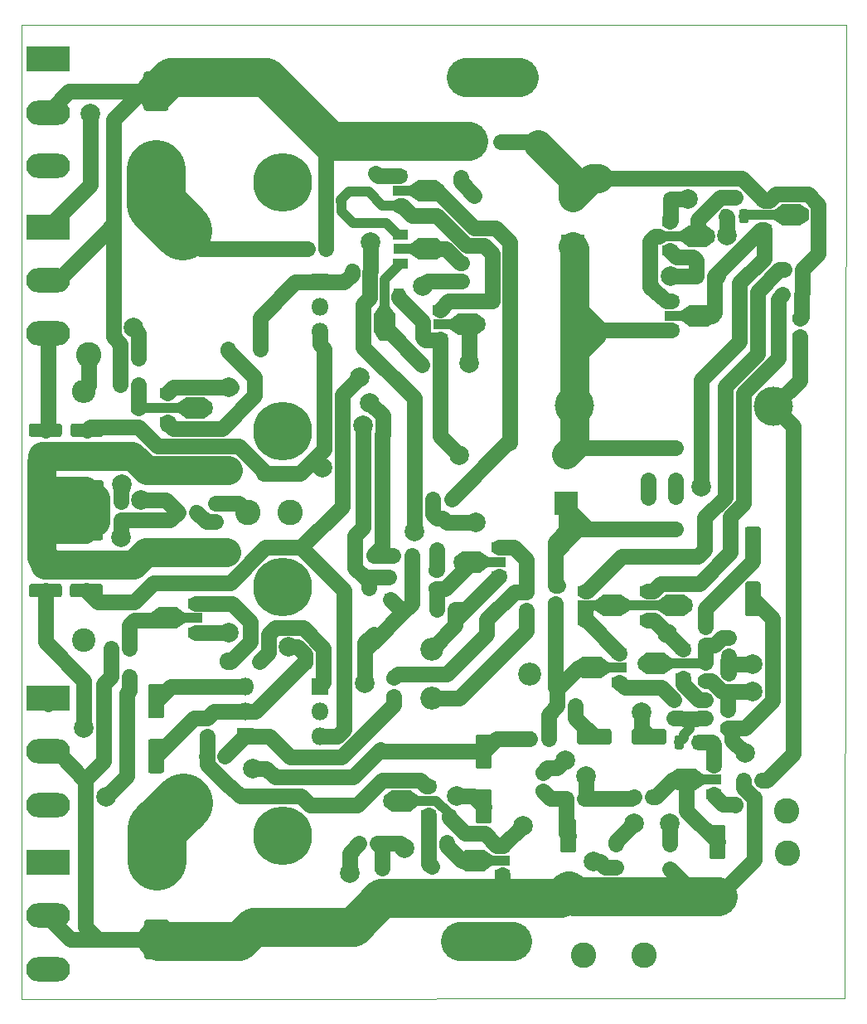
<source format=gtl>
%TF.GenerationSoftware,KiCad,Pcbnew,5.1.5-52549c5~84~ubuntu18.04.1*%
%TF.CreationDate,2020-04-30T17:46:21+12:00*%
%TF.ProjectId,Trimodal SMD Cheap,5472696d-6f64-4616-9c20-534d44204368,rev?*%
%TF.SameCoordinates,Original*%
%TF.FileFunction,Copper,L1,Top*%
%TF.FilePolarity,Positive*%
%FSLAX46Y46*%
G04 Gerber Fmt 4.6, Leading zero omitted, Abs format (unit mm)*
G04 Created by KiCad (PCBNEW 5.1.5-52549c5~84~ubuntu18.04.1) date 2020-04-30 17:46:21*
%MOMM*%
%LPD*%
G04 APERTURE LIST*
%ADD10C,0.100000*%
%ADD11C,6.000000*%
%ADD12C,0.150000*%
%ADD13R,1.200000X0.900000*%
%ADD14R,0.900000X1.200000*%
%ADD15C,3.000000*%
%ADD16C,2.600000*%
%ADD17C,2.400000*%
%ADD18O,2.400000X2.400000*%
%ADD19C,2.340000*%
%ADD20R,1.500000X1.000000*%
%ADD21R,1.800000X1.000000*%
%ADD22R,1.840000X2.200000*%
%ADD23O,1.800000X1.800000*%
%ADD24R,1.800000X1.800000*%
%ADD25R,4.500000X2.500000*%
%ADD26O,4.500000X2.500000*%
%ADD27R,2.200000X1.840000*%
%ADD28R,1.000000X1.500000*%
%ADD29R,1.000000X1.800000*%
%ADD30R,0.900000X0.800000*%
%ADD31R,2.400000X2.400000*%
%ADD32C,2.000000*%
%ADD33C,5.000000*%
%ADD34C,4.000000*%
%ADD35C,1.600000*%
%ADD36C,1.000000*%
%ADD37C,6.000001*%
%ADD38C,2.999999*%
%ADD39C,2.000000*%
%ADD40C,4.000000*%
G04 APERTURE END LIST*
D10*
X146494500Y-32131000D02*
X146367500Y-131572000D01*
X62230000Y-32194500D02*
X146494500Y-32131000D01*
X62293500Y-131635500D02*
X62230000Y-32194500D01*
X146367500Y-131572000D02*
X62293500Y-131635500D01*
D11*
X88900000Y-114935000D03*
X88900000Y-89535000D03*
%TA.AperFunction,SMDPad,CuDef*%
D12*
G36*
X77097504Y-123539704D02*
G01*
X77121773Y-123543304D01*
X77145571Y-123549265D01*
X77168671Y-123557530D01*
X77190849Y-123568020D01*
X77211893Y-123580633D01*
X77231598Y-123595247D01*
X77249777Y-123611723D01*
X77266253Y-123629902D01*
X77280867Y-123649607D01*
X77293480Y-123670651D01*
X77303970Y-123692829D01*
X77312235Y-123715929D01*
X77318196Y-123739727D01*
X77321796Y-123763996D01*
X77323000Y-123788500D01*
X77323000Y-127288500D01*
X77321796Y-127313004D01*
X77318196Y-127337273D01*
X77312235Y-127361071D01*
X77303970Y-127384171D01*
X77293480Y-127406349D01*
X77280867Y-127427393D01*
X77266253Y-127447098D01*
X77249777Y-127465277D01*
X77231598Y-127481753D01*
X77211893Y-127496367D01*
X77190849Y-127508980D01*
X77168671Y-127519470D01*
X77145571Y-127527735D01*
X77121773Y-127533696D01*
X77097504Y-127537296D01*
X77073000Y-127538500D01*
X75073000Y-127538500D01*
X75048496Y-127537296D01*
X75024227Y-127533696D01*
X75000429Y-127527735D01*
X74977329Y-127519470D01*
X74955151Y-127508980D01*
X74934107Y-127496367D01*
X74914402Y-127481753D01*
X74896223Y-127465277D01*
X74879747Y-127447098D01*
X74865133Y-127427393D01*
X74852520Y-127406349D01*
X74842030Y-127384171D01*
X74833765Y-127361071D01*
X74827804Y-127337273D01*
X74824204Y-127313004D01*
X74823000Y-127288500D01*
X74823000Y-123788500D01*
X74824204Y-123763996D01*
X74827804Y-123739727D01*
X74833765Y-123715929D01*
X74842030Y-123692829D01*
X74852520Y-123670651D01*
X74865133Y-123649607D01*
X74879747Y-123629902D01*
X74896223Y-123611723D01*
X74914402Y-123595247D01*
X74934107Y-123580633D01*
X74955151Y-123568020D01*
X74977329Y-123557530D01*
X75000429Y-123549265D01*
X75024227Y-123543304D01*
X75048496Y-123539704D01*
X75073000Y-123538500D01*
X77073000Y-123538500D01*
X77097504Y-123539704D01*
G37*
%TD.AperFunction*%
%TA.AperFunction,SMDPad,CuDef*%
G36*
X77097504Y-115539704D02*
G01*
X77121773Y-115543304D01*
X77145571Y-115549265D01*
X77168671Y-115557530D01*
X77190849Y-115568020D01*
X77211893Y-115580633D01*
X77231598Y-115595247D01*
X77249777Y-115611723D01*
X77266253Y-115629902D01*
X77280867Y-115649607D01*
X77293480Y-115670651D01*
X77303970Y-115692829D01*
X77312235Y-115715929D01*
X77318196Y-115739727D01*
X77321796Y-115763996D01*
X77323000Y-115788500D01*
X77323000Y-119288500D01*
X77321796Y-119313004D01*
X77318196Y-119337273D01*
X77312235Y-119361071D01*
X77303970Y-119384171D01*
X77293480Y-119406349D01*
X77280867Y-119427393D01*
X77266253Y-119447098D01*
X77249777Y-119465277D01*
X77231598Y-119481753D01*
X77211893Y-119496367D01*
X77190849Y-119508980D01*
X77168671Y-119519470D01*
X77145571Y-119527735D01*
X77121773Y-119533696D01*
X77097504Y-119537296D01*
X77073000Y-119538500D01*
X75073000Y-119538500D01*
X75048496Y-119537296D01*
X75024227Y-119533696D01*
X75000429Y-119527735D01*
X74977329Y-119519470D01*
X74955151Y-119508980D01*
X74934107Y-119496367D01*
X74914402Y-119481753D01*
X74896223Y-119465277D01*
X74879747Y-119447098D01*
X74865133Y-119427393D01*
X74852520Y-119406349D01*
X74842030Y-119384171D01*
X74833765Y-119361071D01*
X74827804Y-119337273D01*
X74824204Y-119313004D01*
X74823000Y-119288500D01*
X74823000Y-115788500D01*
X74824204Y-115763996D01*
X74827804Y-115739727D01*
X74833765Y-115715929D01*
X74842030Y-115692829D01*
X74852520Y-115670651D01*
X74865133Y-115649607D01*
X74879747Y-115629902D01*
X74896223Y-115611723D01*
X74914402Y-115595247D01*
X74934107Y-115580633D01*
X74955151Y-115568020D01*
X74977329Y-115557530D01*
X75000429Y-115549265D01*
X75024227Y-115543304D01*
X75048496Y-115539704D01*
X75073000Y-115538500D01*
X77073000Y-115538500D01*
X77097504Y-115539704D01*
G37*
%TD.AperFunction*%
%TA.AperFunction,SMDPad,CuDef*%
G36*
X74267142Y-90602674D02*
G01*
X74290803Y-90606184D01*
X74314007Y-90611996D01*
X74336529Y-90620054D01*
X74358153Y-90630282D01*
X74378670Y-90642579D01*
X74397883Y-90656829D01*
X74415607Y-90672893D01*
X74431671Y-90690617D01*
X74445921Y-90709830D01*
X74458218Y-90730347D01*
X74468446Y-90751971D01*
X74476504Y-90774493D01*
X74482316Y-90797697D01*
X74485826Y-90821358D01*
X74487000Y-90845250D01*
X74487000Y-91332750D01*
X74485826Y-91356642D01*
X74482316Y-91380303D01*
X74476504Y-91403507D01*
X74468446Y-91426029D01*
X74458218Y-91447653D01*
X74445921Y-91468170D01*
X74431671Y-91487383D01*
X74415607Y-91505107D01*
X74397883Y-91521171D01*
X74378670Y-91535421D01*
X74358153Y-91547718D01*
X74336529Y-91557946D01*
X74314007Y-91566004D01*
X74290803Y-91571816D01*
X74267142Y-91575326D01*
X74243250Y-91576500D01*
X73330750Y-91576500D01*
X73306858Y-91575326D01*
X73283197Y-91571816D01*
X73259993Y-91566004D01*
X73237471Y-91557946D01*
X73215847Y-91547718D01*
X73195330Y-91535421D01*
X73176117Y-91521171D01*
X73158393Y-91505107D01*
X73142329Y-91487383D01*
X73128079Y-91468170D01*
X73115782Y-91447653D01*
X73105554Y-91426029D01*
X73097496Y-91403507D01*
X73091684Y-91380303D01*
X73088174Y-91356642D01*
X73087000Y-91332750D01*
X73087000Y-90845250D01*
X73088174Y-90821358D01*
X73091684Y-90797697D01*
X73097496Y-90774493D01*
X73105554Y-90751971D01*
X73115782Y-90730347D01*
X73128079Y-90709830D01*
X73142329Y-90690617D01*
X73158393Y-90672893D01*
X73176117Y-90656829D01*
X73195330Y-90642579D01*
X73215847Y-90630282D01*
X73237471Y-90620054D01*
X73259993Y-90611996D01*
X73283197Y-90606184D01*
X73306858Y-90602674D01*
X73330750Y-90601500D01*
X74243250Y-90601500D01*
X74267142Y-90602674D01*
G37*
%TD.AperFunction*%
%TA.AperFunction,SMDPad,CuDef*%
G36*
X74267142Y-92477674D02*
G01*
X74290803Y-92481184D01*
X74314007Y-92486996D01*
X74336529Y-92495054D01*
X74358153Y-92505282D01*
X74378670Y-92517579D01*
X74397883Y-92531829D01*
X74415607Y-92547893D01*
X74431671Y-92565617D01*
X74445921Y-92584830D01*
X74458218Y-92605347D01*
X74468446Y-92626971D01*
X74476504Y-92649493D01*
X74482316Y-92672697D01*
X74485826Y-92696358D01*
X74487000Y-92720250D01*
X74487000Y-93207750D01*
X74485826Y-93231642D01*
X74482316Y-93255303D01*
X74476504Y-93278507D01*
X74468446Y-93301029D01*
X74458218Y-93322653D01*
X74445921Y-93343170D01*
X74431671Y-93362383D01*
X74415607Y-93380107D01*
X74397883Y-93396171D01*
X74378670Y-93410421D01*
X74358153Y-93422718D01*
X74336529Y-93432946D01*
X74314007Y-93441004D01*
X74290803Y-93446816D01*
X74267142Y-93450326D01*
X74243250Y-93451500D01*
X73330750Y-93451500D01*
X73306858Y-93450326D01*
X73283197Y-93446816D01*
X73259993Y-93441004D01*
X73237471Y-93432946D01*
X73215847Y-93422718D01*
X73195330Y-93410421D01*
X73176117Y-93396171D01*
X73158393Y-93380107D01*
X73142329Y-93362383D01*
X73128079Y-93343170D01*
X73115782Y-93322653D01*
X73105554Y-93301029D01*
X73097496Y-93278507D01*
X73091684Y-93255303D01*
X73088174Y-93231642D01*
X73087000Y-93207750D01*
X73087000Y-92720250D01*
X73088174Y-92696358D01*
X73091684Y-92672697D01*
X73097496Y-92649493D01*
X73105554Y-92626971D01*
X73115782Y-92605347D01*
X73128079Y-92584830D01*
X73142329Y-92565617D01*
X73158393Y-92547893D01*
X73176117Y-92531829D01*
X73195330Y-92517579D01*
X73215847Y-92505282D01*
X73237471Y-92495054D01*
X73259993Y-92486996D01*
X73283197Y-92481184D01*
X73306858Y-92477674D01*
X73330750Y-92476500D01*
X74243250Y-92476500D01*
X74267142Y-92477674D01*
G37*
%TD.AperFunction*%
%TA.AperFunction,SMDPad,CuDef*%
G36*
X137544004Y-83404704D02*
G01*
X137568273Y-83408304D01*
X137592071Y-83414265D01*
X137615171Y-83422530D01*
X137637349Y-83433020D01*
X137658393Y-83445633D01*
X137678098Y-83460247D01*
X137696277Y-83476723D01*
X137712753Y-83494902D01*
X137727367Y-83514607D01*
X137739980Y-83535651D01*
X137750470Y-83557829D01*
X137758735Y-83580929D01*
X137764696Y-83604727D01*
X137768296Y-83628996D01*
X137769500Y-83653500D01*
X137769500Y-86653500D01*
X137768296Y-86678004D01*
X137764696Y-86702273D01*
X137758735Y-86726071D01*
X137750470Y-86749171D01*
X137739980Y-86771349D01*
X137727367Y-86792393D01*
X137712753Y-86812098D01*
X137696277Y-86830277D01*
X137678098Y-86846753D01*
X137658393Y-86861367D01*
X137637349Y-86873980D01*
X137615171Y-86884470D01*
X137592071Y-86892735D01*
X137568273Y-86898696D01*
X137544004Y-86902296D01*
X137519500Y-86903500D01*
X136419500Y-86903500D01*
X136394996Y-86902296D01*
X136370727Y-86898696D01*
X136346929Y-86892735D01*
X136323829Y-86884470D01*
X136301651Y-86873980D01*
X136280607Y-86861367D01*
X136260902Y-86846753D01*
X136242723Y-86830277D01*
X136226247Y-86812098D01*
X136211633Y-86792393D01*
X136199020Y-86771349D01*
X136188530Y-86749171D01*
X136180265Y-86726071D01*
X136174304Y-86702273D01*
X136170704Y-86678004D01*
X136169500Y-86653500D01*
X136169500Y-83653500D01*
X136170704Y-83628996D01*
X136174304Y-83604727D01*
X136180265Y-83580929D01*
X136188530Y-83557829D01*
X136199020Y-83535651D01*
X136211633Y-83514607D01*
X136226247Y-83494902D01*
X136242723Y-83476723D01*
X136260902Y-83460247D01*
X136280607Y-83445633D01*
X136301651Y-83433020D01*
X136323829Y-83422530D01*
X136346929Y-83414265D01*
X136370727Y-83408304D01*
X136394996Y-83404704D01*
X136419500Y-83403500D01*
X137519500Y-83403500D01*
X137544004Y-83404704D01*
G37*
%TD.AperFunction*%
%TA.AperFunction,SMDPad,CuDef*%
G36*
X137544004Y-89004704D02*
G01*
X137568273Y-89008304D01*
X137592071Y-89014265D01*
X137615171Y-89022530D01*
X137637349Y-89033020D01*
X137658393Y-89045633D01*
X137678098Y-89060247D01*
X137696277Y-89076723D01*
X137712753Y-89094902D01*
X137727367Y-89114607D01*
X137739980Y-89135651D01*
X137750470Y-89157829D01*
X137758735Y-89180929D01*
X137764696Y-89204727D01*
X137768296Y-89228996D01*
X137769500Y-89253500D01*
X137769500Y-92253500D01*
X137768296Y-92278004D01*
X137764696Y-92302273D01*
X137758735Y-92326071D01*
X137750470Y-92349171D01*
X137739980Y-92371349D01*
X137727367Y-92392393D01*
X137712753Y-92412098D01*
X137696277Y-92430277D01*
X137678098Y-92446753D01*
X137658393Y-92461367D01*
X137637349Y-92473980D01*
X137615171Y-92484470D01*
X137592071Y-92492735D01*
X137568273Y-92498696D01*
X137544004Y-92502296D01*
X137519500Y-92503500D01*
X136419500Y-92503500D01*
X136394996Y-92502296D01*
X136370727Y-92498696D01*
X136346929Y-92492735D01*
X136323829Y-92484470D01*
X136301651Y-92473980D01*
X136280607Y-92461367D01*
X136260902Y-92446753D01*
X136242723Y-92430277D01*
X136226247Y-92412098D01*
X136211633Y-92392393D01*
X136199020Y-92371349D01*
X136188530Y-92349171D01*
X136180265Y-92326071D01*
X136174304Y-92302273D01*
X136170704Y-92278004D01*
X136169500Y-92253500D01*
X136169500Y-89253500D01*
X136170704Y-89228996D01*
X136174304Y-89204727D01*
X136180265Y-89180929D01*
X136188530Y-89157829D01*
X136199020Y-89135651D01*
X136211633Y-89114607D01*
X136226247Y-89094902D01*
X136242723Y-89076723D01*
X136260902Y-89060247D01*
X136280607Y-89045633D01*
X136301651Y-89033020D01*
X136323829Y-89022530D01*
X136346929Y-89014265D01*
X136370727Y-89008304D01*
X136394996Y-89004704D01*
X136419500Y-89003500D01*
X137519500Y-89003500D01*
X137544004Y-89004704D01*
G37*
%TD.AperFunction*%
%TA.AperFunction,SMDPad,CuDef*%
G36*
X76584004Y-105070204D02*
G01*
X76608273Y-105073804D01*
X76632071Y-105079765D01*
X76655171Y-105088030D01*
X76677349Y-105098520D01*
X76698393Y-105111133D01*
X76718098Y-105125747D01*
X76736277Y-105142223D01*
X76752753Y-105160402D01*
X76767367Y-105180107D01*
X76779980Y-105201151D01*
X76790470Y-105223329D01*
X76798735Y-105246429D01*
X76804696Y-105270227D01*
X76808296Y-105294496D01*
X76809500Y-105319000D01*
X76809500Y-108319000D01*
X76808296Y-108343504D01*
X76804696Y-108367773D01*
X76798735Y-108391571D01*
X76790470Y-108414671D01*
X76779980Y-108436849D01*
X76767367Y-108457893D01*
X76752753Y-108477598D01*
X76736277Y-108495777D01*
X76718098Y-108512253D01*
X76698393Y-108526867D01*
X76677349Y-108539480D01*
X76655171Y-108549970D01*
X76632071Y-108558235D01*
X76608273Y-108564196D01*
X76584004Y-108567796D01*
X76559500Y-108569000D01*
X75459500Y-108569000D01*
X75434996Y-108567796D01*
X75410727Y-108564196D01*
X75386929Y-108558235D01*
X75363829Y-108549970D01*
X75341651Y-108539480D01*
X75320607Y-108526867D01*
X75300902Y-108512253D01*
X75282723Y-108495777D01*
X75266247Y-108477598D01*
X75251633Y-108457893D01*
X75239020Y-108436849D01*
X75228530Y-108414671D01*
X75220265Y-108391571D01*
X75214304Y-108367773D01*
X75210704Y-108343504D01*
X75209500Y-108319000D01*
X75209500Y-105319000D01*
X75210704Y-105294496D01*
X75214304Y-105270227D01*
X75220265Y-105246429D01*
X75228530Y-105223329D01*
X75239020Y-105201151D01*
X75251633Y-105180107D01*
X75266247Y-105160402D01*
X75282723Y-105142223D01*
X75300902Y-105125747D01*
X75320607Y-105111133D01*
X75341651Y-105098520D01*
X75363829Y-105088030D01*
X75386929Y-105079765D01*
X75410727Y-105073804D01*
X75434996Y-105070204D01*
X75459500Y-105069000D01*
X76559500Y-105069000D01*
X76584004Y-105070204D01*
G37*
%TD.AperFunction*%
%TA.AperFunction,SMDPad,CuDef*%
G36*
X76584004Y-99470204D02*
G01*
X76608273Y-99473804D01*
X76632071Y-99479765D01*
X76655171Y-99488030D01*
X76677349Y-99498520D01*
X76698393Y-99511133D01*
X76718098Y-99525747D01*
X76736277Y-99542223D01*
X76752753Y-99560402D01*
X76767367Y-99580107D01*
X76779980Y-99601151D01*
X76790470Y-99623329D01*
X76798735Y-99646429D01*
X76804696Y-99670227D01*
X76808296Y-99694496D01*
X76809500Y-99719000D01*
X76809500Y-102719000D01*
X76808296Y-102743504D01*
X76804696Y-102767773D01*
X76798735Y-102791571D01*
X76790470Y-102814671D01*
X76779980Y-102836849D01*
X76767367Y-102857893D01*
X76752753Y-102877598D01*
X76736277Y-102895777D01*
X76718098Y-102912253D01*
X76698393Y-102926867D01*
X76677349Y-102939480D01*
X76655171Y-102949970D01*
X76632071Y-102958235D01*
X76608273Y-102964196D01*
X76584004Y-102967796D01*
X76559500Y-102969000D01*
X75459500Y-102969000D01*
X75434996Y-102967796D01*
X75410727Y-102964196D01*
X75386929Y-102958235D01*
X75363829Y-102949970D01*
X75341651Y-102939480D01*
X75320607Y-102926867D01*
X75300902Y-102912253D01*
X75282723Y-102895777D01*
X75266247Y-102877598D01*
X75251633Y-102857893D01*
X75239020Y-102836849D01*
X75228530Y-102814671D01*
X75220265Y-102791571D01*
X75214304Y-102767773D01*
X75210704Y-102743504D01*
X75209500Y-102719000D01*
X75209500Y-99719000D01*
X75210704Y-99694496D01*
X75214304Y-99670227D01*
X75220265Y-99646429D01*
X75228530Y-99623329D01*
X75239020Y-99601151D01*
X75251633Y-99580107D01*
X75266247Y-99560402D01*
X75282723Y-99542223D01*
X75300902Y-99525747D01*
X75320607Y-99511133D01*
X75341651Y-99498520D01*
X75363829Y-99488030D01*
X75386929Y-99479765D01*
X75410727Y-99473804D01*
X75434996Y-99470204D01*
X75459500Y-99469000D01*
X76559500Y-99469000D01*
X76584004Y-99470204D01*
G37*
%TD.AperFunction*%
%TA.AperFunction,SMDPad,CuDef*%
G36*
X110048504Y-110207704D02*
G01*
X110072773Y-110211304D01*
X110096571Y-110217265D01*
X110119671Y-110225530D01*
X110141849Y-110236020D01*
X110162893Y-110248633D01*
X110182598Y-110263247D01*
X110200777Y-110279723D01*
X110217253Y-110297902D01*
X110231867Y-110317607D01*
X110244480Y-110338651D01*
X110254970Y-110360829D01*
X110263235Y-110383929D01*
X110269196Y-110407727D01*
X110272796Y-110431996D01*
X110274000Y-110456500D01*
X110274000Y-113456500D01*
X110272796Y-113481004D01*
X110269196Y-113505273D01*
X110263235Y-113529071D01*
X110254970Y-113552171D01*
X110244480Y-113574349D01*
X110231867Y-113595393D01*
X110217253Y-113615098D01*
X110200777Y-113633277D01*
X110182598Y-113649753D01*
X110162893Y-113664367D01*
X110141849Y-113676980D01*
X110119671Y-113687470D01*
X110096571Y-113695735D01*
X110072773Y-113701696D01*
X110048504Y-113705296D01*
X110024000Y-113706500D01*
X108924000Y-113706500D01*
X108899496Y-113705296D01*
X108875227Y-113701696D01*
X108851429Y-113695735D01*
X108828329Y-113687470D01*
X108806151Y-113676980D01*
X108785107Y-113664367D01*
X108765402Y-113649753D01*
X108747223Y-113633277D01*
X108730747Y-113615098D01*
X108716133Y-113595393D01*
X108703520Y-113574349D01*
X108693030Y-113552171D01*
X108684765Y-113529071D01*
X108678804Y-113505273D01*
X108675204Y-113481004D01*
X108674000Y-113456500D01*
X108674000Y-110456500D01*
X108675204Y-110431996D01*
X108678804Y-110407727D01*
X108684765Y-110383929D01*
X108693030Y-110360829D01*
X108703520Y-110338651D01*
X108716133Y-110317607D01*
X108730747Y-110297902D01*
X108747223Y-110279723D01*
X108765402Y-110263247D01*
X108785107Y-110248633D01*
X108806151Y-110236020D01*
X108828329Y-110225530D01*
X108851429Y-110217265D01*
X108875227Y-110211304D01*
X108899496Y-110207704D01*
X108924000Y-110206500D01*
X110024000Y-110206500D01*
X110048504Y-110207704D01*
G37*
%TD.AperFunction*%
%TA.AperFunction,SMDPad,CuDef*%
G36*
X110048504Y-104607704D02*
G01*
X110072773Y-104611304D01*
X110096571Y-104617265D01*
X110119671Y-104625530D01*
X110141849Y-104636020D01*
X110162893Y-104648633D01*
X110182598Y-104663247D01*
X110200777Y-104679723D01*
X110217253Y-104697902D01*
X110231867Y-104717607D01*
X110244480Y-104738651D01*
X110254970Y-104760829D01*
X110263235Y-104783929D01*
X110269196Y-104807727D01*
X110272796Y-104831996D01*
X110274000Y-104856500D01*
X110274000Y-107856500D01*
X110272796Y-107881004D01*
X110269196Y-107905273D01*
X110263235Y-107929071D01*
X110254970Y-107952171D01*
X110244480Y-107974349D01*
X110231867Y-107995393D01*
X110217253Y-108015098D01*
X110200777Y-108033277D01*
X110182598Y-108049753D01*
X110162893Y-108064367D01*
X110141849Y-108076980D01*
X110119671Y-108087470D01*
X110096571Y-108095735D01*
X110072773Y-108101696D01*
X110048504Y-108105296D01*
X110024000Y-108106500D01*
X108924000Y-108106500D01*
X108899496Y-108105296D01*
X108875227Y-108101696D01*
X108851429Y-108095735D01*
X108828329Y-108087470D01*
X108806151Y-108076980D01*
X108785107Y-108064367D01*
X108765402Y-108049753D01*
X108747223Y-108033277D01*
X108730747Y-108015098D01*
X108716133Y-107995393D01*
X108703520Y-107974349D01*
X108693030Y-107952171D01*
X108684765Y-107929071D01*
X108678804Y-107905273D01*
X108675204Y-107881004D01*
X108674000Y-107856500D01*
X108674000Y-104856500D01*
X108675204Y-104831996D01*
X108678804Y-104807727D01*
X108684765Y-104783929D01*
X108693030Y-104760829D01*
X108703520Y-104738651D01*
X108716133Y-104717607D01*
X108730747Y-104697902D01*
X108747223Y-104679723D01*
X108765402Y-104663247D01*
X108785107Y-104648633D01*
X108806151Y-104636020D01*
X108828329Y-104625530D01*
X108851429Y-104617265D01*
X108875227Y-104611304D01*
X108899496Y-104607704D01*
X108924000Y-104606500D01*
X110024000Y-104606500D01*
X110048504Y-104607704D01*
G37*
%TD.AperFunction*%
%TA.AperFunction,SMDPad,CuDef*%
G36*
X77034004Y-36927704D02*
G01*
X77058273Y-36931304D01*
X77082071Y-36937265D01*
X77105171Y-36945530D01*
X77127349Y-36956020D01*
X77148393Y-36968633D01*
X77168098Y-36983247D01*
X77186277Y-36999723D01*
X77202753Y-37017902D01*
X77217367Y-37037607D01*
X77229980Y-37058651D01*
X77240470Y-37080829D01*
X77248735Y-37103929D01*
X77254696Y-37127727D01*
X77258296Y-37151996D01*
X77259500Y-37176500D01*
X77259500Y-40676500D01*
X77258296Y-40701004D01*
X77254696Y-40725273D01*
X77248735Y-40749071D01*
X77240470Y-40772171D01*
X77229980Y-40794349D01*
X77217367Y-40815393D01*
X77202753Y-40835098D01*
X77186277Y-40853277D01*
X77168098Y-40869753D01*
X77148393Y-40884367D01*
X77127349Y-40896980D01*
X77105171Y-40907470D01*
X77082071Y-40915735D01*
X77058273Y-40921696D01*
X77034004Y-40925296D01*
X77009500Y-40926500D01*
X75009500Y-40926500D01*
X74984996Y-40925296D01*
X74960727Y-40921696D01*
X74936929Y-40915735D01*
X74913829Y-40907470D01*
X74891651Y-40896980D01*
X74870607Y-40884367D01*
X74850902Y-40869753D01*
X74832723Y-40853277D01*
X74816247Y-40835098D01*
X74801633Y-40815393D01*
X74789020Y-40794349D01*
X74778530Y-40772171D01*
X74770265Y-40749071D01*
X74764304Y-40725273D01*
X74760704Y-40701004D01*
X74759500Y-40676500D01*
X74759500Y-37176500D01*
X74760704Y-37151996D01*
X74764304Y-37127727D01*
X74770265Y-37103929D01*
X74778530Y-37080829D01*
X74789020Y-37058651D01*
X74801633Y-37037607D01*
X74816247Y-37017902D01*
X74832723Y-36999723D01*
X74850902Y-36983247D01*
X74870607Y-36968633D01*
X74891651Y-36956020D01*
X74913829Y-36945530D01*
X74936929Y-36937265D01*
X74960727Y-36931304D01*
X74984996Y-36927704D01*
X75009500Y-36926500D01*
X77009500Y-36926500D01*
X77034004Y-36927704D01*
G37*
%TD.AperFunction*%
%TA.AperFunction,SMDPad,CuDef*%
G36*
X77034004Y-44927704D02*
G01*
X77058273Y-44931304D01*
X77082071Y-44937265D01*
X77105171Y-44945530D01*
X77127349Y-44956020D01*
X77148393Y-44968633D01*
X77168098Y-44983247D01*
X77186277Y-44999723D01*
X77202753Y-45017902D01*
X77217367Y-45037607D01*
X77229980Y-45058651D01*
X77240470Y-45080829D01*
X77248735Y-45103929D01*
X77254696Y-45127727D01*
X77258296Y-45151996D01*
X77259500Y-45176500D01*
X77259500Y-48676500D01*
X77258296Y-48701004D01*
X77254696Y-48725273D01*
X77248735Y-48749071D01*
X77240470Y-48772171D01*
X77229980Y-48794349D01*
X77217367Y-48815393D01*
X77202753Y-48835098D01*
X77186277Y-48853277D01*
X77168098Y-48869753D01*
X77148393Y-48884367D01*
X77127349Y-48896980D01*
X77105171Y-48907470D01*
X77082071Y-48915735D01*
X77058273Y-48921696D01*
X77034004Y-48925296D01*
X77009500Y-48926500D01*
X75009500Y-48926500D01*
X74984996Y-48925296D01*
X74960727Y-48921696D01*
X74936929Y-48915735D01*
X74913829Y-48907470D01*
X74891651Y-48896980D01*
X74870607Y-48884367D01*
X74850902Y-48869753D01*
X74832723Y-48853277D01*
X74816247Y-48835098D01*
X74801633Y-48815393D01*
X74789020Y-48794349D01*
X74778530Y-48772171D01*
X74770265Y-48749071D01*
X74764304Y-48725273D01*
X74760704Y-48701004D01*
X74759500Y-48676500D01*
X74759500Y-45176500D01*
X74760704Y-45151996D01*
X74764304Y-45127727D01*
X74770265Y-45103929D01*
X74778530Y-45080829D01*
X74789020Y-45058651D01*
X74801633Y-45037607D01*
X74816247Y-45017902D01*
X74832723Y-44999723D01*
X74850902Y-44983247D01*
X74870607Y-44968633D01*
X74891651Y-44956020D01*
X74913829Y-44945530D01*
X74936929Y-44937265D01*
X74960727Y-44931304D01*
X74984996Y-44927704D01*
X75009500Y-44926500D01*
X77009500Y-44926500D01*
X77034004Y-44927704D01*
G37*
%TD.AperFunction*%
%TA.AperFunction,SMDPad,CuDef*%
G36*
X118684504Y-113186204D02*
G01*
X118708773Y-113189804D01*
X118732571Y-113195765D01*
X118755671Y-113204030D01*
X118777849Y-113214520D01*
X118798893Y-113227133D01*
X118818598Y-113241747D01*
X118836777Y-113258223D01*
X118853253Y-113276402D01*
X118867867Y-113296107D01*
X118880480Y-113317151D01*
X118890970Y-113339329D01*
X118899235Y-113362429D01*
X118905196Y-113386227D01*
X118908796Y-113410496D01*
X118910000Y-113435000D01*
X118910000Y-116435000D01*
X118908796Y-116459504D01*
X118905196Y-116483773D01*
X118899235Y-116507571D01*
X118890970Y-116530671D01*
X118880480Y-116552849D01*
X118867867Y-116573893D01*
X118853253Y-116593598D01*
X118836777Y-116611777D01*
X118818598Y-116628253D01*
X118798893Y-116642867D01*
X118777849Y-116655480D01*
X118755671Y-116665970D01*
X118732571Y-116674235D01*
X118708773Y-116680196D01*
X118684504Y-116683796D01*
X118660000Y-116685000D01*
X117560000Y-116685000D01*
X117535496Y-116683796D01*
X117511227Y-116680196D01*
X117487429Y-116674235D01*
X117464329Y-116665970D01*
X117442151Y-116655480D01*
X117421107Y-116642867D01*
X117401402Y-116628253D01*
X117383223Y-116611777D01*
X117366747Y-116593598D01*
X117352133Y-116573893D01*
X117339520Y-116552849D01*
X117329030Y-116530671D01*
X117320765Y-116507571D01*
X117314804Y-116483773D01*
X117311204Y-116459504D01*
X117310000Y-116435000D01*
X117310000Y-113435000D01*
X117311204Y-113410496D01*
X117314804Y-113386227D01*
X117320765Y-113362429D01*
X117329030Y-113339329D01*
X117339520Y-113317151D01*
X117352133Y-113296107D01*
X117366747Y-113276402D01*
X117383223Y-113258223D01*
X117401402Y-113241747D01*
X117421107Y-113227133D01*
X117442151Y-113214520D01*
X117464329Y-113204030D01*
X117487429Y-113195765D01*
X117511227Y-113189804D01*
X117535496Y-113186204D01*
X117560000Y-113185000D01*
X118660000Y-113185000D01*
X118684504Y-113186204D01*
G37*
%TD.AperFunction*%
%TA.AperFunction,SMDPad,CuDef*%
G36*
X118684504Y-118786204D02*
G01*
X118708773Y-118789804D01*
X118732571Y-118795765D01*
X118755671Y-118804030D01*
X118777849Y-118814520D01*
X118798893Y-118827133D01*
X118818598Y-118841747D01*
X118836777Y-118858223D01*
X118853253Y-118876402D01*
X118867867Y-118896107D01*
X118880480Y-118917151D01*
X118890970Y-118939329D01*
X118899235Y-118962429D01*
X118905196Y-118986227D01*
X118908796Y-119010496D01*
X118910000Y-119035000D01*
X118910000Y-122035000D01*
X118908796Y-122059504D01*
X118905196Y-122083773D01*
X118899235Y-122107571D01*
X118890970Y-122130671D01*
X118880480Y-122152849D01*
X118867867Y-122173893D01*
X118853253Y-122193598D01*
X118836777Y-122211777D01*
X118818598Y-122228253D01*
X118798893Y-122242867D01*
X118777849Y-122255480D01*
X118755671Y-122265970D01*
X118732571Y-122274235D01*
X118708773Y-122280196D01*
X118684504Y-122283796D01*
X118660000Y-122285000D01*
X117560000Y-122285000D01*
X117535496Y-122283796D01*
X117511227Y-122280196D01*
X117487429Y-122274235D01*
X117464329Y-122265970D01*
X117442151Y-122255480D01*
X117421107Y-122242867D01*
X117401402Y-122228253D01*
X117383223Y-122211777D01*
X117366747Y-122193598D01*
X117352133Y-122173893D01*
X117339520Y-122152849D01*
X117329030Y-122130671D01*
X117320765Y-122107571D01*
X117314804Y-122083773D01*
X117311204Y-122059504D01*
X117310000Y-122035000D01*
X117310000Y-119035000D01*
X117311204Y-119010496D01*
X117314804Y-118986227D01*
X117320765Y-118962429D01*
X117329030Y-118939329D01*
X117339520Y-118917151D01*
X117352133Y-118896107D01*
X117366747Y-118876402D01*
X117383223Y-118858223D01*
X117401402Y-118841747D01*
X117421107Y-118827133D01*
X117442151Y-118814520D01*
X117464329Y-118804030D01*
X117487429Y-118795765D01*
X117511227Y-118789804D01*
X117535496Y-118786204D01*
X117560000Y-118785000D01*
X118660000Y-118785000D01*
X118684504Y-118786204D01*
G37*
%TD.AperFunction*%
%TA.AperFunction,SMDPad,CuDef*%
G36*
X133924504Y-113821204D02*
G01*
X133948773Y-113824804D01*
X133972571Y-113830765D01*
X133995671Y-113839030D01*
X134017849Y-113849520D01*
X134038893Y-113862133D01*
X134058598Y-113876747D01*
X134076777Y-113893223D01*
X134093253Y-113911402D01*
X134107867Y-113931107D01*
X134120480Y-113952151D01*
X134130970Y-113974329D01*
X134139235Y-113997429D01*
X134145196Y-114021227D01*
X134148796Y-114045496D01*
X134150000Y-114070000D01*
X134150000Y-117070000D01*
X134148796Y-117094504D01*
X134145196Y-117118773D01*
X134139235Y-117142571D01*
X134130970Y-117165671D01*
X134120480Y-117187849D01*
X134107867Y-117208893D01*
X134093253Y-117228598D01*
X134076777Y-117246777D01*
X134058598Y-117263253D01*
X134038893Y-117277867D01*
X134017849Y-117290480D01*
X133995671Y-117300970D01*
X133972571Y-117309235D01*
X133948773Y-117315196D01*
X133924504Y-117318796D01*
X133900000Y-117320000D01*
X132800000Y-117320000D01*
X132775496Y-117318796D01*
X132751227Y-117315196D01*
X132727429Y-117309235D01*
X132704329Y-117300970D01*
X132682151Y-117290480D01*
X132661107Y-117277867D01*
X132641402Y-117263253D01*
X132623223Y-117246777D01*
X132606747Y-117228598D01*
X132592133Y-117208893D01*
X132579520Y-117187849D01*
X132569030Y-117165671D01*
X132560765Y-117142571D01*
X132554804Y-117118773D01*
X132551204Y-117094504D01*
X132550000Y-117070000D01*
X132550000Y-114070000D01*
X132551204Y-114045496D01*
X132554804Y-114021227D01*
X132560765Y-113997429D01*
X132569030Y-113974329D01*
X132579520Y-113952151D01*
X132592133Y-113931107D01*
X132606747Y-113911402D01*
X132623223Y-113893223D01*
X132641402Y-113876747D01*
X132661107Y-113862133D01*
X132682151Y-113849520D01*
X132704329Y-113839030D01*
X132727429Y-113830765D01*
X132751227Y-113824804D01*
X132775496Y-113821204D01*
X132800000Y-113820000D01*
X133900000Y-113820000D01*
X133924504Y-113821204D01*
G37*
%TD.AperFunction*%
%TA.AperFunction,SMDPad,CuDef*%
G36*
X133924504Y-119421204D02*
G01*
X133948773Y-119424804D01*
X133972571Y-119430765D01*
X133995671Y-119439030D01*
X134017849Y-119449520D01*
X134038893Y-119462133D01*
X134058598Y-119476747D01*
X134076777Y-119493223D01*
X134093253Y-119511402D01*
X134107867Y-119531107D01*
X134120480Y-119552151D01*
X134130970Y-119574329D01*
X134139235Y-119597429D01*
X134145196Y-119621227D01*
X134148796Y-119645496D01*
X134150000Y-119670000D01*
X134150000Y-122670000D01*
X134148796Y-122694504D01*
X134145196Y-122718773D01*
X134139235Y-122742571D01*
X134130970Y-122765671D01*
X134120480Y-122787849D01*
X134107867Y-122808893D01*
X134093253Y-122828598D01*
X134076777Y-122846777D01*
X134058598Y-122863253D01*
X134038893Y-122877867D01*
X134017849Y-122890480D01*
X133995671Y-122900970D01*
X133972571Y-122909235D01*
X133948773Y-122915196D01*
X133924504Y-122918796D01*
X133900000Y-122920000D01*
X132800000Y-122920000D01*
X132775496Y-122918796D01*
X132751227Y-122915196D01*
X132727429Y-122909235D01*
X132704329Y-122900970D01*
X132682151Y-122890480D01*
X132661107Y-122877867D01*
X132641402Y-122863253D01*
X132623223Y-122846777D01*
X132606747Y-122828598D01*
X132592133Y-122808893D01*
X132579520Y-122787849D01*
X132569030Y-122765671D01*
X132560765Y-122742571D01*
X132554804Y-122718773D01*
X132551204Y-122694504D01*
X132550000Y-122670000D01*
X132550000Y-119670000D01*
X132551204Y-119645496D01*
X132554804Y-119621227D01*
X132560765Y-119597429D01*
X132569030Y-119574329D01*
X132579520Y-119552151D01*
X132592133Y-119531107D01*
X132606747Y-119511402D01*
X132623223Y-119493223D01*
X132641402Y-119476747D01*
X132661107Y-119462133D01*
X132682151Y-119449520D01*
X132704329Y-119439030D01*
X132727429Y-119430765D01*
X132751227Y-119424804D01*
X132775496Y-119421204D01*
X132800000Y-119420000D01*
X133900000Y-119420000D01*
X133924504Y-119421204D01*
G37*
%TD.AperFunction*%
%TA.AperFunction,SMDPad,CuDef*%
G36*
X127889504Y-104039704D02*
G01*
X127913773Y-104043304D01*
X127937571Y-104049265D01*
X127960671Y-104057530D01*
X127982849Y-104068020D01*
X128003893Y-104080633D01*
X128023598Y-104095247D01*
X128041777Y-104111723D01*
X128058253Y-104129902D01*
X128072867Y-104149607D01*
X128085480Y-104170651D01*
X128095970Y-104192829D01*
X128104235Y-104215929D01*
X128110196Y-104239727D01*
X128113796Y-104263996D01*
X128115000Y-104288500D01*
X128115000Y-105388500D01*
X128113796Y-105413004D01*
X128110196Y-105437273D01*
X128104235Y-105461071D01*
X128095970Y-105484171D01*
X128085480Y-105506349D01*
X128072867Y-105527393D01*
X128058253Y-105547098D01*
X128041777Y-105565277D01*
X128023598Y-105581753D01*
X128003893Y-105596367D01*
X127982849Y-105608980D01*
X127960671Y-105619470D01*
X127937571Y-105627735D01*
X127913773Y-105633696D01*
X127889504Y-105637296D01*
X127865000Y-105638500D01*
X124865000Y-105638500D01*
X124840496Y-105637296D01*
X124816227Y-105633696D01*
X124792429Y-105627735D01*
X124769329Y-105619470D01*
X124747151Y-105608980D01*
X124726107Y-105596367D01*
X124706402Y-105581753D01*
X124688223Y-105565277D01*
X124671747Y-105547098D01*
X124657133Y-105527393D01*
X124644520Y-105506349D01*
X124634030Y-105484171D01*
X124625765Y-105461071D01*
X124619804Y-105437273D01*
X124616204Y-105413004D01*
X124615000Y-105388500D01*
X124615000Y-104288500D01*
X124616204Y-104263996D01*
X124619804Y-104239727D01*
X124625765Y-104215929D01*
X124634030Y-104192829D01*
X124644520Y-104170651D01*
X124657133Y-104149607D01*
X124671747Y-104129902D01*
X124688223Y-104111723D01*
X124706402Y-104095247D01*
X124726107Y-104080633D01*
X124747151Y-104068020D01*
X124769329Y-104057530D01*
X124792429Y-104049265D01*
X124816227Y-104043304D01*
X124840496Y-104039704D01*
X124865000Y-104038500D01*
X127865000Y-104038500D01*
X127889504Y-104039704D01*
G37*
%TD.AperFunction*%
%TA.AperFunction,SMDPad,CuDef*%
G36*
X122289504Y-104039704D02*
G01*
X122313773Y-104043304D01*
X122337571Y-104049265D01*
X122360671Y-104057530D01*
X122382849Y-104068020D01*
X122403893Y-104080633D01*
X122423598Y-104095247D01*
X122441777Y-104111723D01*
X122458253Y-104129902D01*
X122472867Y-104149607D01*
X122485480Y-104170651D01*
X122495970Y-104192829D01*
X122504235Y-104215929D01*
X122510196Y-104239727D01*
X122513796Y-104263996D01*
X122515000Y-104288500D01*
X122515000Y-105388500D01*
X122513796Y-105413004D01*
X122510196Y-105437273D01*
X122504235Y-105461071D01*
X122495970Y-105484171D01*
X122485480Y-105506349D01*
X122472867Y-105527393D01*
X122458253Y-105547098D01*
X122441777Y-105565277D01*
X122423598Y-105581753D01*
X122403893Y-105596367D01*
X122382849Y-105608980D01*
X122360671Y-105619470D01*
X122337571Y-105627735D01*
X122313773Y-105633696D01*
X122289504Y-105637296D01*
X122265000Y-105638500D01*
X119265000Y-105638500D01*
X119240496Y-105637296D01*
X119216227Y-105633696D01*
X119192429Y-105627735D01*
X119169329Y-105619470D01*
X119147151Y-105608980D01*
X119126107Y-105596367D01*
X119106402Y-105581753D01*
X119088223Y-105565277D01*
X119071747Y-105547098D01*
X119057133Y-105527393D01*
X119044520Y-105506349D01*
X119034030Y-105484171D01*
X119025765Y-105461071D01*
X119019804Y-105437273D01*
X119016204Y-105413004D01*
X119015000Y-105388500D01*
X119015000Y-104288500D01*
X119016204Y-104263996D01*
X119019804Y-104239727D01*
X119025765Y-104215929D01*
X119034030Y-104192829D01*
X119044520Y-104170651D01*
X119057133Y-104149607D01*
X119071747Y-104129902D01*
X119088223Y-104111723D01*
X119106402Y-104095247D01*
X119126107Y-104080633D01*
X119147151Y-104068020D01*
X119169329Y-104057530D01*
X119192429Y-104049265D01*
X119216227Y-104043304D01*
X119240496Y-104039704D01*
X119265000Y-104038500D01*
X122265000Y-104038500D01*
X122289504Y-104039704D01*
G37*
%TD.AperFunction*%
D13*
X129095500Y-80327500D03*
X129095500Y-83627500D03*
X129095500Y-75313000D03*
X129095500Y-78613000D03*
X126238000Y-80391000D03*
X126238000Y-83691000D03*
X126238000Y-78612000D03*
X126238000Y-75312000D03*
X108521500Y-52893500D03*
X108521500Y-49593500D03*
X107124500Y-47752000D03*
X107124500Y-44452000D03*
D14*
X86550500Y-97155000D03*
X83250500Y-97155000D03*
X86614000Y-65278000D03*
X83314000Y-65278000D03*
D13*
X104648000Y-85788500D03*
X104648000Y-82488500D03*
D15*
X107055000Y-125730000D03*
X84455000Y-125730000D03*
X85090000Y-37465000D03*
X107690000Y-37465000D03*
D11*
X88900000Y-48260000D03*
X88900000Y-73660000D03*
D16*
X140525500Y-116713000D03*
X140398500Y-112395000D03*
X69151500Y-65849500D03*
X85344000Y-81915000D03*
X112395000Y-125730000D03*
X113030000Y-37465000D03*
D17*
X68580000Y-94996000D03*
D18*
X68580000Y-69596000D03*
D19*
X104140000Y-95925000D03*
X114140000Y-98425000D03*
X104140000Y-100925000D03*
%TA.AperFunction,SMDPad,CuDef*%
D12*
G36*
X141815000Y-50462000D02*
G01*
X142665000Y-51062000D01*
X142665000Y-52062000D01*
X141815000Y-52662000D01*
X141815000Y-50462000D01*
G37*
%TD.AperFunction*%
D20*
X138093000Y-50062000D03*
D21*
X138239500Y-51562000D03*
D20*
X138093000Y-53062000D03*
D22*
X140906500Y-51562000D03*
%TA.AperFunction,SMDPad,CuDef*%
D12*
G36*
X139996800Y-52662000D02*
G01*
X138996800Y-51962000D01*
X138996800Y-51162000D01*
X139996800Y-50462000D01*
X139996800Y-52662000D01*
G37*
%TD.AperFunction*%
D16*
X89725500Y-81978500D03*
%TA.AperFunction,SMDPad,CuDef*%
D12*
G36*
X131084700Y-108120000D02*
G01*
X132084700Y-108820000D01*
X132084700Y-109620000D01*
X131084700Y-110320000D01*
X131084700Y-108120000D01*
G37*
%TD.AperFunction*%
D22*
X130175000Y-109220000D03*
D20*
X132988500Y-107720000D03*
D21*
X132842000Y-109220000D03*
D20*
X132988500Y-110720000D03*
%TA.AperFunction,SMDPad,CuDef*%
D12*
G36*
X129266500Y-110320000D02*
G01*
X128416500Y-109720000D01*
X128416500Y-108720000D01*
X129266500Y-108120000D01*
X129266500Y-110320000D01*
G37*
%TD.AperFunction*%
%TA.AperFunction,SMDPad,CuDef*%
G36*
X127909700Y-96285000D02*
G01*
X128909700Y-96985000D01*
X128909700Y-97785000D01*
X127909700Y-98485000D01*
X127909700Y-96285000D01*
G37*
%TD.AperFunction*%
D22*
X127000000Y-97385000D03*
D20*
X129813500Y-95885000D03*
D21*
X129667000Y-97385000D03*
D20*
X129813500Y-98885000D03*
%TA.AperFunction,SMDPad,CuDef*%
D12*
G36*
X126091500Y-98485000D02*
G01*
X125241500Y-97885000D01*
X125241500Y-96885000D01*
X126091500Y-96285000D01*
X126091500Y-98485000D01*
G37*
%TD.AperFunction*%
%TA.AperFunction,SMDPad,CuDef*%
G36*
X119614500Y-98890000D02*
G01*
X118764500Y-98290000D01*
X118764500Y-97290000D01*
X119614500Y-96690000D01*
X119614500Y-98890000D01*
G37*
%TD.AperFunction*%
D20*
X123336500Y-99290000D03*
D21*
X123190000Y-97790000D03*
D20*
X123336500Y-96290000D03*
D22*
X120523000Y-97790000D03*
%TA.AperFunction,SMDPad,CuDef*%
D12*
G36*
X121432700Y-96690000D02*
G01*
X122432700Y-97390000D01*
X122432700Y-98190000D01*
X121432700Y-98890000D01*
X121432700Y-96690000D01*
G37*
%TD.AperFunction*%
%TA.AperFunction,SMDPad,CuDef*%
G36*
X132239200Y-52621000D02*
G01*
X133089200Y-53221000D01*
X133089200Y-54221000D01*
X132239200Y-54821000D01*
X132239200Y-52621000D01*
G37*
%TD.AperFunction*%
D20*
X128517200Y-52221000D03*
D21*
X128663700Y-53721000D03*
D20*
X128517200Y-55221000D03*
D22*
X131330700Y-53721000D03*
%TA.AperFunction,SMDPad,CuDef*%
D12*
G36*
X130421000Y-54821000D02*
G01*
X129421000Y-54121000D01*
X129421000Y-53321000D01*
X130421000Y-52621000D01*
X130421000Y-54821000D01*
G37*
%TD.AperFunction*%
%TA.AperFunction,SMDPad,CuDef*%
G36*
X100120000Y-112479000D02*
G01*
X99270000Y-111879000D01*
X99270000Y-110879000D01*
X100120000Y-110279000D01*
X100120000Y-112479000D01*
G37*
%TD.AperFunction*%
D20*
X103842000Y-112879000D03*
D21*
X103695500Y-111379000D03*
D20*
X103842000Y-109879000D03*
D22*
X101028500Y-111379000D03*
%TA.AperFunction,SMDPad,CuDef*%
D12*
G36*
X101938200Y-110279000D02*
G01*
X102938200Y-110979000D01*
X102938200Y-111779000D01*
X101938200Y-112479000D01*
X101938200Y-110279000D01*
G37*
%TD.AperFunction*%
D23*
X92710000Y-104775000D03*
X92710000Y-102235000D03*
D24*
X92710000Y-99695000D03*
D25*
X64960500Y-117665500D03*
D26*
X64960500Y-123115500D03*
X64960500Y-128565500D03*
D24*
X92710000Y-58420000D03*
D23*
X92710000Y-60960000D03*
X92710000Y-63500000D03*
D25*
X64960500Y-35645500D03*
D26*
X64960500Y-41095500D03*
X64960500Y-46545500D03*
%TA.AperFunction,SMDPad,CuDef*%
D12*
G36*
X129940500Y-90340000D02*
G01*
X130790500Y-90940000D01*
X130790500Y-91940000D01*
X129940500Y-92540000D01*
X129940500Y-90340000D01*
G37*
%TD.AperFunction*%
D20*
X126218500Y-89940000D03*
D21*
X126365000Y-91440000D03*
D20*
X126218500Y-92940000D03*
D22*
X129032000Y-91440000D03*
%TA.AperFunction,SMDPad,CuDef*%
D12*
G36*
X128122300Y-92540000D02*
G01*
X127122300Y-91840000D01*
X127122300Y-91040000D01*
X128122300Y-90340000D01*
X128122300Y-92540000D01*
G37*
%TD.AperFunction*%
%TA.AperFunction,SMDPad,CuDef*%
G36*
X121708800Y-92540000D02*
G01*
X120708800Y-91840000D01*
X120708800Y-91040000D01*
X121708800Y-90340000D01*
X121708800Y-92540000D01*
G37*
%TD.AperFunction*%
D22*
X122618500Y-91440000D03*
D20*
X119805000Y-92940000D03*
D21*
X119951500Y-91440000D03*
D20*
X119805000Y-89940000D03*
%TA.AperFunction,SMDPad,CuDef*%
D12*
G36*
X123527000Y-90340000D02*
G01*
X124377000Y-90940000D01*
X124377000Y-91940000D01*
X123527000Y-92540000D01*
X123527000Y-90340000D01*
G37*
%TD.AperFunction*%
%TA.AperFunction,SMDPad,CuDef*%
G36*
X130535300Y-62949000D02*
G01*
X129535300Y-62249000D01*
X129535300Y-61449000D01*
X130535300Y-60749000D01*
X130535300Y-62949000D01*
G37*
%TD.AperFunction*%
D22*
X131445000Y-61849000D03*
D20*
X128631500Y-63349000D03*
D21*
X128778000Y-61849000D03*
D20*
X128631500Y-60349000D03*
%TA.AperFunction,SMDPad,CuDef*%
D12*
G36*
X132353500Y-60749000D02*
G01*
X133203500Y-61349000D01*
X133203500Y-62349000D01*
X132353500Y-62949000D01*
X132353500Y-60749000D01*
G37*
%TD.AperFunction*%
D24*
X85090000Y-104775000D03*
D23*
X85090000Y-102235000D03*
X85090000Y-99695000D03*
%TA.AperFunction,SMDPad,CuDef*%
D12*
G36*
X98214000Y-61701300D02*
G01*
X98914000Y-60701300D01*
X99714000Y-60701300D01*
X100414000Y-61701300D01*
X98214000Y-61701300D01*
G37*
%TD.AperFunction*%
D27*
X99314000Y-62611000D03*
D28*
X97814000Y-59797500D03*
D29*
X99314000Y-59944000D03*
D28*
X100814000Y-59797500D03*
%TA.AperFunction,SMDPad,CuDef*%
D12*
G36*
X100414000Y-63519500D02*
G01*
X99814000Y-64369500D01*
X98814000Y-64369500D01*
X98214000Y-63519500D01*
X100414000Y-63519500D01*
G37*
%TD.AperFunction*%
%TA.AperFunction,SMDPad,CuDef*%
G36*
X108731500Y-61638000D02*
G01*
X109581500Y-62238000D01*
X109581500Y-63238000D01*
X108731500Y-63838000D01*
X108731500Y-61638000D01*
G37*
%TD.AperFunction*%
D20*
X105009500Y-61238000D03*
D21*
X105156000Y-62738000D03*
D20*
X105009500Y-64238000D03*
D22*
X107823000Y-62738000D03*
%TA.AperFunction,SMDPad,CuDef*%
D12*
G36*
X106913300Y-63838000D02*
G01*
X105913300Y-63138000D01*
X105913300Y-62338000D01*
X106913300Y-61638000D01*
X106913300Y-63838000D01*
G37*
%TD.AperFunction*%
%TA.AperFunction,SMDPad,CuDef*%
G36*
X104667500Y-53954500D02*
G01*
X105517500Y-54554500D01*
X105517500Y-55554500D01*
X104667500Y-56154500D01*
X104667500Y-53954500D01*
G37*
%TD.AperFunction*%
D20*
X100945500Y-53554500D03*
D21*
X101092000Y-55054500D03*
D20*
X100945500Y-56554500D03*
D22*
X103759000Y-55054500D03*
%TA.AperFunction,SMDPad,CuDef*%
D12*
G36*
X102849300Y-56154500D02*
G01*
X101849300Y-55454500D01*
X101849300Y-54654500D01*
X102849300Y-53954500D01*
X102849300Y-56154500D01*
G37*
%TD.AperFunction*%
%TA.AperFunction,SMDPad,CuDef*%
G36*
X104604000Y-47985500D02*
G01*
X105454000Y-48585500D01*
X105454000Y-49585500D01*
X104604000Y-50185500D01*
X104604000Y-47985500D01*
G37*
%TD.AperFunction*%
D20*
X100882000Y-47585500D03*
D21*
X101028500Y-49085500D03*
D20*
X100882000Y-50585500D03*
D22*
X103695500Y-49085500D03*
%TA.AperFunction,SMDPad,CuDef*%
D12*
G36*
X102785800Y-50185500D02*
G01*
X101785800Y-49485500D01*
X101785800Y-48685500D01*
X102785800Y-47985500D01*
X102785800Y-50185500D01*
G37*
%TD.AperFunction*%
%TA.AperFunction,SMDPad,CuDef*%
G36*
X76307500Y-93810000D02*
G01*
X75457500Y-93210000D01*
X75457500Y-92210000D01*
X76307500Y-91610000D01*
X76307500Y-93810000D01*
G37*
%TD.AperFunction*%
D20*
X80029500Y-94210000D03*
D21*
X79883000Y-92710000D03*
D20*
X80029500Y-91210000D03*
D22*
X77216000Y-92710000D03*
%TA.AperFunction,SMDPad,CuDef*%
D12*
G36*
X78125700Y-91610000D02*
G01*
X79125700Y-92310000D01*
X79125700Y-93110000D01*
X78125700Y-93810000D01*
X78125700Y-91610000D01*
G37*
%TD.AperFunction*%
%TA.AperFunction,SMDPad,CuDef*%
G36*
X79100300Y-72347000D02*
G01*
X78100300Y-71647000D01*
X78100300Y-70847000D01*
X79100300Y-70147000D01*
X79100300Y-72347000D01*
G37*
%TD.AperFunction*%
D22*
X80010000Y-71247000D03*
D20*
X77196500Y-72747000D03*
D21*
X77343000Y-71247000D03*
D20*
X77196500Y-69747000D03*
%TA.AperFunction,SMDPad,CuDef*%
D12*
G36*
X80918500Y-70147000D02*
G01*
X81768500Y-70747000D01*
X81768500Y-71747000D01*
X80918500Y-72347000D01*
X80918500Y-70147000D01*
G37*
%TD.AperFunction*%
%TA.AperFunction,SMDPad,CuDef*%
G36*
X109113700Y-85895000D02*
G01*
X110113700Y-86595000D01*
X110113700Y-87395000D01*
X109113700Y-88095000D01*
X109113700Y-85895000D01*
G37*
%TD.AperFunction*%
D22*
X108204000Y-86995000D03*
D20*
X111017500Y-85495000D03*
D21*
X110871000Y-86995000D03*
D20*
X111017500Y-88495000D03*
%TA.AperFunction,SMDPad,CuDef*%
D12*
G36*
X107295500Y-88095000D02*
G01*
X106445500Y-87495000D01*
X106445500Y-86495000D01*
X107295500Y-85895000D01*
X107295500Y-88095000D01*
G37*
%TD.AperFunction*%
%TA.AperFunction,SMDPad,CuDef*%
G36*
X109494700Y-116375000D02*
G01*
X110494700Y-117075000D01*
X110494700Y-117875000D01*
X109494700Y-118575000D01*
X109494700Y-116375000D01*
G37*
%TD.AperFunction*%
D22*
X108585000Y-117475000D03*
D20*
X111398500Y-115975000D03*
D21*
X111252000Y-117475000D03*
D20*
X111398500Y-118975000D03*
%TA.AperFunction,SMDPad,CuDef*%
D12*
G36*
X107676500Y-118575000D02*
G01*
X106826500Y-117975000D01*
X106826500Y-116975000D01*
X107676500Y-116375000D01*
X107676500Y-118575000D01*
G37*
%TD.AperFunction*%
D26*
X64960500Y-63690500D03*
X64960500Y-58240500D03*
D25*
X64960500Y-52790500D03*
%TA.AperFunction,SMDPad,CuDef*%
D12*
G36*
X70347005Y-89242204D02*
G01*
X70371273Y-89245804D01*
X70395072Y-89251765D01*
X70418171Y-89260030D01*
X70440350Y-89270520D01*
X70461393Y-89283132D01*
X70481099Y-89297747D01*
X70499277Y-89314223D01*
X70515753Y-89332401D01*
X70530368Y-89352107D01*
X70542980Y-89373150D01*
X70553470Y-89395329D01*
X70561735Y-89418428D01*
X70567696Y-89442227D01*
X70571296Y-89466495D01*
X70572500Y-89490999D01*
X70572500Y-90341001D01*
X70571296Y-90365505D01*
X70567696Y-90389773D01*
X70561735Y-90413572D01*
X70553470Y-90436671D01*
X70542980Y-90458850D01*
X70530368Y-90479893D01*
X70515753Y-90499599D01*
X70499277Y-90517777D01*
X70481099Y-90534253D01*
X70461393Y-90548868D01*
X70440350Y-90561480D01*
X70418171Y-90571970D01*
X70395072Y-90580235D01*
X70371273Y-90586196D01*
X70347005Y-90589796D01*
X70322501Y-90591000D01*
X67472499Y-90591000D01*
X67447995Y-90589796D01*
X67423727Y-90586196D01*
X67399928Y-90580235D01*
X67376829Y-90571970D01*
X67354650Y-90561480D01*
X67333607Y-90548868D01*
X67313901Y-90534253D01*
X67295723Y-90517777D01*
X67279247Y-90499599D01*
X67264632Y-90479893D01*
X67252020Y-90458850D01*
X67241530Y-90436671D01*
X67233265Y-90413572D01*
X67227304Y-90389773D01*
X67223704Y-90365505D01*
X67222500Y-90341001D01*
X67222500Y-89490999D01*
X67223704Y-89466495D01*
X67227304Y-89442227D01*
X67233265Y-89418428D01*
X67241530Y-89395329D01*
X67252020Y-89373150D01*
X67264632Y-89352107D01*
X67279247Y-89332401D01*
X67295723Y-89314223D01*
X67313901Y-89297747D01*
X67333607Y-89283132D01*
X67354650Y-89270520D01*
X67376829Y-89260030D01*
X67399928Y-89251765D01*
X67423727Y-89245804D01*
X67447995Y-89242204D01*
X67472499Y-89241000D01*
X70322501Y-89241000D01*
X70347005Y-89242204D01*
G37*
%TD.AperFunction*%
%TA.AperFunction,SMDPad,CuDef*%
G36*
X70347005Y-83442204D02*
G01*
X70371273Y-83445804D01*
X70395072Y-83451765D01*
X70418171Y-83460030D01*
X70440350Y-83470520D01*
X70461393Y-83483132D01*
X70481099Y-83497747D01*
X70499277Y-83514223D01*
X70515753Y-83532401D01*
X70530368Y-83552107D01*
X70542980Y-83573150D01*
X70553470Y-83595329D01*
X70561735Y-83618428D01*
X70567696Y-83642227D01*
X70571296Y-83666495D01*
X70572500Y-83690999D01*
X70572500Y-84541001D01*
X70571296Y-84565505D01*
X70567696Y-84589773D01*
X70561735Y-84613572D01*
X70553470Y-84636671D01*
X70542980Y-84658850D01*
X70530368Y-84679893D01*
X70515753Y-84699599D01*
X70499277Y-84717777D01*
X70481099Y-84734253D01*
X70461393Y-84748868D01*
X70440350Y-84761480D01*
X70418171Y-84771970D01*
X70395072Y-84780235D01*
X70371273Y-84786196D01*
X70347005Y-84789796D01*
X70322501Y-84791000D01*
X67472499Y-84791000D01*
X67447995Y-84789796D01*
X67423727Y-84786196D01*
X67399928Y-84780235D01*
X67376829Y-84771970D01*
X67354650Y-84761480D01*
X67333607Y-84748868D01*
X67313901Y-84734253D01*
X67295723Y-84717777D01*
X67279247Y-84699599D01*
X67264632Y-84679893D01*
X67252020Y-84658850D01*
X67241530Y-84636671D01*
X67233265Y-84613572D01*
X67227304Y-84589773D01*
X67223704Y-84565505D01*
X67222500Y-84541001D01*
X67222500Y-83690999D01*
X67223704Y-83666495D01*
X67227304Y-83642227D01*
X67233265Y-83618428D01*
X67241530Y-83595329D01*
X67252020Y-83573150D01*
X67264632Y-83552107D01*
X67279247Y-83532401D01*
X67295723Y-83514223D01*
X67313901Y-83497747D01*
X67333607Y-83483132D01*
X67354650Y-83470520D01*
X67376829Y-83460030D01*
X67399928Y-83451765D01*
X67423727Y-83445804D01*
X67447995Y-83442204D01*
X67472499Y-83441000D01*
X70322501Y-83441000D01*
X70347005Y-83442204D01*
G37*
%TD.AperFunction*%
%TA.AperFunction,SMDPad,CuDef*%
G36*
X70410505Y-72859204D02*
G01*
X70434773Y-72862804D01*
X70458572Y-72868765D01*
X70481671Y-72877030D01*
X70503850Y-72887520D01*
X70524893Y-72900132D01*
X70544599Y-72914747D01*
X70562777Y-72931223D01*
X70579253Y-72949401D01*
X70593868Y-72969107D01*
X70606480Y-72990150D01*
X70616970Y-73012329D01*
X70625235Y-73035428D01*
X70631196Y-73059227D01*
X70634796Y-73083495D01*
X70636000Y-73107999D01*
X70636000Y-73958001D01*
X70634796Y-73982505D01*
X70631196Y-74006773D01*
X70625235Y-74030572D01*
X70616970Y-74053671D01*
X70606480Y-74075850D01*
X70593868Y-74096893D01*
X70579253Y-74116599D01*
X70562777Y-74134777D01*
X70544599Y-74151253D01*
X70524893Y-74165868D01*
X70503850Y-74178480D01*
X70481671Y-74188970D01*
X70458572Y-74197235D01*
X70434773Y-74203196D01*
X70410505Y-74206796D01*
X70386001Y-74208000D01*
X67535999Y-74208000D01*
X67511495Y-74206796D01*
X67487227Y-74203196D01*
X67463428Y-74197235D01*
X67440329Y-74188970D01*
X67418150Y-74178480D01*
X67397107Y-74165868D01*
X67377401Y-74151253D01*
X67359223Y-74134777D01*
X67342747Y-74116599D01*
X67328132Y-74096893D01*
X67315520Y-74075850D01*
X67305030Y-74053671D01*
X67296765Y-74030572D01*
X67290804Y-74006773D01*
X67287204Y-73982505D01*
X67286000Y-73958001D01*
X67286000Y-73107999D01*
X67287204Y-73083495D01*
X67290804Y-73059227D01*
X67296765Y-73035428D01*
X67305030Y-73012329D01*
X67315520Y-72990150D01*
X67328132Y-72969107D01*
X67342747Y-72949401D01*
X67359223Y-72931223D01*
X67377401Y-72914747D01*
X67397107Y-72900132D01*
X67418150Y-72887520D01*
X67440329Y-72877030D01*
X67463428Y-72868765D01*
X67487227Y-72862804D01*
X67511495Y-72859204D01*
X67535999Y-72858000D01*
X70386001Y-72858000D01*
X70410505Y-72859204D01*
G37*
%TD.AperFunction*%
%TA.AperFunction,SMDPad,CuDef*%
G36*
X70410505Y-78659204D02*
G01*
X70434773Y-78662804D01*
X70458572Y-78668765D01*
X70481671Y-78677030D01*
X70503850Y-78687520D01*
X70524893Y-78700132D01*
X70544599Y-78714747D01*
X70562777Y-78731223D01*
X70579253Y-78749401D01*
X70593868Y-78769107D01*
X70606480Y-78790150D01*
X70616970Y-78812329D01*
X70625235Y-78835428D01*
X70631196Y-78859227D01*
X70634796Y-78883495D01*
X70636000Y-78907999D01*
X70636000Y-79758001D01*
X70634796Y-79782505D01*
X70631196Y-79806773D01*
X70625235Y-79830572D01*
X70616970Y-79853671D01*
X70606480Y-79875850D01*
X70593868Y-79896893D01*
X70579253Y-79916599D01*
X70562777Y-79934777D01*
X70544599Y-79951253D01*
X70524893Y-79965868D01*
X70503850Y-79978480D01*
X70481671Y-79988970D01*
X70458572Y-79997235D01*
X70434773Y-80003196D01*
X70410505Y-80006796D01*
X70386001Y-80008000D01*
X67535999Y-80008000D01*
X67511495Y-80006796D01*
X67487227Y-80003196D01*
X67463428Y-79997235D01*
X67440329Y-79988970D01*
X67418150Y-79978480D01*
X67397107Y-79965868D01*
X67377401Y-79951253D01*
X67359223Y-79934777D01*
X67342747Y-79916599D01*
X67328132Y-79896893D01*
X67315520Y-79875850D01*
X67305030Y-79853671D01*
X67296765Y-79830572D01*
X67290804Y-79806773D01*
X67287204Y-79782505D01*
X67286000Y-79758001D01*
X67286000Y-78907999D01*
X67287204Y-78883495D01*
X67290804Y-78859227D01*
X67296765Y-78835428D01*
X67305030Y-78812329D01*
X67315520Y-78790150D01*
X67328132Y-78769107D01*
X67342747Y-78749401D01*
X67359223Y-78731223D01*
X67377401Y-78714747D01*
X67397107Y-78700132D01*
X67418150Y-78687520D01*
X67440329Y-78677030D01*
X67463428Y-78668765D01*
X67487227Y-78662804D01*
X67511495Y-78659204D01*
X67535999Y-78658000D01*
X70386001Y-78658000D01*
X70410505Y-78659204D01*
G37*
%TD.AperFunction*%
%TA.AperFunction,SMDPad,CuDef*%
G36*
X133333642Y-57086174D02*
G01*
X133357303Y-57089684D01*
X133380507Y-57095496D01*
X133403029Y-57103554D01*
X133424653Y-57113782D01*
X133445170Y-57126079D01*
X133464383Y-57140329D01*
X133482107Y-57156393D01*
X133498171Y-57174117D01*
X133512421Y-57193330D01*
X133524718Y-57213847D01*
X133534946Y-57235471D01*
X133543004Y-57257993D01*
X133548816Y-57281197D01*
X133552326Y-57304858D01*
X133553500Y-57328750D01*
X133553500Y-58241250D01*
X133552326Y-58265142D01*
X133548816Y-58288803D01*
X133543004Y-58312007D01*
X133534946Y-58334529D01*
X133524718Y-58356153D01*
X133512421Y-58376670D01*
X133498171Y-58395883D01*
X133482107Y-58413607D01*
X133464383Y-58429671D01*
X133445170Y-58443921D01*
X133424653Y-58456218D01*
X133403029Y-58466446D01*
X133380507Y-58474504D01*
X133357303Y-58480316D01*
X133333642Y-58483826D01*
X133309750Y-58485000D01*
X132822250Y-58485000D01*
X132798358Y-58483826D01*
X132774697Y-58480316D01*
X132751493Y-58474504D01*
X132728971Y-58466446D01*
X132707347Y-58456218D01*
X132686830Y-58443921D01*
X132667617Y-58429671D01*
X132649893Y-58413607D01*
X132633829Y-58395883D01*
X132619579Y-58376670D01*
X132607282Y-58356153D01*
X132597054Y-58334529D01*
X132588996Y-58312007D01*
X132583184Y-58288803D01*
X132579674Y-58265142D01*
X132578500Y-58241250D01*
X132578500Y-57328750D01*
X132579674Y-57304858D01*
X132583184Y-57281197D01*
X132588996Y-57257993D01*
X132597054Y-57235471D01*
X132607282Y-57213847D01*
X132619579Y-57193330D01*
X132633829Y-57174117D01*
X132649893Y-57156393D01*
X132667617Y-57140329D01*
X132686830Y-57126079D01*
X132707347Y-57113782D01*
X132728971Y-57103554D01*
X132751493Y-57095496D01*
X132774697Y-57089684D01*
X132798358Y-57086174D01*
X132822250Y-57085000D01*
X133309750Y-57085000D01*
X133333642Y-57086174D01*
G37*
%TD.AperFunction*%
%TA.AperFunction,SMDPad,CuDef*%
G36*
X131458642Y-57086174D02*
G01*
X131482303Y-57089684D01*
X131505507Y-57095496D01*
X131528029Y-57103554D01*
X131549653Y-57113782D01*
X131570170Y-57126079D01*
X131589383Y-57140329D01*
X131607107Y-57156393D01*
X131623171Y-57174117D01*
X131637421Y-57193330D01*
X131649718Y-57213847D01*
X131659946Y-57235471D01*
X131668004Y-57257993D01*
X131673816Y-57281197D01*
X131677326Y-57304858D01*
X131678500Y-57328750D01*
X131678500Y-58241250D01*
X131677326Y-58265142D01*
X131673816Y-58288803D01*
X131668004Y-58312007D01*
X131659946Y-58334529D01*
X131649718Y-58356153D01*
X131637421Y-58376670D01*
X131623171Y-58395883D01*
X131607107Y-58413607D01*
X131589383Y-58429671D01*
X131570170Y-58443921D01*
X131549653Y-58456218D01*
X131528029Y-58466446D01*
X131505507Y-58474504D01*
X131482303Y-58480316D01*
X131458642Y-58483826D01*
X131434750Y-58485000D01*
X130947250Y-58485000D01*
X130923358Y-58483826D01*
X130899697Y-58480316D01*
X130876493Y-58474504D01*
X130853971Y-58466446D01*
X130832347Y-58456218D01*
X130811830Y-58443921D01*
X130792617Y-58429671D01*
X130774893Y-58413607D01*
X130758829Y-58395883D01*
X130744579Y-58376670D01*
X130732282Y-58356153D01*
X130722054Y-58334529D01*
X130713996Y-58312007D01*
X130708184Y-58288803D01*
X130704674Y-58265142D01*
X130703500Y-58241250D01*
X130703500Y-57328750D01*
X130704674Y-57304858D01*
X130708184Y-57281197D01*
X130713996Y-57257993D01*
X130722054Y-57235471D01*
X130732282Y-57213847D01*
X130744579Y-57193330D01*
X130758829Y-57174117D01*
X130774893Y-57156393D01*
X130792617Y-57140329D01*
X130811830Y-57126079D01*
X130832347Y-57113782D01*
X130853971Y-57103554D01*
X130876493Y-57095496D01*
X130899697Y-57089684D01*
X130923358Y-57086174D01*
X130947250Y-57085000D01*
X131434750Y-57085000D01*
X131458642Y-57086174D01*
G37*
%TD.AperFunction*%
%TA.AperFunction,SMDPad,CuDef*%
G36*
X82585642Y-80539674D02*
G01*
X82609303Y-80543184D01*
X82632507Y-80548996D01*
X82655029Y-80557054D01*
X82676653Y-80567282D01*
X82697170Y-80579579D01*
X82716383Y-80593829D01*
X82734107Y-80609893D01*
X82750171Y-80627617D01*
X82764421Y-80646830D01*
X82776718Y-80667347D01*
X82786946Y-80688971D01*
X82795004Y-80711493D01*
X82800816Y-80734697D01*
X82804326Y-80758358D01*
X82805500Y-80782250D01*
X82805500Y-81269750D01*
X82804326Y-81293642D01*
X82800816Y-81317303D01*
X82795004Y-81340507D01*
X82786946Y-81363029D01*
X82776718Y-81384653D01*
X82764421Y-81405170D01*
X82750171Y-81424383D01*
X82734107Y-81442107D01*
X82716383Y-81458171D01*
X82697170Y-81472421D01*
X82676653Y-81484718D01*
X82655029Y-81494946D01*
X82632507Y-81503004D01*
X82609303Y-81508816D01*
X82585642Y-81512326D01*
X82561750Y-81513500D01*
X81649250Y-81513500D01*
X81625358Y-81512326D01*
X81601697Y-81508816D01*
X81578493Y-81503004D01*
X81555971Y-81494946D01*
X81534347Y-81484718D01*
X81513830Y-81472421D01*
X81494617Y-81458171D01*
X81476893Y-81442107D01*
X81460829Y-81424383D01*
X81446579Y-81405170D01*
X81434282Y-81384653D01*
X81424054Y-81363029D01*
X81415996Y-81340507D01*
X81410184Y-81317303D01*
X81406674Y-81293642D01*
X81405500Y-81269750D01*
X81405500Y-80782250D01*
X81406674Y-80758358D01*
X81410184Y-80734697D01*
X81415996Y-80711493D01*
X81424054Y-80688971D01*
X81434282Y-80667347D01*
X81446579Y-80646830D01*
X81460829Y-80627617D01*
X81476893Y-80609893D01*
X81494617Y-80593829D01*
X81513830Y-80579579D01*
X81534347Y-80567282D01*
X81555971Y-80557054D01*
X81578493Y-80548996D01*
X81601697Y-80543184D01*
X81625358Y-80539674D01*
X81649250Y-80538500D01*
X82561750Y-80538500D01*
X82585642Y-80539674D01*
G37*
%TD.AperFunction*%
%TA.AperFunction,SMDPad,CuDef*%
G36*
X82585642Y-82414674D02*
G01*
X82609303Y-82418184D01*
X82632507Y-82423996D01*
X82655029Y-82432054D01*
X82676653Y-82442282D01*
X82697170Y-82454579D01*
X82716383Y-82468829D01*
X82734107Y-82484893D01*
X82750171Y-82502617D01*
X82764421Y-82521830D01*
X82776718Y-82542347D01*
X82786946Y-82563971D01*
X82795004Y-82586493D01*
X82800816Y-82609697D01*
X82804326Y-82633358D01*
X82805500Y-82657250D01*
X82805500Y-83144750D01*
X82804326Y-83168642D01*
X82800816Y-83192303D01*
X82795004Y-83215507D01*
X82786946Y-83238029D01*
X82776718Y-83259653D01*
X82764421Y-83280170D01*
X82750171Y-83299383D01*
X82734107Y-83317107D01*
X82716383Y-83333171D01*
X82697170Y-83347421D01*
X82676653Y-83359718D01*
X82655029Y-83369946D01*
X82632507Y-83378004D01*
X82609303Y-83383816D01*
X82585642Y-83387326D01*
X82561750Y-83388500D01*
X81649250Y-83388500D01*
X81625358Y-83387326D01*
X81601697Y-83383816D01*
X81578493Y-83378004D01*
X81555971Y-83369946D01*
X81534347Y-83359718D01*
X81513830Y-83347421D01*
X81494617Y-83333171D01*
X81476893Y-83317107D01*
X81460829Y-83299383D01*
X81446579Y-83280170D01*
X81434282Y-83259653D01*
X81424054Y-83238029D01*
X81415996Y-83215507D01*
X81410184Y-83192303D01*
X81406674Y-83168642D01*
X81405500Y-83144750D01*
X81405500Y-82657250D01*
X81406674Y-82633358D01*
X81410184Y-82609697D01*
X81415996Y-82586493D01*
X81424054Y-82563971D01*
X81434282Y-82542347D01*
X81446579Y-82521830D01*
X81460829Y-82502617D01*
X81476893Y-82484893D01*
X81494617Y-82468829D01*
X81513830Y-82454579D01*
X81534347Y-82442282D01*
X81555971Y-82432054D01*
X81578493Y-82423996D01*
X81601697Y-82418184D01*
X81625358Y-82414674D01*
X81649250Y-82413500D01*
X82561750Y-82413500D01*
X82585642Y-82414674D01*
G37*
%TD.AperFunction*%
%TA.AperFunction,SMDPad,CuDef*%
G36*
X136251142Y-108584674D02*
G01*
X136274803Y-108588184D01*
X136298007Y-108593996D01*
X136320529Y-108602054D01*
X136342153Y-108612282D01*
X136362670Y-108624579D01*
X136381883Y-108638829D01*
X136399607Y-108654893D01*
X136415671Y-108672617D01*
X136429921Y-108691830D01*
X136442218Y-108712347D01*
X136452446Y-108733971D01*
X136460504Y-108756493D01*
X136466316Y-108779697D01*
X136469826Y-108803358D01*
X136471000Y-108827250D01*
X136471000Y-109739750D01*
X136469826Y-109763642D01*
X136466316Y-109787303D01*
X136460504Y-109810507D01*
X136452446Y-109833029D01*
X136442218Y-109854653D01*
X136429921Y-109875170D01*
X136415671Y-109894383D01*
X136399607Y-109912107D01*
X136381883Y-109928171D01*
X136362670Y-109942421D01*
X136342153Y-109954718D01*
X136320529Y-109964946D01*
X136298007Y-109973004D01*
X136274803Y-109978816D01*
X136251142Y-109982326D01*
X136227250Y-109983500D01*
X135739750Y-109983500D01*
X135715858Y-109982326D01*
X135692197Y-109978816D01*
X135668993Y-109973004D01*
X135646471Y-109964946D01*
X135624847Y-109954718D01*
X135604330Y-109942421D01*
X135585117Y-109928171D01*
X135567393Y-109912107D01*
X135551329Y-109894383D01*
X135537079Y-109875170D01*
X135524782Y-109854653D01*
X135514554Y-109833029D01*
X135506496Y-109810507D01*
X135500684Y-109787303D01*
X135497174Y-109763642D01*
X135496000Y-109739750D01*
X135496000Y-108827250D01*
X135497174Y-108803358D01*
X135500684Y-108779697D01*
X135506496Y-108756493D01*
X135514554Y-108733971D01*
X135524782Y-108712347D01*
X135537079Y-108691830D01*
X135551329Y-108672617D01*
X135567393Y-108654893D01*
X135585117Y-108638829D01*
X135604330Y-108624579D01*
X135624847Y-108612282D01*
X135646471Y-108602054D01*
X135668993Y-108593996D01*
X135692197Y-108588184D01*
X135715858Y-108584674D01*
X135739750Y-108583500D01*
X136227250Y-108583500D01*
X136251142Y-108584674D01*
G37*
%TD.AperFunction*%
%TA.AperFunction,SMDPad,CuDef*%
G36*
X138126142Y-108584674D02*
G01*
X138149803Y-108588184D01*
X138173007Y-108593996D01*
X138195529Y-108602054D01*
X138217153Y-108612282D01*
X138237670Y-108624579D01*
X138256883Y-108638829D01*
X138274607Y-108654893D01*
X138290671Y-108672617D01*
X138304921Y-108691830D01*
X138317218Y-108712347D01*
X138327446Y-108733971D01*
X138335504Y-108756493D01*
X138341316Y-108779697D01*
X138344826Y-108803358D01*
X138346000Y-108827250D01*
X138346000Y-109739750D01*
X138344826Y-109763642D01*
X138341316Y-109787303D01*
X138335504Y-109810507D01*
X138327446Y-109833029D01*
X138317218Y-109854653D01*
X138304921Y-109875170D01*
X138290671Y-109894383D01*
X138274607Y-109912107D01*
X138256883Y-109928171D01*
X138237670Y-109942421D01*
X138217153Y-109954718D01*
X138195529Y-109964946D01*
X138173007Y-109973004D01*
X138149803Y-109978816D01*
X138126142Y-109982326D01*
X138102250Y-109983500D01*
X137614750Y-109983500D01*
X137590858Y-109982326D01*
X137567197Y-109978816D01*
X137543993Y-109973004D01*
X137521471Y-109964946D01*
X137499847Y-109954718D01*
X137479330Y-109942421D01*
X137460117Y-109928171D01*
X137442393Y-109912107D01*
X137426329Y-109894383D01*
X137412079Y-109875170D01*
X137399782Y-109854653D01*
X137389554Y-109833029D01*
X137381496Y-109810507D01*
X137375684Y-109787303D01*
X137372174Y-109763642D01*
X137371000Y-109739750D01*
X137371000Y-108827250D01*
X137372174Y-108803358D01*
X137375684Y-108779697D01*
X137381496Y-108756493D01*
X137389554Y-108733971D01*
X137399782Y-108712347D01*
X137412079Y-108691830D01*
X137426329Y-108672617D01*
X137442393Y-108654893D01*
X137460117Y-108638829D01*
X137479330Y-108624579D01*
X137499847Y-108612282D01*
X137521471Y-108602054D01*
X137543993Y-108593996D01*
X137567197Y-108588184D01*
X137590858Y-108584674D01*
X137614750Y-108583500D01*
X138102250Y-108583500D01*
X138126142Y-108584674D01*
G37*
%TD.AperFunction*%
%TA.AperFunction,SMDPad,CuDef*%
G36*
X93597642Y-54292174D02*
G01*
X93621303Y-54295684D01*
X93644507Y-54301496D01*
X93667029Y-54309554D01*
X93688653Y-54319782D01*
X93709170Y-54332079D01*
X93728383Y-54346329D01*
X93746107Y-54362393D01*
X93762171Y-54380117D01*
X93776421Y-54399330D01*
X93788718Y-54419847D01*
X93798946Y-54441471D01*
X93807004Y-54463993D01*
X93812816Y-54487197D01*
X93816326Y-54510858D01*
X93817500Y-54534750D01*
X93817500Y-55447250D01*
X93816326Y-55471142D01*
X93812816Y-55494803D01*
X93807004Y-55518007D01*
X93798946Y-55540529D01*
X93788718Y-55562153D01*
X93776421Y-55582670D01*
X93762171Y-55601883D01*
X93746107Y-55619607D01*
X93728383Y-55635671D01*
X93709170Y-55649921D01*
X93688653Y-55662218D01*
X93667029Y-55672446D01*
X93644507Y-55680504D01*
X93621303Y-55686316D01*
X93597642Y-55689826D01*
X93573750Y-55691000D01*
X93086250Y-55691000D01*
X93062358Y-55689826D01*
X93038697Y-55686316D01*
X93015493Y-55680504D01*
X92992971Y-55672446D01*
X92971347Y-55662218D01*
X92950830Y-55649921D01*
X92931617Y-55635671D01*
X92913893Y-55619607D01*
X92897829Y-55601883D01*
X92883579Y-55582670D01*
X92871282Y-55562153D01*
X92861054Y-55540529D01*
X92852996Y-55518007D01*
X92847184Y-55494803D01*
X92843674Y-55471142D01*
X92842500Y-55447250D01*
X92842500Y-54534750D01*
X92843674Y-54510858D01*
X92847184Y-54487197D01*
X92852996Y-54463993D01*
X92861054Y-54441471D01*
X92871282Y-54419847D01*
X92883579Y-54399330D01*
X92897829Y-54380117D01*
X92913893Y-54362393D01*
X92931617Y-54346329D01*
X92950830Y-54332079D01*
X92971347Y-54319782D01*
X92992971Y-54309554D01*
X93015493Y-54301496D01*
X93038697Y-54295684D01*
X93062358Y-54292174D01*
X93086250Y-54291000D01*
X93573750Y-54291000D01*
X93597642Y-54292174D01*
G37*
%TD.AperFunction*%
%TA.AperFunction,SMDPad,CuDef*%
G36*
X91722642Y-54292174D02*
G01*
X91746303Y-54295684D01*
X91769507Y-54301496D01*
X91792029Y-54309554D01*
X91813653Y-54319782D01*
X91834170Y-54332079D01*
X91853383Y-54346329D01*
X91871107Y-54362393D01*
X91887171Y-54380117D01*
X91901421Y-54399330D01*
X91913718Y-54419847D01*
X91923946Y-54441471D01*
X91932004Y-54463993D01*
X91937816Y-54487197D01*
X91941326Y-54510858D01*
X91942500Y-54534750D01*
X91942500Y-55447250D01*
X91941326Y-55471142D01*
X91937816Y-55494803D01*
X91932004Y-55518007D01*
X91923946Y-55540529D01*
X91913718Y-55562153D01*
X91901421Y-55582670D01*
X91887171Y-55601883D01*
X91871107Y-55619607D01*
X91853383Y-55635671D01*
X91834170Y-55649921D01*
X91813653Y-55662218D01*
X91792029Y-55672446D01*
X91769507Y-55680504D01*
X91746303Y-55686316D01*
X91722642Y-55689826D01*
X91698750Y-55691000D01*
X91211250Y-55691000D01*
X91187358Y-55689826D01*
X91163697Y-55686316D01*
X91140493Y-55680504D01*
X91117971Y-55672446D01*
X91096347Y-55662218D01*
X91075830Y-55649921D01*
X91056617Y-55635671D01*
X91038893Y-55619607D01*
X91022829Y-55601883D01*
X91008579Y-55582670D01*
X90996282Y-55562153D01*
X90986054Y-55540529D01*
X90977996Y-55518007D01*
X90972184Y-55494803D01*
X90968674Y-55471142D01*
X90967500Y-55447250D01*
X90967500Y-54534750D01*
X90968674Y-54510858D01*
X90972184Y-54487197D01*
X90977996Y-54463993D01*
X90986054Y-54441471D01*
X90996282Y-54419847D01*
X91008579Y-54399330D01*
X91022829Y-54380117D01*
X91038893Y-54362393D01*
X91056617Y-54346329D01*
X91075830Y-54332079D01*
X91096347Y-54319782D01*
X91117971Y-54309554D01*
X91140493Y-54301496D01*
X91163697Y-54295684D01*
X91187358Y-54292174D01*
X91211250Y-54291000D01*
X91698750Y-54291000D01*
X91722642Y-54292174D01*
G37*
%TD.AperFunction*%
%TA.AperFunction,SMDPad,CuDef*%
G36*
X132560142Y-96795674D02*
G01*
X132583803Y-96799184D01*
X132607007Y-96804996D01*
X132629529Y-96813054D01*
X132651153Y-96823282D01*
X132671670Y-96835579D01*
X132690883Y-96849829D01*
X132708607Y-96865893D01*
X132724671Y-96883617D01*
X132738921Y-96902830D01*
X132751218Y-96923347D01*
X132761446Y-96944971D01*
X132769504Y-96967493D01*
X132775316Y-96990697D01*
X132778826Y-97014358D01*
X132780000Y-97038250D01*
X132780000Y-97525750D01*
X132778826Y-97549642D01*
X132775316Y-97573303D01*
X132769504Y-97596507D01*
X132761446Y-97619029D01*
X132751218Y-97640653D01*
X132738921Y-97661170D01*
X132724671Y-97680383D01*
X132708607Y-97698107D01*
X132690883Y-97714171D01*
X132671670Y-97728421D01*
X132651153Y-97740718D01*
X132629529Y-97750946D01*
X132607007Y-97759004D01*
X132583803Y-97764816D01*
X132560142Y-97768326D01*
X132536250Y-97769500D01*
X131623750Y-97769500D01*
X131599858Y-97768326D01*
X131576197Y-97764816D01*
X131552993Y-97759004D01*
X131530471Y-97750946D01*
X131508847Y-97740718D01*
X131488330Y-97728421D01*
X131469117Y-97714171D01*
X131451393Y-97698107D01*
X131435329Y-97680383D01*
X131421079Y-97661170D01*
X131408782Y-97640653D01*
X131398554Y-97619029D01*
X131390496Y-97596507D01*
X131384684Y-97573303D01*
X131381174Y-97549642D01*
X131380000Y-97525750D01*
X131380000Y-97038250D01*
X131381174Y-97014358D01*
X131384684Y-96990697D01*
X131390496Y-96967493D01*
X131398554Y-96944971D01*
X131408782Y-96923347D01*
X131421079Y-96902830D01*
X131435329Y-96883617D01*
X131451393Y-96865893D01*
X131469117Y-96849829D01*
X131488330Y-96835579D01*
X131508847Y-96823282D01*
X131530471Y-96813054D01*
X131552993Y-96804996D01*
X131576197Y-96799184D01*
X131599858Y-96795674D01*
X131623750Y-96794500D01*
X132536250Y-96794500D01*
X132560142Y-96795674D01*
G37*
%TD.AperFunction*%
%TA.AperFunction,SMDPad,CuDef*%
G36*
X132560142Y-98670674D02*
G01*
X132583803Y-98674184D01*
X132607007Y-98679996D01*
X132629529Y-98688054D01*
X132651153Y-98698282D01*
X132671670Y-98710579D01*
X132690883Y-98724829D01*
X132708607Y-98740893D01*
X132724671Y-98758617D01*
X132738921Y-98777830D01*
X132751218Y-98798347D01*
X132761446Y-98819971D01*
X132769504Y-98842493D01*
X132775316Y-98865697D01*
X132778826Y-98889358D01*
X132780000Y-98913250D01*
X132780000Y-99400750D01*
X132778826Y-99424642D01*
X132775316Y-99448303D01*
X132769504Y-99471507D01*
X132761446Y-99494029D01*
X132751218Y-99515653D01*
X132738921Y-99536170D01*
X132724671Y-99555383D01*
X132708607Y-99573107D01*
X132690883Y-99589171D01*
X132671670Y-99603421D01*
X132651153Y-99615718D01*
X132629529Y-99625946D01*
X132607007Y-99634004D01*
X132583803Y-99639816D01*
X132560142Y-99643326D01*
X132536250Y-99644500D01*
X131623750Y-99644500D01*
X131599858Y-99643326D01*
X131576197Y-99639816D01*
X131552993Y-99634004D01*
X131530471Y-99625946D01*
X131508847Y-99615718D01*
X131488330Y-99603421D01*
X131469117Y-99589171D01*
X131451393Y-99573107D01*
X131435329Y-99555383D01*
X131421079Y-99536170D01*
X131408782Y-99515653D01*
X131398554Y-99494029D01*
X131390496Y-99471507D01*
X131384684Y-99448303D01*
X131381174Y-99424642D01*
X131380000Y-99400750D01*
X131380000Y-98913250D01*
X131381174Y-98889358D01*
X131384684Y-98865697D01*
X131390496Y-98842493D01*
X131398554Y-98819971D01*
X131408782Y-98798347D01*
X131421079Y-98777830D01*
X131435329Y-98758617D01*
X131451393Y-98740893D01*
X131469117Y-98724829D01*
X131488330Y-98710579D01*
X131508847Y-98698282D01*
X131530471Y-98688054D01*
X131552993Y-98679996D01*
X131576197Y-98674184D01*
X131599858Y-98670674D01*
X131623750Y-98669500D01*
X132536250Y-98669500D01*
X132560142Y-98670674D01*
G37*
%TD.AperFunction*%
%TA.AperFunction,SMDPad,CuDef*%
G36*
X142212142Y-63521674D02*
G01*
X142235803Y-63525184D01*
X142259007Y-63530996D01*
X142281529Y-63539054D01*
X142303153Y-63549282D01*
X142323670Y-63561579D01*
X142342883Y-63575829D01*
X142360607Y-63591893D01*
X142376671Y-63609617D01*
X142390921Y-63628830D01*
X142403218Y-63649347D01*
X142413446Y-63670971D01*
X142421504Y-63693493D01*
X142427316Y-63716697D01*
X142430826Y-63740358D01*
X142432000Y-63764250D01*
X142432000Y-64251750D01*
X142430826Y-64275642D01*
X142427316Y-64299303D01*
X142421504Y-64322507D01*
X142413446Y-64345029D01*
X142403218Y-64366653D01*
X142390921Y-64387170D01*
X142376671Y-64406383D01*
X142360607Y-64424107D01*
X142342883Y-64440171D01*
X142323670Y-64454421D01*
X142303153Y-64466718D01*
X142281529Y-64476946D01*
X142259007Y-64485004D01*
X142235803Y-64490816D01*
X142212142Y-64494326D01*
X142188250Y-64495500D01*
X141275750Y-64495500D01*
X141251858Y-64494326D01*
X141228197Y-64490816D01*
X141204993Y-64485004D01*
X141182471Y-64476946D01*
X141160847Y-64466718D01*
X141140330Y-64454421D01*
X141121117Y-64440171D01*
X141103393Y-64424107D01*
X141087329Y-64406383D01*
X141073079Y-64387170D01*
X141060782Y-64366653D01*
X141050554Y-64345029D01*
X141042496Y-64322507D01*
X141036684Y-64299303D01*
X141033174Y-64275642D01*
X141032000Y-64251750D01*
X141032000Y-63764250D01*
X141033174Y-63740358D01*
X141036684Y-63716697D01*
X141042496Y-63693493D01*
X141050554Y-63670971D01*
X141060782Y-63649347D01*
X141073079Y-63628830D01*
X141087329Y-63609617D01*
X141103393Y-63591893D01*
X141121117Y-63575829D01*
X141140330Y-63561579D01*
X141160847Y-63549282D01*
X141182471Y-63539054D01*
X141204993Y-63530996D01*
X141228197Y-63525184D01*
X141251858Y-63521674D01*
X141275750Y-63520500D01*
X142188250Y-63520500D01*
X142212142Y-63521674D01*
G37*
%TD.AperFunction*%
%TA.AperFunction,SMDPad,CuDef*%
G36*
X142212142Y-61646674D02*
G01*
X142235803Y-61650184D01*
X142259007Y-61655996D01*
X142281529Y-61664054D01*
X142303153Y-61674282D01*
X142323670Y-61686579D01*
X142342883Y-61700829D01*
X142360607Y-61716893D01*
X142376671Y-61734617D01*
X142390921Y-61753830D01*
X142403218Y-61774347D01*
X142413446Y-61795971D01*
X142421504Y-61818493D01*
X142427316Y-61841697D01*
X142430826Y-61865358D01*
X142432000Y-61889250D01*
X142432000Y-62376750D01*
X142430826Y-62400642D01*
X142427316Y-62424303D01*
X142421504Y-62447507D01*
X142413446Y-62470029D01*
X142403218Y-62491653D01*
X142390921Y-62512170D01*
X142376671Y-62531383D01*
X142360607Y-62549107D01*
X142342883Y-62565171D01*
X142323670Y-62579421D01*
X142303153Y-62591718D01*
X142281529Y-62601946D01*
X142259007Y-62610004D01*
X142235803Y-62615816D01*
X142212142Y-62619326D01*
X142188250Y-62620500D01*
X141275750Y-62620500D01*
X141251858Y-62619326D01*
X141228197Y-62615816D01*
X141204993Y-62610004D01*
X141182471Y-62601946D01*
X141160847Y-62591718D01*
X141140330Y-62579421D01*
X141121117Y-62565171D01*
X141103393Y-62549107D01*
X141087329Y-62531383D01*
X141073079Y-62512170D01*
X141060782Y-62491653D01*
X141050554Y-62470029D01*
X141042496Y-62447507D01*
X141036684Y-62424303D01*
X141033174Y-62400642D01*
X141032000Y-62376750D01*
X141032000Y-61889250D01*
X141033174Y-61865358D01*
X141036684Y-61841697D01*
X141042496Y-61818493D01*
X141050554Y-61795971D01*
X141060782Y-61774347D01*
X141073079Y-61753830D01*
X141087329Y-61734617D01*
X141103393Y-61716893D01*
X141121117Y-61700829D01*
X141140330Y-61686579D01*
X141160847Y-61674282D01*
X141182471Y-61664054D01*
X141204993Y-61655996D01*
X141228197Y-61650184D01*
X141251858Y-61646674D01*
X141275750Y-61645500D01*
X142188250Y-61645500D01*
X142212142Y-61646674D01*
G37*
%TD.AperFunction*%
%TA.AperFunction,SMDPad,CuDef*%
G36*
X134973142Y-94222174D02*
G01*
X134996803Y-94225684D01*
X135020007Y-94231496D01*
X135042529Y-94239554D01*
X135064153Y-94249782D01*
X135084670Y-94262079D01*
X135103883Y-94276329D01*
X135121607Y-94292393D01*
X135137671Y-94310117D01*
X135151921Y-94329330D01*
X135164218Y-94349847D01*
X135174446Y-94371471D01*
X135182504Y-94393993D01*
X135188316Y-94417197D01*
X135191826Y-94440858D01*
X135193000Y-94464750D01*
X135193000Y-94952250D01*
X135191826Y-94976142D01*
X135188316Y-94999803D01*
X135182504Y-95023007D01*
X135174446Y-95045529D01*
X135164218Y-95067153D01*
X135151921Y-95087670D01*
X135137671Y-95106883D01*
X135121607Y-95124607D01*
X135103883Y-95140671D01*
X135084670Y-95154921D01*
X135064153Y-95167218D01*
X135042529Y-95177446D01*
X135020007Y-95185504D01*
X134996803Y-95191316D01*
X134973142Y-95194826D01*
X134949250Y-95196000D01*
X134036750Y-95196000D01*
X134012858Y-95194826D01*
X133989197Y-95191316D01*
X133965993Y-95185504D01*
X133943471Y-95177446D01*
X133921847Y-95167218D01*
X133901330Y-95154921D01*
X133882117Y-95140671D01*
X133864393Y-95124607D01*
X133848329Y-95106883D01*
X133834079Y-95087670D01*
X133821782Y-95067153D01*
X133811554Y-95045529D01*
X133803496Y-95023007D01*
X133797684Y-94999803D01*
X133794174Y-94976142D01*
X133793000Y-94952250D01*
X133793000Y-94464750D01*
X133794174Y-94440858D01*
X133797684Y-94417197D01*
X133803496Y-94393993D01*
X133811554Y-94371471D01*
X133821782Y-94349847D01*
X133834079Y-94329330D01*
X133848329Y-94310117D01*
X133864393Y-94292393D01*
X133882117Y-94276329D01*
X133901330Y-94262079D01*
X133921847Y-94249782D01*
X133943471Y-94239554D01*
X133965993Y-94231496D01*
X133989197Y-94225684D01*
X134012858Y-94222174D01*
X134036750Y-94221000D01*
X134949250Y-94221000D01*
X134973142Y-94222174D01*
G37*
%TD.AperFunction*%
%TA.AperFunction,SMDPad,CuDef*%
G36*
X134973142Y-96097174D02*
G01*
X134996803Y-96100684D01*
X135020007Y-96106496D01*
X135042529Y-96114554D01*
X135064153Y-96124782D01*
X135084670Y-96137079D01*
X135103883Y-96151329D01*
X135121607Y-96167393D01*
X135137671Y-96185117D01*
X135151921Y-96204330D01*
X135164218Y-96224847D01*
X135174446Y-96246471D01*
X135182504Y-96268993D01*
X135188316Y-96292197D01*
X135191826Y-96315858D01*
X135193000Y-96339750D01*
X135193000Y-96827250D01*
X135191826Y-96851142D01*
X135188316Y-96874803D01*
X135182504Y-96898007D01*
X135174446Y-96920529D01*
X135164218Y-96942153D01*
X135151921Y-96962670D01*
X135137671Y-96981883D01*
X135121607Y-96999607D01*
X135103883Y-97015671D01*
X135084670Y-97029921D01*
X135064153Y-97042218D01*
X135042529Y-97052446D01*
X135020007Y-97060504D01*
X134996803Y-97066316D01*
X134973142Y-97069826D01*
X134949250Y-97071000D01*
X134036750Y-97071000D01*
X134012858Y-97069826D01*
X133989197Y-97066316D01*
X133965993Y-97060504D01*
X133943471Y-97052446D01*
X133921847Y-97042218D01*
X133901330Y-97029921D01*
X133882117Y-97015671D01*
X133864393Y-96999607D01*
X133848329Y-96981883D01*
X133834079Y-96962670D01*
X133821782Y-96942153D01*
X133811554Y-96920529D01*
X133803496Y-96898007D01*
X133797684Y-96874803D01*
X133794174Y-96851142D01*
X133793000Y-96827250D01*
X133793000Y-96339750D01*
X133794174Y-96315858D01*
X133797684Y-96292197D01*
X133803496Y-96268993D01*
X133811554Y-96246471D01*
X133821782Y-96224847D01*
X133834079Y-96204330D01*
X133848329Y-96185117D01*
X133864393Y-96167393D01*
X133882117Y-96151329D01*
X133901330Y-96137079D01*
X133921847Y-96124782D01*
X133943471Y-96114554D01*
X133965993Y-96106496D01*
X133989197Y-96100684D01*
X134012858Y-96097174D01*
X134036750Y-96096000D01*
X134949250Y-96096000D01*
X134973142Y-96097174D01*
G37*
%TD.AperFunction*%
%TA.AperFunction,SMDPad,CuDef*%
G36*
X132560142Y-100605674D02*
G01*
X132583803Y-100609184D01*
X132607007Y-100614996D01*
X132629529Y-100623054D01*
X132651153Y-100633282D01*
X132671670Y-100645579D01*
X132690883Y-100659829D01*
X132708607Y-100675893D01*
X132724671Y-100693617D01*
X132738921Y-100712830D01*
X132751218Y-100733347D01*
X132761446Y-100754971D01*
X132769504Y-100777493D01*
X132775316Y-100800697D01*
X132778826Y-100824358D01*
X132780000Y-100848250D01*
X132780000Y-101335750D01*
X132778826Y-101359642D01*
X132775316Y-101383303D01*
X132769504Y-101406507D01*
X132761446Y-101429029D01*
X132751218Y-101450653D01*
X132738921Y-101471170D01*
X132724671Y-101490383D01*
X132708607Y-101508107D01*
X132690883Y-101524171D01*
X132671670Y-101538421D01*
X132651153Y-101550718D01*
X132629529Y-101560946D01*
X132607007Y-101569004D01*
X132583803Y-101574816D01*
X132560142Y-101578326D01*
X132536250Y-101579500D01*
X131623750Y-101579500D01*
X131599858Y-101578326D01*
X131576197Y-101574816D01*
X131552993Y-101569004D01*
X131530471Y-101560946D01*
X131508847Y-101550718D01*
X131488330Y-101538421D01*
X131469117Y-101524171D01*
X131451393Y-101508107D01*
X131435329Y-101490383D01*
X131421079Y-101471170D01*
X131408782Y-101450653D01*
X131398554Y-101429029D01*
X131390496Y-101406507D01*
X131384684Y-101383303D01*
X131381174Y-101359642D01*
X131380000Y-101335750D01*
X131380000Y-100848250D01*
X131381174Y-100824358D01*
X131384684Y-100800697D01*
X131390496Y-100777493D01*
X131398554Y-100754971D01*
X131408782Y-100733347D01*
X131421079Y-100712830D01*
X131435329Y-100693617D01*
X131451393Y-100675893D01*
X131469117Y-100659829D01*
X131488330Y-100645579D01*
X131508847Y-100633282D01*
X131530471Y-100623054D01*
X131552993Y-100614996D01*
X131576197Y-100609184D01*
X131599858Y-100605674D01*
X131623750Y-100604500D01*
X132536250Y-100604500D01*
X132560142Y-100605674D01*
G37*
%TD.AperFunction*%
%TA.AperFunction,SMDPad,CuDef*%
G36*
X132560142Y-102480674D02*
G01*
X132583803Y-102484184D01*
X132607007Y-102489996D01*
X132629529Y-102498054D01*
X132651153Y-102508282D01*
X132671670Y-102520579D01*
X132690883Y-102534829D01*
X132708607Y-102550893D01*
X132724671Y-102568617D01*
X132738921Y-102587830D01*
X132751218Y-102608347D01*
X132761446Y-102629971D01*
X132769504Y-102652493D01*
X132775316Y-102675697D01*
X132778826Y-102699358D01*
X132780000Y-102723250D01*
X132780000Y-103210750D01*
X132778826Y-103234642D01*
X132775316Y-103258303D01*
X132769504Y-103281507D01*
X132761446Y-103304029D01*
X132751218Y-103325653D01*
X132738921Y-103346170D01*
X132724671Y-103365383D01*
X132708607Y-103383107D01*
X132690883Y-103399171D01*
X132671670Y-103413421D01*
X132651153Y-103425718D01*
X132629529Y-103435946D01*
X132607007Y-103444004D01*
X132583803Y-103449816D01*
X132560142Y-103453326D01*
X132536250Y-103454500D01*
X131623750Y-103454500D01*
X131599858Y-103453326D01*
X131576197Y-103449816D01*
X131552993Y-103444004D01*
X131530471Y-103435946D01*
X131508847Y-103425718D01*
X131488330Y-103413421D01*
X131469117Y-103399171D01*
X131451393Y-103383107D01*
X131435329Y-103365383D01*
X131421079Y-103346170D01*
X131408782Y-103325653D01*
X131398554Y-103304029D01*
X131390496Y-103281507D01*
X131384684Y-103258303D01*
X131381174Y-103234642D01*
X131380000Y-103210750D01*
X131380000Y-102723250D01*
X131381174Y-102699358D01*
X131384684Y-102675697D01*
X131390496Y-102652493D01*
X131398554Y-102629971D01*
X131408782Y-102608347D01*
X131421079Y-102587830D01*
X131435329Y-102568617D01*
X131451393Y-102550893D01*
X131469117Y-102534829D01*
X131488330Y-102520579D01*
X131508847Y-102508282D01*
X131530471Y-102498054D01*
X131552993Y-102489996D01*
X131576197Y-102484184D01*
X131599858Y-102480674D01*
X131623750Y-102479500D01*
X132536250Y-102479500D01*
X132560142Y-102480674D01*
G37*
%TD.AperFunction*%
%TA.AperFunction,SMDPad,CuDef*%
G36*
X129385142Y-102480674D02*
G01*
X129408803Y-102484184D01*
X129432007Y-102489996D01*
X129454529Y-102498054D01*
X129476153Y-102508282D01*
X129496670Y-102520579D01*
X129515883Y-102534829D01*
X129533607Y-102550893D01*
X129549671Y-102568617D01*
X129563921Y-102587830D01*
X129576218Y-102608347D01*
X129586446Y-102629971D01*
X129594504Y-102652493D01*
X129600316Y-102675697D01*
X129603826Y-102699358D01*
X129605000Y-102723250D01*
X129605000Y-103210750D01*
X129603826Y-103234642D01*
X129600316Y-103258303D01*
X129594504Y-103281507D01*
X129586446Y-103304029D01*
X129576218Y-103325653D01*
X129563921Y-103346170D01*
X129549671Y-103365383D01*
X129533607Y-103383107D01*
X129515883Y-103399171D01*
X129496670Y-103413421D01*
X129476153Y-103425718D01*
X129454529Y-103435946D01*
X129432007Y-103444004D01*
X129408803Y-103449816D01*
X129385142Y-103453326D01*
X129361250Y-103454500D01*
X128448750Y-103454500D01*
X128424858Y-103453326D01*
X128401197Y-103449816D01*
X128377993Y-103444004D01*
X128355471Y-103435946D01*
X128333847Y-103425718D01*
X128313330Y-103413421D01*
X128294117Y-103399171D01*
X128276393Y-103383107D01*
X128260329Y-103365383D01*
X128246079Y-103346170D01*
X128233782Y-103325653D01*
X128223554Y-103304029D01*
X128215496Y-103281507D01*
X128209684Y-103258303D01*
X128206174Y-103234642D01*
X128205000Y-103210750D01*
X128205000Y-102723250D01*
X128206174Y-102699358D01*
X128209684Y-102675697D01*
X128215496Y-102652493D01*
X128223554Y-102629971D01*
X128233782Y-102608347D01*
X128246079Y-102587830D01*
X128260329Y-102568617D01*
X128276393Y-102550893D01*
X128294117Y-102534829D01*
X128313330Y-102520579D01*
X128333847Y-102508282D01*
X128355471Y-102498054D01*
X128377993Y-102489996D01*
X128401197Y-102484184D01*
X128424858Y-102480674D01*
X128448750Y-102479500D01*
X129361250Y-102479500D01*
X129385142Y-102480674D01*
G37*
%TD.AperFunction*%
%TA.AperFunction,SMDPad,CuDef*%
G36*
X129385142Y-100605674D02*
G01*
X129408803Y-100609184D01*
X129432007Y-100614996D01*
X129454529Y-100623054D01*
X129476153Y-100633282D01*
X129496670Y-100645579D01*
X129515883Y-100659829D01*
X129533607Y-100675893D01*
X129549671Y-100693617D01*
X129563921Y-100712830D01*
X129576218Y-100733347D01*
X129586446Y-100754971D01*
X129594504Y-100777493D01*
X129600316Y-100800697D01*
X129603826Y-100824358D01*
X129605000Y-100848250D01*
X129605000Y-101335750D01*
X129603826Y-101359642D01*
X129600316Y-101383303D01*
X129594504Y-101406507D01*
X129586446Y-101429029D01*
X129576218Y-101450653D01*
X129563921Y-101471170D01*
X129549671Y-101490383D01*
X129533607Y-101508107D01*
X129515883Y-101524171D01*
X129496670Y-101538421D01*
X129476153Y-101550718D01*
X129454529Y-101560946D01*
X129432007Y-101569004D01*
X129408803Y-101574816D01*
X129385142Y-101578326D01*
X129361250Y-101579500D01*
X128448750Y-101579500D01*
X128424858Y-101578326D01*
X128401197Y-101574816D01*
X128377993Y-101569004D01*
X128355471Y-101560946D01*
X128333847Y-101550718D01*
X128313330Y-101538421D01*
X128294117Y-101524171D01*
X128276393Y-101508107D01*
X128260329Y-101490383D01*
X128246079Y-101471170D01*
X128233782Y-101450653D01*
X128223554Y-101429029D01*
X128215496Y-101406507D01*
X128209684Y-101383303D01*
X128206174Y-101359642D01*
X128205000Y-101335750D01*
X128205000Y-100848250D01*
X128206174Y-100824358D01*
X128209684Y-100800697D01*
X128215496Y-100777493D01*
X128223554Y-100754971D01*
X128233782Y-100733347D01*
X128246079Y-100712830D01*
X128260329Y-100693617D01*
X128276393Y-100675893D01*
X128294117Y-100659829D01*
X128313330Y-100645579D01*
X128333847Y-100633282D01*
X128355471Y-100623054D01*
X128377993Y-100614996D01*
X128401197Y-100609184D01*
X128424858Y-100605674D01*
X128448750Y-100604500D01*
X129361250Y-100604500D01*
X129385142Y-100605674D01*
G37*
%TD.AperFunction*%
%TA.AperFunction,SMDPad,CuDef*%
G36*
X137397642Y-111061174D02*
G01*
X137421303Y-111064684D01*
X137444507Y-111070496D01*
X137467029Y-111078554D01*
X137488653Y-111088782D01*
X137509170Y-111101079D01*
X137528383Y-111115329D01*
X137546107Y-111131393D01*
X137562171Y-111149117D01*
X137576421Y-111168330D01*
X137588718Y-111188847D01*
X137598946Y-111210471D01*
X137607004Y-111232993D01*
X137612816Y-111256197D01*
X137616326Y-111279858D01*
X137617500Y-111303750D01*
X137617500Y-112216250D01*
X137616326Y-112240142D01*
X137612816Y-112263803D01*
X137607004Y-112287007D01*
X137598946Y-112309529D01*
X137588718Y-112331153D01*
X137576421Y-112351670D01*
X137562171Y-112370883D01*
X137546107Y-112388607D01*
X137528383Y-112404671D01*
X137509170Y-112418921D01*
X137488653Y-112431218D01*
X137467029Y-112441446D01*
X137444507Y-112449504D01*
X137421303Y-112455316D01*
X137397642Y-112458826D01*
X137373750Y-112460000D01*
X136886250Y-112460000D01*
X136862358Y-112458826D01*
X136838697Y-112455316D01*
X136815493Y-112449504D01*
X136792971Y-112441446D01*
X136771347Y-112431218D01*
X136750830Y-112418921D01*
X136731617Y-112404671D01*
X136713893Y-112388607D01*
X136697829Y-112370883D01*
X136683579Y-112351670D01*
X136671282Y-112331153D01*
X136661054Y-112309529D01*
X136652996Y-112287007D01*
X136647184Y-112263803D01*
X136643674Y-112240142D01*
X136642500Y-112216250D01*
X136642500Y-111303750D01*
X136643674Y-111279858D01*
X136647184Y-111256197D01*
X136652996Y-111232993D01*
X136661054Y-111210471D01*
X136671282Y-111188847D01*
X136683579Y-111168330D01*
X136697829Y-111149117D01*
X136713893Y-111131393D01*
X136731617Y-111115329D01*
X136750830Y-111101079D01*
X136771347Y-111088782D01*
X136792971Y-111078554D01*
X136815493Y-111070496D01*
X136838697Y-111064684D01*
X136862358Y-111061174D01*
X136886250Y-111060000D01*
X137373750Y-111060000D01*
X137397642Y-111061174D01*
G37*
%TD.AperFunction*%
%TA.AperFunction,SMDPad,CuDef*%
G36*
X135522642Y-111061174D02*
G01*
X135546303Y-111064684D01*
X135569507Y-111070496D01*
X135592029Y-111078554D01*
X135613653Y-111088782D01*
X135634170Y-111101079D01*
X135653383Y-111115329D01*
X135671107Y-111131393D01*
X135687171Y-111149117D01*
X135701421Y-111168330D01*
X135713718Y-111188847D01*
X135723946Y-111210471D01*
X135732004Y-111232993D01*
X135737816Y-111256197D01*
X135741326Y-111279858D01*
X135742500Y-111303750D01*
X135742500Y-112216250D01*
X135741326Y-112240142D01*
X135737816Y-112263803D01*
X135732004Y-112287007D01*
X135723946Y-112309529D01*
X135713718Y-112331153D01*
X135701421Y-112351670D01*
X135687171Y-112370883D01*
X135671107Y-112388607D01*
X135653383Y-112404671D01*
X135634170Y-112418921D01*
X135613653Y-112431218D01*
X135592029Y-112441446D01*
X135569507Y-112449504D01*
X135546303Y-112455316D01*
X135522642Y-112458826D01*
X135498750Y-112460000D01*
X135011250Y-112460000D01*
X134987358Y-112458826D01*
X134963697Y-112455316D01*
X134940493Y-112449504D01*
X134917971Y-112441446D01*
X134896347Y-112431218D01*
X134875830Y-112418921D01*
X134856617Y-112404671D01*
X134838893Y-112388607D01*
X134822829Y-112370883D01*
X134808579Y-112351670D01*
X134796282Y-112331153D01*
X134786054Y-112309529D01*
X134777996Y-112287007D01*
X134772184Y-112263803D01*
X134768674Y-112240142D01*
X134767500Y-112216250D01*
X134767500Y-111303750D01*
X134768674Y-111279858D01*
X134772184Y-111256197D01*
X134777996Y-111232993D01*
X134786054Y-111210471D01*
X134796282Y-111188847D01*
X134808579Y-111168330D01*
X134822829Y-111149117D01*
X134838893Y-111131393D01*
X134856617Y-111115329D01*
X134875830Y-111101079D01*
X134896347Y-111088782D01*
X134917971Y-111078554D01*
X134940493Y-111070496D01*
X134963697Y-111064684D01*
X134987358Y-111061174D01*
X135011250Y-111060000D01*
X135498750Y-111060000D01*
X135522642Y-111061174D01*
G37*
%TD.AperFunction*%
%TA.AperFunction,SMDPad,CuDef*%
G36*
X126950142Y-110299174D02*
G01*
X126973803Y-110302684D01*
X126997007Y-110308496D01*
X127019529Y-110316554D01*
X127041153Y-110326782D01*
X127061670Y-110339079D01*
X127080883Y-110353329D01*
X127098607Y-110369393D01*
X127114671Y-110387117D01*
X127128921Y-110406330D01*
X127141218Y-110426847D01*
X127151446Y-110448471D01*
X127159504Y-110470993D01*
X127165316Y-110494197D01*
X127168826Y-110517858D01*
X127170000Y-110541750D01*
X127170000Y-111454250D01*
X127168826Y-111478142D01*
X127165316Y-111501803D01*
X127159504Y-111525007D01*
X127151446Y-111547529D01*
X127141218Y-111569153D01*
X127128921Y-111589670D01*
X127114671Y-111608883D01*
X127098607Y-111626607D01*
X127080883Y-111642671D01*
X127061670Y-111656921D01*
X127041153Y-111669218D01*
X127019529Y-111679446D01*
X126997007Y-111687504D01*
X126973803Y-111693316D01*
X126950142Y-111696826D01*
X126926250Y-111698000D01*
X126438750Y-111698000D01*
X126414858Y-111696826D01*
X126391197Y-111693316D01*
X126367993Y-111687504D01*
X126345471Y-111679446D01*
X126323847Y-111669218D01*
X126303330Y-111656921D01*
X126284117Y-111642671D01*
X126266393Y-111626607D01*
X126250329Y-111608883D01*
X126236079Y-111589670D01*
X126223782Y-111569153D01*
X126213554Y-111547529D01*
X126205496Y-111525007D01*
X126199684Y-111501803D01*
X126196174Y-111478142D01*
X126195000Y-111454250D01*
X126195000Y-110541750D01*
X126196174Y-110517858D01*
X126199684Y-110494197D01*
X126205496Y-110470993D01*
X126213554Y-110448471D01*
X126223782Y-110426847D01*
X126236079Y-110406330D01*
X126250329Y-110387117D01*
X126266393Y-110369393D01*
X126284117Y-110353329D01*
X126303330Y-110339079D01*
X126323847Y-110326782D01*
X126345471Y-110316554D01*
X126367993Y-110308496D01*
X126391197Y-110302684D01*
X126414858Y-110299174D01*
X126438750Y-110298000D01*
X126926250Y-110298000D01*
X126950142Y-110299174D01*
G37*
%TD.AperFunction*%
%TA.AperFunction,SMDPad,CuDef*%
G36*
X125075142Y-110299174D02*
G01*
X125098803Y-110302684D01*
X125122007Y-110308496D01*
X125144529Y-110316554D01*
X125166153Y-110326782D01*
X125186670Y-110339079D01*
X125205883Y-110353329D01*
X125223607Y-110369393D01*
X125239671Y-110387117D01*
X125253921Y-110406330D01*
X125266218Y-110426847D01*
X125276446Y-110448471D01*
X125284504Y-110470993D01*
X125290316Y-110494197D01*
X125293826Y-110517858D01*
X125295000Y-110541750D01*
X125295000Y-111454250D01*
X125293826Y-111478142D01*
X125290316Y-111501803D01*
X125284504Y-111525007D01*
X125276446Y-111547529D01*
X125266218Y-111569153D01*
X125253921Y-111589670D01*
X125239671Y-111608883D01*
X125223607Y-111626607D01*
X125205883Y-111642671D01*
X125186670Y-111656921D01*
X125166153Y-111669218D01*
X125144529Y-111679446D01*
X125122007Y-111687504D01*
X125098803Y-111693316D01*
X125075142Y-111696826D01*
X125051250Y-111698000D01*
X124563750Y-111698000D01*
X124539858Y-111696826D01*
X124516197Y-111693316D01*
X124492993Y-111687504D01*
X124470471Y-111679446D01*
X124448847Y-111669218D01*
X124428330Y-111656921D01*
X124409117Y-111642671D01*
X124391393Y-111626607D01*
X124375329Y-111608883D01*
X124361079Y-111589670D01*
X124348782Y-111569153D01*
X124338554Y-111547529D01*
X124330496Y-111525007D01*
X124324684Y-111501803D01*
X124321174Y-111478142D01*
X124320000Y-111454250D01*
X124320000Y-110541750D01*
X124321174Y-110517858D01*
X124324684Y-110494197D01*
X124330496Y-110470993D01*
X124338554Y-110448471D01*
X124348782Y-110426847D01*
X124361079Y-110406330D01*
X124375329Y-110387117D01*
X124391393Y-110369393D01*
X124409117Y-110353329D01*
X124428330Y-110339079D01*
X124448847Y-110326782D01*
X124470471Y-110316554D01*
X124492993Y-110308496D01*
X124516197Y-110302684D01*
X124539858Y-110299174D01*
X124563750Y-110298000D01*
X125051250Y-110298000D01*
X125075142Y-110299174D01*
G37*
%TD.AperFunction*%
%TA.AperFunction,SMDPad,CuDef*%
G36*
X142175142Y-58991174D02*
G01*
X142198803Y-58994684D01*
X142222007Y-59000496D01*
X142244529Y-59008554D01*
X142266153Y-59018782D01*
X142286670Y-59031079D01*
X142305883Y-59045329D01*
X142323607Y-59061393D01*
X142339671Y-59079117D01*
X142353921Y-59098330D01*
X142366218Y-59118847D01*
X142376446Y-59140471D01*
X142384504Y-59162993D01*
X142390316Y-59186197D01*
X142393826Y-59209858D01*
X142395000Y-59233750D01*
X142395000Y-60146250D01*
X142393826Y-60170142D01*
X142390316Y-60193803D01*
X142384504Y-60217007D01*
X142376446Y-60239529D01*
X142366218Y-60261153D01*
X142353921Y-60281670D01*
X142339671Y-60300883D01*
X142323607Y-60318607D01*
X142305883Y-60334671D01*
X142286670Y-60348921D01*
X142266153Y-60361218D01*
X142244529Y-60371446D01*
X142222007Y-60379504D01*
X142198803Y-60385316D01*
X142175142Y-60388826D01*
X142151250Y-60390000D01*
X141663750Y-60390000D01*
X141639858Y-60388826D01*
X141616197Y-60385316D01*
X141592993Y-60379504D01*
X141570471Y-60371446D01*
X141548847Y-60361218D01*
X141528330Y-60348921D01*
X141509117Y-60334671D01*
X141491393Y-60318607D01*
X141475329Y-60300883D01*
X141461079Y-60281670D01*
X141448782Y-60261153D01*
X141438554Y-60239529D01*
X141430496Y-60217007D01*
X141424684Y-60193803D01*
X141421174Y-60170142D01*
X141420000Y-60146250D01*
X141420000Y-59233750D01*
X141421174Y-59209858D01*
X141424684Y-59186197D01*
X141430496Y-59162993D01*
X141438554Y-59140471D01*
X141448782Y-59118847D01*
X141461079Y-59098330D01*
X141475329Y-59079117D01*
X141491393Y-59061393D01*
X141509117Y-59045329D01*
X141528330Y-59031079D01*
X141548847Y-59018782D01*
X141570471Y-59008554D01*
X141592993Y-59000496D01*
X141616197Y-58994684D01*
X141639858Y-58991174D01*
X141663750Y-58990000D01*
X142151250Y-58990000D01*
X142175142Y-58991174D01*
G37*
%TD.AperFunction*%
%TA.AperFunction,SMDPad,CuDef*%
G36*
X140300142Y-58991174D02*
G01*
X140323803Y-58994684D01*
X140347007Y-59000496D01*
X140369529Y-59008554D01*
X140391153Y-59018782D01*
X140411670Y-59031079D01*
X140430883Y-59045329D01*
X140448607Y-59061393D01*
X140464671Y-59079117D01*
X140478921Y-59098330D01*
X140491218Y-59118847D01*
X140501446Y-59140471D01*
X140509504Y-59162993D01*
X140515316Y-59186197D01*
X140518826Y-59209858D01*
X140520000Y-59233750D01*
X140520000Y-60146250D01*
X140518826Y-60170142D01*
X140515316Y-60193803D01*
X140509504Y-60217007D01*
X140501446Y-60239529D01*
X140491218Y-60261153D01*
X140478921Y-60281670D01*
X140464671Y-60300883D01*
X140448607Y-60318607D01*
X140430883Y-60334671D01*
X140411670Y-60348921D01*
X140391153Y-60361218D01*
X140369529Y-60371446D01*
X140347007Y-60379504D01*
X140323803Y-60385316D01*
X140300142Y-60388826D01*
X140276250Y-60390000D01*
X139788750Y-60390000D01*
X139764858Y-60388826D01*
X139741197Y-60385316D01*
X139717993Y-60379504D01*
X139695471Y-60371446D01*
X139673847Y-60361218D01*
X139653330Y-60348921D01*
X139634117Y-60334671D01*
X139616393Y-60318607D01*
X139600329Y-60300883D01*
X139586079Y-60281670D01*
X139573782Y-60261153D01*
X139563554Y-60239529D01*
X139555496Y-60217007D01*
X139549684Y-60193803D01*
X139546174Y-60170142D01*
X139545000Y-60146250D01*
X139545000Y-59233750D01*
X139546174Y-59209858D01*
X139549684Y-59186197D01*
X139555496Y-59162993D01*
X139563554Y-59140471D01*
X139573782Y-59118847D01*
X139586079Y-59098330D01*
X139600329Y-59079117D01*
X139616393Y-59061393D01*
X139634117Y-59045329D01*
X139653330Y-59031079D01*
X139673847Y-59018782D01*
X139695471Y-59008554D01*
X139717993Y-59000496D01*
X139741197Y-58994684D01*
X139764858Y-58991174D01*
X139788750Y-58990000D01*
X140276250Y-58990000D01*
X140300142Y-58991174D01*
G37*
%TD.AperFunction*%
%TA.AperFunction,SMDPad,CuDef*%
G36*
X140450142Y-56451174D02*
G01*
X140473803Y-56454684D01*
X140497007Y-56460496D01*
X140519529Y-56468554D01*
X140541153Y-56478782D01*
X140561670Y-56491079D01*
X140580883Y-56505329D01*
X140598607Y-56521393D01*
X140614671Y-56539117D01*
X140628921Y-56558330D01*
X140641218Y-56578847D01*
X140651446Y-56600471D01*
X140659504Y-56622993D01*
X140665316Y-56646197D01*
X140668826Y-56669858D01*
X140670000Y-56693750D01*
X140670000Y-57606250D01*
X140668826Y-57630142D01*
X140665316Y-57653803D01*
X140659504Y-57677007D01*
X140651446Y-57699529D01*
X140641218Y-57721153D01*
X140628921Y-57741670D01*
X140614671Y-57760883D01*
X140598607Y-57778607D01*
X140580883Y-57794671D01*
X140561670Y-57808921D01*
X140541153Y-57821218D01*
X140519529Y-57831446D01*
X140497007Y-57839504D01*
X140473803Y-57845316D01*
X140450142Y-57848826D01*
X140426250Y-57850000D01*
X139938750Y-57850000D01*
X139914858Y-57848826D01*
X139891197Y-57845316D01*
X139867993Y-57839504D01*
X139845471Y-57831446D01*
X139823847Y-57821218D01*
X139803330Y-57808921D01*
X139784117Y-57794671D01*
X139766393Y-57778607D01*
X139750329Y-57760883D01*
X139736079Y-57741670D01*
X139723782Y-57721153D01*
X139713554Y-57699529D01*
X139705496Y-57677007D01*
X139699684Y-57653803D01*
X139696174Y-57630142D01*
X139695000Y-57606250D01*
X139695000Y-56693750D01*
X139696174Y-56669858D01*
X139699684Y-56646197D01*
X139705496Y-56622993D01*
X139713554Y-56600471D01*
X139723782Y-56578847D01*
X139736079Y-56558330D01*
X139750329Y-56539117D01*
X139766393Y-56521393D01*
X139784117Y-56505329D01*
X139803330Y-56491079D01*
X139823847Y-56478782D01*
X139845471Y-56468554D01*
X139867993Y-56460496D01*
X139891197Y-56454684D01*
X139914858Y-56451174D01*
X139938750Y-56450000D01*
X140426250Y-56450000D01*
X140450142Y-56451174D01*
G37*
%TD.AperFunction*%
%TA.AperFunction,SMDPad,CuDef*%
G36*
X142325142Y-56451174D02*
G01*
X142348803Y-56454684D01*
X142372007Y-56460496D01*
X142394529Y-56468554D01*
X142416153Y-56478782D01*
X142436670Y-56491079D01*
X142455883Y-56505329D01*
X142473607Y-56521393D01*
X142489671Y-56539117D01*
X142503921Y-56558330D01*
X142516218Y-56578847D01*
X142526446Y-56600471D01*
X142534504Y-56622993D01*
X142540316Y-56646197D01*
X142543826Y-56669858D01*
X142545000Y-56693750D01*
X142545000Y-57606250D01*
X142543826Y-57630142D01*
X142540316Y-57653803D01*
X142534504Y-57677007D01*
X142526446Y-57699529D01*
X142516218Y-57721153D01*
X142503921Y-57741670D01*
X142489671Y-57760883D01*
X142473607Y-57778607D01*
X142455883Y-57794671D01*
X142436670Y-57808921D01*
X142416153Y-57821218D01*
X142394529Y-57831446D01*
X142372007Y-57839504D01*
X142348803Y-57845316D01*
X142325142Y-57848826D01*
X142301250Y-57850000D01*
X141813750Y-57850000D01*
X141789858Y-57848826D01*
X141766197Y-57845316D01*
X141742993Y-57839504D01*
X141720471Y-57831446D01*
X141698847Y-57821218D01*
X141678330Y-57808921D01*
X141659117Y-57794671D01*
X141641393Y-57778607D01*
X141625329Y-57760883D01*
X141611079Y-57741670D01*
X141598782Y-57721153D01*
X141588554Y-57699529D01*
X141580496Y-57677007D01*
X141574684Y-57653803D01*
X141571174Y-57630142D01*
X141570000Y-57606250D01*
X141570000Y-56693750D01*
X141571174Y-56669858D01*
X141574684Y-56646197D01*
X141580496Y-56622993D01*
X141588554Y-56600471D01*
X141598782Y-56578847D01*
X141611079Y-56558330D01*
X141625329Y-56539117D01*
X141641393Y-56521393D01*
X141659117Y-56505329D01*
X141678330Y-56491079D01*
X141698847Y-56478782D01*
X141720471Y-56468554D01*
X141742993Y-56460496D01*
X141766197Y-56454684D01*
X141789858Y-56451174D01*
X141813750Y-56450000D01*
X142301250Y-56450000D01*
X142325142Y-56451174D01*
G37*
%TD.AperFunction*%
%TA.AperFunction,SMDPad,CuDef*%
G36*
X114470642Y-104330174D02*
G01*
X114494303Y-104333684D01*
X114517507Y-104339496D01*
X114540029Y-104347554D01*
X114561653Y-104357782D01*
X114582170Y-104370079D01*
X114601383Y-104384329D01*
X114619107Y-104400393D01*
X114635171Y-104418117D01*
X114649421Y-104437330D01*
X114661718Y-104457847D01*
X114671946Y-104479471D01*
X114680004Y-104501993D01*
X114685816Y-104525197D01*
X114689326Y-104548858D01*
X114690500Y-104572750D01*
X114690500Y-105485250D01*
X114689326Y-105509142D01*
X114685816Y-105532803D01*
X114680004Y-105556007D01*
X114671946Y-105578529D01*
X114661718Y-105600153D01*
X114649421Y-105620670D01*
X114635171Y-105639883D01*
X114619107Y-105657607D01*
X114601383Y-105673671D01*
X114582170Y-105687921D01*
X114561653Y-105700218D01*
X114540029Y-105710446D01*
X114517507Y-105718504D01*
X114494303Y-105724316D01*
X114470642Y-105727826D01*
X114446750Y-105729000D01*
X113959250Y-105729000D01*
X113935358Y-105727826D01*
X113911697Y-105724316D01*
X113888493Y-105718504D01*
X113865971Y-105710446D01*
X113844347Y-105700218D01*
X113823830Y-105687921D01*
X113804617Y-105673671D01*
X113786893Y-105657607D01*
X113770829Y-105639883D01*
X113756579Y-105620670D01*
X113744282Y-105600153D01*
X113734054Y-105578529D01*
X113725996Y-105556007D01*
X113720184Y-105532803D01*
X113716674Y-105509142D01*
X113715500Y-105485250D01*
X113715500Y-104572750D01*
X113716674Y-104548858D01*
X113720184Y-104525197D01*
X113725996Y-104501993D01*
X113734054Y-104479471D01*
X113744282Y-104457847D01*
X113756579Y-104437330D01*
X113770829Y-104418117D01*
X113786893Y-104400393D01*
X113804617Y-104384329D01*
X113823830Y-104370079D01*
X113844347Y-104357782D01*
X113865971Y-104347554D01*
X113888493Y-104339496D01*
X113911697Y-104333684D01*
X113935358Y-104330174D01*
X113959250Y-104329000D01*
X114446750Y-104329000D01*
X114470642Y-104330174D01*
G37*
%TD.AperFunction*%
%TA.AperFunction,SMDPad,CuDef*%
G36*
X116345642Y-104330174D02*
G01*
X116369303Y-104333684D01*
X116392507Y-104339496D01*
X116415029Y-104347554D01*
X116436653Y-104357782D01*
X116457170Y-104370079D01*
X116476383Y-104384329D01*
X116494107Y-104400393D01*
X116510171Y-104418117D01*
X116524421Y-104437330D01*
X116536718Y-104457847D01*
X116546946Y-104479471D01*
X116555004Y-104501993D01*
X116560816Y-104525197D01*
X116564326Y-104548858D01*
X116565500Y-104572750D01*
X116565500Y-105485250D01*
X116564326Y-105509142D01*
X116560816Y-105532803D01*
X116555004Y-105556007D01*
X116546946Y-105578529D01*
X116536718Y-105600153D01*
X116524421Y-105620670D01*
X116510171Y-105639883D01*
X116494107Y-105657607D01*
X116476383Y-105673671D01*
X116457170Y-105687921D01*
X116436653Y-105700218D01*
X116415029Y-105710446D01*
X116392507Y-105718504D01*
X116369303Y-105724316D01*
X116345642Y-105727826D01*
X116321750Y-105729000D01*
X115834250Y-105729000D01*
X115810358Y-105727826D01*
X115786697Y-105724316D01*
X115763493Y-105718504D01*
X115740971Y-105710446D01*
X115719347Y-105700218D01*
X115698830Y-105687921D01*
X115679617Y-105673671D01*
X115661893Y-105657607D01*
X115645829Y-105639883D01*
X115631579Y-105620670D01*
X115619282Y-105600153D01*
X115609054Y-105578529D01*
X115600996Y-105556007D01*
X115595184Y-105532803D01*
X115591674Y-105509142D01*
X115590500Y-105485250D01*
X115590500Y-104572750D01*
X115591674Y-104548858D01*
X115595184Y-104525197D01*
X115600996Y-104501993D01*
X115609054Y-104479471D01*
X115619282Y-104457847D01*
X115631579Y-104437330D01*
X115645829Y-104418117D01*
X115661893Y-104400393D01*
X115679617Y-104384329D01*
X115698830Y-104370079D01*
X115719347Y-104357782D01*
X115740971Y-104347554D01*
X115763493Y-104339496D01*
X115786697Y-104333684D01*
X115810358Y-104330174D01*
X115834250Y-104329000D01*
X116321750Y-104329000D01*
X116345642Y-104330174D01*
G37*
%TD.AperFunction*%
%TA.AperFunction,SMDPad,CuDef*%
G36*
X132623642Y-93112674D02*
G01*
X132647303Y-93116184D01*
X132670507Y-93121996D01*
X132693029Y-93130054D01*
X132714653Y-93140282D01*
X132735170Y-93152579D01*
X132754383Y-93166829D01*
X132772107Y-93182893D01*
X132788171Y-93200617D01*
X132802421Y-93219830D01*
X132814718Y-93240347D01*
X132824946Y-93261971D01*
X132833004Y-93284493D01*
X132838816Y-93307697D01*
X132842326Y-93331358D01*
X132843500Y-93355250D01*
X132843500Y-93842750D01*
X132842326Y-93866642D01*
X132838816Y-93890303D01*
X132833004Y-93913507D01*
X132824946Y-93936029D01*
X132814718Y-93957653D01*
X132802421Y-93978170D01*
X132788171Y-93997383D01*
X132772107Y-94015107D01*
X132754383Y-94031171D01*
X132735170Y-94045421D01*
X132714653Y-94057718D01*
X132693029Y-94067946D01*
X132670507Y-94076004D01*
X132647303Y-94081816D01*
X132623642Y-94085326D01*
X132599750Y-94086500D01*
X131687250Y-94086500D01*
X131663358Y-94085326D01*
X131639697Y-94081816D01*
X131616493Y-94076004D01*
X131593971Y-94067946D01*
X131572347Y-94057718D01*
X131551830Y-94045421D01*
X131532617Y-94031171D01*
X131514893Y-94015107D01*
X131498829Y-93997383D01*
X131484579Y-93978170D01*
X131472282Y-93957653D01*
X131462054Y-93936029D01*
X131453996Y-93913507D01*
X131448184Y-93890303D01*
X131444674Y-93866642D01*
X131443500Y-93842750D01*
X131443500Y-93355250D01*
X131444674Y-93331358D01*
X131448184Y-93307697D01*
X131453996Y-93284493D01*
X131462054Y-93261971D01*
X131472282Y-93240347D01*
X131484579Y-93219830D01*
X131498829Y-93200617D01*
X131514893Y-93182893D01*
X131532617Y-93166829D01*
X131551830Y-93152579D01*
X131572347Y-93140282D01*
X131593971Y-93130054D01*
X131616493Y-93121996D01*
X131639697Y-93116184D01*
X131663358Y-93112674D01*
X131687250Y-93111500D01*
X132599750Y-93111500D01*
X132623642Y-93112674D01*
G37*
%TD.AperFunction*%
%TA.AperFunction,SMDPad,CuDef*%
G36*
X132623642Y-94987674D02*
G01*
X132647303Y-94991184D01*
X132670507Y-94996996D01*
X132693029Y-95005054D01*
X132714653Y-95015282D01*
X132735170Y-95027579D01*
X132754383Y-95041829D01*
X132772107Y-95057893D01*
X132788171Y-95075617D01*
X132802421Y-95094830D01*
X132814718Y-95115347D01*
X132824946Y-95136971D01*
X132833004Y-95159493D01*
X132838816Y-95182697D01*
X132842326Y-95206358D01*
X132843500Y-95230250D01*
X132843500Y-95717750D01*
X132842326Y-95741642D01*
X132838816Y-95765303D01*
X132833004Y-95788507D01*
X132824946Y-95811029D01*
X132814718Y-95832653D01*
X132802421Y-95853170D01*
X132788171Y-95872383D01*
X132772107Y-95890107D01*
X132754383Y-95906171D01*
X132735170Y-95920421D01*
X132714653Y-95932718D01*
X132693029Y-95942946D01*
X132670507Y-95951004D01*
X132647303Y-95956816D01*
X132623642Y-95960326D01*
X132599750Y-95961500D01*
X131687250Y-95961500D01*
X131663358Y-95960326D01*
X131639697Y-95956816D01*
X131616493Y-95951004D01*
X131593971Y-95942946D01*
X131572347Y-95932718D01*
X131551830Y-95920421D01*
X131532617Y-95906171D01*
X131514893Y-95890107D01*
X131498829Y-95872383D01*
X131484579Y-95853170D01*
X131472282Y-95832653D01*
X131462054Y-95811029D01*
X131453996Y-95788507D01*
X131448184Y-95765303D01*
X131444674Y-95741642D01*
X131443500Y-95717750D01*
X131443500Y-95230250D01*
X131444674Y-95206358D01*
X131448184Y-95182697D01*
X131453996Y-95159493D01*
X131462054Y-95136971D01*
X131472282Y-95115347D01*
X131484579Y-95094830D01*
X131498829Y-95075617D01*
X131514893Y-95057893D01*
X131532617Y-95041829D01*
X131551830Y-95027579D01*
X131572347Y-95015282D01*
X131593971Y-95005054D01*
X131616493Y-94996996D01*
X131639697Y-94991184D01*
X131663358Y-94987674D01*
X131687250Y-94986500D01*
X132599750Y-94986500D01*
X132623642Y-94987674D01*
G37*
%TD.AperFunction*%
%TA.AperFunction,SMDPad,CuDef*%
G36*
X83262142Y-106156674D02*
G01*
X83285803Y-106160184D01*
X83309007Y-106165996D01*
X83331529Y-106174054D01*
X83353153Y-106184282D01*
X83373670Y-106196579D01*
X83392883Y-106210829D01*
X83410607Y-106226893D01*
X83426671Y-106244617D01*
X83440921Y-106263830D01*
X83453218Y-106284347D01*
X83463446Y-106305971D01*
X83471504Y-106328493D01*
X83477316Y-106351697D01*
X83480826Y-106375358D01*
X83482000Y-106399250D01*
X83482000Y-107311750D01*
X83480826Y-107335642D01*
X83477316Y-107359303D01*
X83471504Y-107382507D01*
X83463446Y-107405029D01*
X83453218Y-107426653D01*
X83440921Y-107447170D01*
X83426671Y-107466383D01*
X83410607Y-107484107D01*
X83392883Y-107500171D01*
X83373670Y-107514421D01*
X83353153Y-107526718D01*
X83331529Y-107536946D01*
X83309007Y-107545004D01*
X83285803Y-107550816D01*
X83262142Y-107554326D01*
X83238250Y-107555500D01*
X82750750Y-107555500D01*
X82726858Y-107554326D01*
X82703197Y-107550816D01*
X82679993Y-107545004D01*
X82657471Y-107536946D01*
X82635847Y-107526718D01*
X82615330Y-107514421D01*
X82596117Y-107500171D01*
X82578393Y-107484107D01*
X82562329Y-107466383D01*
X82548079Y-107447170D01*
X82535782Y-107426653D01*
X82525554Y-107405029D01*
X82517496Y-107382507D01*
X82511684Y-107359303D01*
X82508174Y-107335642D01*
X82507000Y-107311750D01*
X82507000Y-106399250D01*
X82508174Y-106375358D01*
X82511684Y-106351697D01*
X82517496Y-106328493D01*
X82525554Y-106305971D01*
X82535782Y-106284347D01*
X82548079Y-106263830D01*
X82562329Y-106244617D01*
X82578393Y-106226893D01*
X82596117Y-106210829D01*
X82615330Y-106196579D01*
X82635847Y-106184282D01*
X82657471Y-106174054D01*
X82679993Y-106165996D01*
X82703197Y-106160184D01*
X82726858Y-106156674D01*
X82750750Y-106155500D01*
X83238250Y-106155500D01*
X83262142Y-106156674D01*
G37*
%TD.AperFunction*%
%TA.AperFunction,SMDPad,CuDef*%
G36*
X81387142Y-106156674D02*
G01*
X81410803Y-106160184D01*
X81434007Y-106165996D01*
X81456529Y-106174054D01*
X81478153Y-106184282D01*
X81498670Y-106196579D01*
X81517883Y-106210829D01*
X81535607Y-106226893D01*
X81551671Y-106244617D01*
X81565921Y-106263830D01*
X81578218Y-106284347D01*
X81588446Y-106305971D01*
X81596504Y-106328493D01*
X81602316Y-106351697D01*
X81605826Y-106375358D01*
X81607000Y-106399250D01*
X81607000Y-107311750D01*
X81605826Y-107335642D01*
X81602316Y-107359303D01*
X81596504Y-107382507D01*
X81588446Y-107405029D01*
X81578218Y-107426653D01*
X81565921Y-107447170D01*
X81551671Y-107466383D01*
X81535607Y-107484107D01*
X81517883Y-107500171D01*
X81498670Y-107514421D01*
X81478153Y-107526718D01*
X81456529Y-107536946D01*
X81434007Y-107545004D01*
X81410803Y-107550816D01*
X81387142Y-107554326D01*
X81363250Y-107555500D01*
X80875750Y-107555500D01*
X80851858Y-107554326D01*
X80828197Y-107550816D01*
X80804993Y-107545004D01*
X80782471Y-107536946D01*
X80760847Y-107526718D01*
X80740330Y-107514421D01*
X80721117Y-107500171D01*
X80703393Y-107484107D01*
X80687329Y-107466383D01*
X80673079Y-107447170D01*
X80660782Y-107426653D01*
X80650554Y-107405029D01*
X80642496Y-107382507D01*
X80636684Y-107359303D01*
X80633174Y-107335642D01*
X80632000Y-107311750D01*
X80632000Y-106399250D01*
X80633174Y-106375358D01*
X80636684Y-106351697D01*
X80642496Y-106328493D01*
X80650554Y-106305971D01*
X80660782Y-106284347D01*
X80673079Y-106263830D01*
X80687329Y-106244617D01*
X80703393Y-106226893D01*
X80721117Y-106210829D01*
X80740330Y-106196579D01*
X80760847Y-106184282D01*
X80782471Y-106174054D01*
X80804993Y-106165996D01*
X80828197Y-106160184D01*
X80851858Y-106156674D01*
X80875750Y-106155500D01*
X81363250Y-106155500D01*
X81387142Y-106156674D01*
G37*
%TD.AperFunction*%
%TA.AperFunction,SMDPad,CuDef*%
G36*
X100746642Y-98334674D02*
G01*
X100770303Y-98338184D01*
X100793507Y-98343996D01*
X100816029Y-98352054D01*
X100837653Y-98362282D01*
X100858170Y-98374579D01*
X100877383Y-98388829D01*
X100895107Y-98404893D01*
X100911171Y-98422617D01*
X100925421Y-98441830D01*
X100937718Y-98462347D01*
X100947946Y-98483971D01*
X100956004Y-98506493D01*
X100961816Y-98529697D01*
X100965326Y-98553358D01*
X100966500Y-98577250D01*
X100966500Y-99064750D01*
X100965326Y-99088642D01*
X100961816Y-99112303D01*
X100956004Y-99135507D01*
X100947946Y-99158029D01*
X100937718Y-99179653D01*
X100925421Y-99200170D01*
X100911171Y-99219383D01*
X100895107Y-99237107D01*
X100877383Y-99253171D01*
X100858170Y-99267421D01*
X100837653Y-99279718D01*
X100816029Y-99289946D01*
X100793507Y-99298004D01*
X100770303Y-99303816D01*
X100746642Y-99307326D01*
X100722750Y-99308500D01*
X99810250Y-99308500D01*
X99786358Y-99307326D01*
X99762697Y-99303816D01*
X99739493Y-99298004D01*
X99716971Y-99289946D01*
X99695347Y-99279718D01*
X99674830Y-99267421D01*
X99655617Y-99253171D01*
X99637893Y-99237107D01*
X99621829Y-99219383D01*
X99607579Y-99200170D01*
X99595282Y-99179653D01*
X99585054Y-99158029D01*
X99576996Y-99135507D01*
X99571184Y-99112303D01*
X99567674Y-99088642D01*
X99566500Y-99064750D01*
X99566500Y-98577250D01*
X99567674Y-98553358D01*
X99571184Y-98529697D01*
X99576996Y-98506493D01*
X99585054Y-98483971D01*
X99595282Y-98462347D01*
X99607579Y-98441830D01*
X99621829Y-98422617D01*
X99637893Y-98404893D01*
X99655617Y-98388829D01*
X99674830Y-98374579D01*
X99695347Y-98362282D01*
X99716971Y-98352054D01*
X99739493Y-98343996D01*
X99762697Y-98338184D01*
X99786358Y-98334674D01*
X99810250Y-98333500D01*
X100722750Y-98333500D01*
X100746642Y-98334674D01*
G37*
%TD.AperFunction*%
%TA.AperFunction,SMDPad,CuDef*%
G36*
X100746642Y-100209674D02*
G01*
X100770303Y-100213184D01*
X100793507Y-100218996D01*
X100816029Y-100227054D01*
X100837653Y-100237282D01*
X100858170Y-100249579D01*
X100877383Y-100263829D01*
X100895107Y-100279893D01*
X100911171Y-100297617D01*
X100925421Y-100316830D01*
X100937718Y-100337347D01*
X100947946Y-100358971D01*
X100956004Y-100381493D01*
X100961816Y-100404697D01*
X100965326Y-100428358D01*
X100966500Y-100452250D01*
X100966500Y-100939750D01*
X100965326Y-100963642D01*
X100961816Y-100987303D01*
X100956004Y-101010507D01*
X100947946Y-101033029D01*
X100937718Y-101054653D01*
X100925421Y-101075170D01*
X100911171Y-101094383D01*
X100895107Y-101112107D01*
X100877383Y-101128171D01*
X100858170Y-101142421D01*
X100837653Y-101154718D01*
X100816029Y-101164946D01*
X100793507Y-101173004D01*
X100770303Y-101178816D01*
X100746642Y-101182326D01*
X100722750Y-101183500D01*
X99810250Y-101183500D01*
X99786358Y-101182326D01*
X99762697Y-101178816D01*
X99739493Y-101173004D01*
X99716971Y-101164946D01*
X99695347Y-101154718D01*
X99674830Y-101142421D01*
X99655617Y-101128171D01*
X99637893Y-101112107D01*
X99621829Y-101094383D01*
X99607579Y-101075170D01*
X99595282Y-101054653D01*
X99585054Y-101033029D01*
X99576996Y-101010507D01*
X99571184Y-100987303D01*
X99567674Y-100963642D01*
X99566500Y-100939750D01*
X99566500Y-100452250D01*
X99567674Y-100428358D01*
X99571184Y-100404697D01*
X99576996Y-100381493D01*
X99585054Y-100358971D01*
X99595282Y-100337347D01*
X99607579Y-100316830D01*
X99621829Y-100297617D01*
X99637893Y-100279893D01*
X99655617Y-100263829D01*
X99674830Y-100249579D01*
X99695347Y-100237282D01*
X99716971Y-100227054D01*
X99739493Y-100218996D01*
X99762697Y-100213184D01*
X99786358Y-100209674D01*
X99810250Y-100208500D01*
X100722750Y-100208500D01*
X100746642Y-100209674D01*
G37*
%TD.AperFunction*%
%TA.AperFunction,SMDPad,CuDef*%
G36*
X93392142Y-96456174D02*
G01*
X93415803Y-96459684D01*
X93439007Y-96465496D01*
X93461529Y-96473554D01*
X93483153Y-96483782D01*
X93503670Y-96496079D01*
X93522883Y-96510329D01*
X93540607Y-96526393D01*
X93556671Y-96544117D01*
X93570921Y-96563330D01*
X93583218Y-96583847D01*
X93593446Y-96605471D01*
X93601504Y-96627993D01*
X93607316Y-96651197D01*
X93610826Y-96674858D01*
X93612000Y-96698750D01*
X93612000Y-97611250D01*
X93610826Y-97635142D01*
X93607316Y-97658803D01*
X93601504Y-97682007D01*
X93593446Y-97704529D01*
X93583218Y-97726153D01*
X93570921Y-97746670D01*
X93556671Y-97765883D01*
X93540607Y-97783607D01*
X93522883Y-97799671D01*
X93503670Y-97813921D01*
X93483153Y-97826218D01*
X93461529Y-97836446D01*
X93439007Y-97844504D01*
X93415803Y-97850316D01*
X93392142Y-97853826D01*
X93368250Y-97855000D01*
X92880750Y-97855000D01*
X92856858Y-97853826D01*
X92833197Y-97850316D01*
X92809993Y-97844504D01*
X92787471Y-97836446D01*
X92765847Y-97826218D01*
X92745330Y-97813921D01*
X92726117Y-97799671D01*
X92708393Y-97783607D01*
X92692329Y-97765883D01*
X92678079Y-97746670D01*
X92665782Y-97726153D01*
X92655554Y-97704529D01*
X92647496Y-97682007D01*
X92641684Y-97658803D01*
X92638174Y-97635142D01*
X92637000Y-97611250D01*
X92637000Y-96698750D01*
X92638174Y-96674858D01*
X92641684Y-96651197D01*
X92647496Y-96627993D01*
X92655554Y-96605471D01*
X92665782Y-96583847D01*
X92678079Y-96563330D01*
X92692329Y-96544117D01*
X92708393Y-96526393D01*
X92726117Y-96510329D01*
X92745330Y-96496079D01*
X92765847Y-96483782D01*
X92787471Y-96473554D01*
X92809993Y-96465496D01*
X92833197Y-96459684D01*
X92856858Y-96456174D01*
X92880750Y-96455000D01*
X93368250Y-96455000D01*
X93392142Y-96456174D01*
G37*
%TD.AperFunction*%
%TA.AperFunction,SMDPad,CuDef*%
G36*
X91517142Y-96456174D02*
G01*
X91540803Y-96459684D01*
X91564007Y-96465496D01*
X91586529Y-96473554D01*
X91608153Y-96483782D01*
X91628670Y-96496079D01*
X91647883Y-96510329D01*
X91665607Y-96526393D01*
X91681671Y-96544117D01*
X91695921Y-96563330D01*
X91708218Y-96583847D01*
X91718446Y-96605471D01*
X91726504Y-96627993D01*
X91732316Y-96651197D01*
X91735826Y-96674858D01*
X91737000Y-96698750D01*
X91737000Y-97611250D01*
X91735826Y-97635142D01*
X91732316Y-97658803D01*
X91726504Y-97682007D01*
X91718446Y-97704529D01*
X91708218Y-97726153D01*
X91695921Y-97746670D01*
X91681671Y-97765883D01*
X91665607Y-97783607D01*
X91647883Y-97799671D01*
X91628670Y-97813921D01*
X91608153Y-97826218D01*
X91586529Y-97836446D01*
X91564007Y-97844504D01*
X91540803Y-97850316D01*
X91517142Y-97853826D01*
X91493250Y-97855000D01*
X91005750Y-97855000D01*
X90981858Y-97853826D01*
X90958197Y-97850316D01*
X90934993Y-97844504D01*
X90912471Y-97836446D01*
X90890847Y-97826218D01*
X90870330Y-97813921D01*
X90851117Y-97799671D01*
X90833393Y-97783607D01*
X90817329Y-97765883D01*
X90803079Y-97746670D01*
X90790782Y-97726153D01*
X90780554Y-97704529D01*
X90772496Y-97682007D01*
X90766684Y-97658803D01*
X90763174Y-97635142D01*
X90762000Y-97611250D01*
X90762000Y-96698750D01*
X90763174Y-96674858D01*
X90766684Y-96651197D01*
X90772496Y-96627993D01*
X90780554Y-96605471D01*
X90790782Y-96583847D01*
X90803079Y-96563330D01*
X90817329Y-96544117D01*
X90833393Y-96526393D01*
X90851117Y-96510329D01*
X90870330Y-96496079D01*
X90890847Y-96483782D01*
X90912471Y-96473554D01*
X90934993Y-96465496D01*
X90958197Y-96459684D01*
X90981858Y-96456174D01*
X91005750Y-96455000D01*
X91493250Y-96455000D01*
X91517142Y-96456174D01*
G37*
%TD.AperFunction*%
%TA.AperFunction,SMDPad,CuDef*%
G36*
X104620142Y-117623674D02*
G01*
X104643803Y-117627184D01*
X104667007Y-117632996D01*
X104689529Y-117641054D01*
X104711153Y-117651282D01*
X104731670Y-117663579D01*
X104750883Y-117677829D01*
X104768607Y-117693893D01*
X104784671Y-117711617D01*
X104798921Y-117730830D01*
X104811218Y-117751347D01*
X104821446Y-117772971D01*
X104829504Y-117795493D01*
X104835316Y-117818697D01*
X104838826Y-117842358D01*
X104840000Y-117866250D01*
X104840000Y-118353750D01*
X104838826Y-118377642D01*
X104835316Y-118401303D01*
X104829504Y-118424507D01*
X104821446Y-118447029D01*
X104811218Y-118468653D01*
X104798921Y-118489170D01*
X104784671Y-118508383D01*
X104768607Y-118526107D01*
X104750883Y-118542171D01*
X104731670Y-118556421D01*
X104711153Y-118568718D01*
X104689529Y-118578946D01*
X104667007Y-118587004D01*
X104643803Y-118592816D01*
X104620142Y-118596326D01*
X104596250Y-118597500D01*
X103683750Y-118597500D01*
X103659858Y-118596326D01*
X103636197Y-118592816D01*
X103612993Y-118587004D01*
X103590471Y-118578946D01*
X103568847Y-118568718D01*
X103548330Y-118556421D01*
X103529117Y-118542171D01*
X103511393Y-118526107D01*
X103495329Y-118508383D01*
X103481079Y-118489170D01*
X103468782Y-118468653D01*
X103458554Y-118447029D01*
X103450496Y-118424507D01*
X103444684Y-118401303D01*
X103441174Y-118377642D01*
X103440000Y-118353750D01*
X103440000Y-117866250D01*
X103441174Y-117842358D01*
X103444684Y-117818697D01*
X103450496Y-117795493D01*
X103458554Y-117772971D01*
X103468782Y-117751347D01*
X103481079Y-117730830D01*
X103495329Y-117711617D01*
X103511393Y-117693893D01*
X103529117Y-117677829D01*
X103548330Y-117663579D01*
X103568847Y-117651282D01*
X103590471Y-117641054D01*
X103612993Y-117632996D01*
X103636197Y-117627184D01*
X103659858Y-117623674D01*
X103683750Y-117622500D01*
X104596250Y-117622500D01*
X104620142Y-117623674D01*
G37*
%TD.AperFunction*%
%TA.AperFunction,SMDPad,CuDef*%
G36*
X104620142Y-119498674D02*
G01*
X104643803Y-119502184D01*
X104667007Y-119507996D01*
X104689529Y-119516054D01*
X104711153Y-119526282D01*
X104731670Y-119538579D01*
X104750883Y-119552829D01*
X104768607Y-119568893D01*
X104784671Y-119586617D01*
X104798921Y-119605830D01*
X104811218Y-119626347D01*
X104821446Y-119647971D01*
X104829504Y-119670493D01*
X104835316Y-119693697D01*
X104838826Y-119717358D01*
X104840000Y-119741250D01*
X104840000Y-120228750D01*
X104838826Y-120252642D01*
X104835316Y-120276303D01*
X104829504Y-120299507D01*
X104821446Y-120322029D01*
X104811218Y-120343653D01*
X104798921Y-120364170D01*
X104784671Y-120383383D01*
X104768607Y-120401107D01*
X104750883Y-120417171D01*
X104731670Y-120431421D01*
X104711153Y-120443718D01*
X104689529Y-120453946D01*
X104667007Y-120462004D01*
X104643803Y-120467816D01*
X104620142Y-120471326D01*
X104596250Y-120472500D01*
X103683750Y-120472500D01*
X103659858Y-120471326D01*
X103636197Y-120467816D01*
X103612993Y-120462004D01*
X103590471Y-120453946D01*
X103568847Y-120443718D01*
X103548330Y-120431421D01*
X103529117Y-120417171D01*
X103511393Y-120401107D01*
X103495329Y-120383383D01*
X103481079Y-120364170D01*
X103468782Y-120343653D01*
X103458554Y-120322029D01*
X103450496Y-120299507D01*
X103444684Y-120276303D01*
X103441174Y-120252642D01*
X103440000Y-120228750D01*
X103440000Y-119741250D01*
X103441174Y-119717358D01*
X103444684Y-119693697D01*
X103450496Y-119670493D01*
X103458554Y-119647971D01*
X103468782Y-119626347D01*
X103481079Y-119605830D01*
X103495329Y-119586617D01*
X103511393Y-119568893D01*
X103529117Y-119552829D01*
X103548330Y-119538579D01*
X103568847Y-119526282D01*
X103590471Y-119516054D01*
X103612993Y-119507996D01*
X103636197Y-119502184D01*
X103659858Y-119498674D01*
X103683750Y-119497500D01*
X104596250Y-119497500D01*
X104620142Y-119498674D01*
G37*
%TD.AperFunction*%
%TA.AperFunction,SMDPad,CuDef*%
G36*
X81696642Y-104322174D02*
G01*
X81720303Y-104325684D01*
X81743507Y-104331496D01*
X81766029Y-104339554D01*
X81787653Y-104349782D01*
X81808170Y-104362079D01*
X81827383Y-104376329D01*
X81845107Y-104392393D01*
X81861171Y-104410117D01*
X81875421Y-104429330D01*
X81887718Y-104449847D01*
X81897946Y-104471471D01*
X81906004Y-104493993D01*
X81911816Y-104517197D01*
X81915326Y-104540858D01*
X81916500Y-104564750D01*
X81916500Y-105052250D01*
X81915326Y-105076142D01*
X81911816Y-105099803D01*
X81906004Y-105123007D01*
X81897946Y-105145529D01*
X81887718Y-105167153D01*
X81875421Y-105187670D01*
X81861171Y-105206883D01*
X81845107Y-105224607D01*
X81827383Y-105240671D01*
X81808170Y-105254921D01*
X81787653Y-105267218D01*
X81766029Y-105277446D01*
X81743507Y-105285504D01*
X81720303Y-105291316D01*
X81696642Y-105294826D01*
X81672750Y-105296000D01*
X80760250Y-105296000D01*
X80736358Y-105294826D01*
X80712697Y-105291316D01*
X80689493Y-105285504D01*
X80666971Y-105277446D01*
X80645347Y-105267218D01*
X80624830Y-105254921D01*
X80605617Y-105240671D01*
X80587893Y-105224607D01*
X80571829Y-105206883D01*
X80557579Y-105187670D01*
X80545282Y-105167153D01*
X80535054Y-105145529D01*
X80526996Y-105123007D01*
X80521184Y-105099803D01*
X80517674Y-105076142D01*
X80516500Y-105052250D01*
X80516500Y-104564750D01*
X80517674Y-104540858D01*
X80521184Y-104517197D01*
X80526996Y-104493993D01*
X80535054Y-104471471D01*
X80545282Y-104449847D01*
X80557579Y-104429330D01*
X80571829Y-104410117D01*
X80587893Y-104392393D01*
X80605617Y-104376329D01*
X80624830Y-104362079D01*
X80645347Y-104349782D01*
X80666971Y-104339554D01*
X80689493Y-104331496D01*
X80712697Y-104325684D01*
X80736358Y-104322174D01*
X80760250Y-104321000D01*
X81672750Y-104321000D01*
X81696642Y-104322174D01*
G37*
%TD.AperFunction*%
%TA.AperFunction,SMDPad,CuDef*%
G36*
X81696642Y-102447174D02*
G01*
X81720303Y-102450684D01*
X81743507Y-102456496D01*
X81766029Y-102464554D01*
X81787653Y-102474782D01*
X81808170Y-102487079D01*
X81827383Y-102501329D01*
X81845107Y-102517393D01*
X81861171Y-102535117D01*
X81875421Y-102554330D01*
X81887718Y-102574847D01*
X81897946Y-102596471D01*
X81906004Y-102618993D01*
X81911816Y-102642197D01*
X81915326Y-102665858D01*
X81916500Y-102689750D01*
X81916500Y-103177250D01*
X81915326Y-103201142D01*
X81911816Y-103224803D01*
X81906004Y-103248007D01*
X81897946Y-103270529D01*
X81887718Y-103292153D01*
X81875421Y-103312670D01*
X81861171Y-103331883D01*
X81845107Y-103349607D01*
X81827383Y-103365671D01*
X81808170Y-103379921D01*
X81787653Y-103392218D01*
X81766029Y-103402446D01*
X81743507Y-103410504D01*
X81720303Y-103416316D01*
X81696642Y-103419826D01*
X81672750Y-103421000D01*
X80760250Y-103421000D01*
X80736358Y-103419826D01*
X80712697Y-103416316D01*
X80689493Y-103410504D01*
X80666971Y-103402446D01*
X80645347Y-103392218D01*
X80624830Y-103379921D01*
X80605617Y-103365671D01*
X80587893Y-103349607D01*
X80571829Y-103331883D01*
X80557579Y-103312670D01*
X80545282Y-103292153D01*
X80535054Y-103270529D01*
X80526996Y-103248007D01*
X80521184Y-103224803D01*
X80517674Y-103201142D01*
X80516500Y-103177250D01*
X80516500Y-102689750D01*
X80517674Y-102665858D01*
X80521184Y-102642197D01*
X80526996Y-102618993D01*
X80535054Y-102596471D01*
X80545282Y-102574847D01*
X80557579Y-102554330D01*
X80571829Y-102535117D01*
X80587893Y-102517393D01*
X80605617Y-102501329D01*
X80624830Y-102487079D01*
X80645347Y-102474782D01*
X80666971Y-102464554D01*
X80689493Y-102456496D01*
X80712697Y-102450684D01*
X80736358Y-102447174D01*
X80760250Y-102446000D01*
X81672750Y-102446000D01*
X81696642Y-102447174D01*
G37*
%TD.AperFunction*%
%TA.AperFunction,SMDPad,CuDef*%
G36*
X105330142Y-66166674D02*
G01*
X105353803Y-66170184D01*
X105377007Y-66175996D01*
X105399529Y-66184054D01*
X105421153Y-66194282D01*
X105441670Y-66206579D01*
X105460883Y-66220829D01*
X105478607Y-66236893D01*
X105494671Y-66254617D01*
X105508921Y-66273830D01*
X105521218Y-66294347D01*
X105531446Y-66315971D01*
X105539504Y-66338493D01*
X105545316Y-66361697D01*
X105548826Y-66385358D01*
X105550000Y-66409250D01*
X105550000Y-67321750D01*
X105548826Y-67345642D01*
X105545316Y-67369303D01*
X105539504Y-67392507D01*
X105531446Y-67415029D01*
X105521218Y-67436653D01*
X105508921Y-67457170D01*
X105494671Y-67476383D01*
X105478607Y-67494107D01*
X105460883Y-67510171D01*
X105441670Y-67524421D01*
X105421153Y-67536718D01*
X105399529Y-67546946D01*
X105377007Y-67555004D01*
X105353803Y-67560816D01*
X105330142Y-67564326D01*
X105306250Y-67565500D01*
X104818750Y-67565500D01*
X104794858Y-67564326D01*
X104771197Y-67560816D01*
X104747993Y-67555004D01*
X104725471Y-67546946D01*
X104703847Y-67536718D01*
X104683330Y-67524421D01*
X104664117Y-67510171D01*
X104646393Y-67494107D01*
X104630329Y-67476383D01*
X104616079Y-67457170D01*
X104603782Y-67436653D01*
X104593554Y-67415029D01*
X104585496Y-67392507D01*
X104579684Y-67369303D01*
X104576174Y-67345642D01*
X104575000Y-67321750D01*
X104575000Y-66409250D01*
X104576174Y-66385358D01*
X104579684Y-66361697D01*
X104585496Y-66338493D01*
X104593554Y-66315971D01*
X104603782Y-66294347D01*
X104616079Y-66273830D01*
X104630329Y-66254617D01*
X104646393Y-66236893D01*
X104664117Y-66220829D01*
X104683330Y-66206579D01*
X104703847Y-66194282D01*
X104725471Y-66184054D01*
X104747993Y-66175996D01*
X104771197Y-66170184D01*
X104794858Y-66166674D01*
X104818750Y-66165500D01*
X105306250Y-66165500D01*
X105330142Y-66166674D01*
G37*
%TD.AperFunction*%
%TA.AperFunction,SMDPad,CuDef*%
G36*
X103455142Y-66166674D02*
G01*
X103478803Y-66170184D01*
X103502007Y-66175996D01*
X103524529Y-66184054D01*
X103546153Y-66194282D01*
X103566670Y-66206579D01*
X103585883Y-66220829D01*
X103603607Y-66236893D01*
X103619671Y-66254617D01*
X103633921Y-66273830D01*
X103646218Y-66294347D01*
X103656446Y-66315971D01*
X103664504Y-66338493D01*
X103670316Y-66361697D01*
X103673826Y-66385358D01*
X103675000Y-66409250D01*
X103675000Y-67321750D01*
X103673826Y-67345642D01*
X103670316Y-67369303D01*
X103664504Y-67392507D01*
X103656446Y-67415029D01*
X103646218Y-67436653D01*
X103633921Y-67457170D01*
X103619671Y-67476383D01*
X103603607Y-67494107D01*
X103585883Y-67510171D01*
X103566670Y-67524421D01*
X103546153Y-67536718D01*
X103524529Y-67546946D01*
X103502007Y-67555004D01*
X103478803Y-67560816D01*
X103455142Y-67564326D01*
X103431250Y-67565500D01*
X102943750Y-67565500D01*
X102919858Y-67564326D01*
X102896197Y-67560816D01*
X102872993Y-67555004D01*
X102850471Y-67546946D01*
X102828847Y-67536718D01*
X102808330Y-67524421D01*
X102789117Y-67510171D01*
X102771393Y-67494107D01*
X102755329Y-67476383D01*
X102741079Y-67457170D01*
X102728782Y-67436653D01*
X102718554Y-67415029D01*
X102710496Y-67392507D01*
X102704684Y-67369303D01*
X102701174Y-67345642D01*
X102700000Y-67321750D01*
X102700000Y-66409250D01*
X102701174Y-66385358D01*
X102704684Y-66361697D01*
X102710496Y-66338493D01*
X102718554Y-66315971D01*
X102728782Y-66294347D01*
X102741079Y-66273830D01*
X102755329Y-66254617D01*
X102771393Y-66236893D01*
X102789117Y-66220829D01*
X102808330Y-66206579D01*
X102828847Y-66194282D01*
X102850471Y-66184054D01*
X102872993Y-66175996D01*
X102896197Y-66170184D01*
X102919858Y-66166674D01*
X102943750Y-66165500D01*
X103431250Y-66165500D01*
X103455142Y-66166674D01*
G37*
%TD.AperFunction*%
%TA.AperFunction,SMDPad,CuDef*%
G36*
X80404642Y-81216174D02*
G01*
X80428303Y-81219684D01*
X80451507Y-81225496D01*
X80474029Y-81233554D01*
X80495653Y-81243782D01*
X80516170Y-81256079D01*
X80535383Y-81270329D01*
X80553107Y-81286393D01*
X80569171Y-81304117D01*
X80583421Y-81323330D01*
X80595718Y-81343847D01*
X80605946Y-81365471D01*
X80614004Y-81387993D01*
X80619816Y-81411197D01*
X80623326Y-81434858D01*
X80624500Y-81458750D01*
X80624500Y-82371250D01*
X80623326Y-82395142D01*
X80619816Y-82418803D01*
X80614004Y-82442007D01*
X80605946Y-82464529D01*
X80595718Y-82486153D01*
X80583421Y-82506670D01*
X80569171Y-82525883D01*
X80553107Y-82543607D01*
X80535383Y-82559671D01*
X80516170Y-82573921D01*
X80495653Y-82586218D01*
X80474029Y-82596446D01*
X80451507Y-82604504D01*
X80428303Y-82610316D01*
X80404642Y-82613826D01*
X80380750Y-82615000D01*
X79893250Y-82615000D01*
X79869358Y-82613826D01*
X79845697Y-82610316D01*
X79822493Y-82604504D01*
X79799971Y-82596446D01*
X79778347Y-82586218D01*
X79757830Y-82573921D01*
X79738617Y-82559671D01*
X79720893Y-82543607D01*
X79704829Y-82525883D01*
X79690579Y-82506670D01*
X79678282Y-82486153D01*
X79668054Y-82464529D01*
X79659996Y-82442007D01*
X79654184Y-82418803D01*
X79650674Y-82395142D01*
X79649500Y-82371250D01*
X79649500Y-81458750D01*
X79650674Y-81434858D01*
X79654184Y-81411197D01*
X79659996Y-81387993D01*
X79668054Y-81365471D01*
X79678282Y-81343847D01*
X79690579Y-81323330D01*
X79704829Y-81304117D01*
X79720893Y-81286393D01*
X79738617Y-81270329D01*
X79757830Y-81256079D01*
X79778347Y-81243782D01*
X79799971Y-81233554D01*
X79822493Y-81225496D01*
X79845697Y-81219684D01*
X79869358Y-81216174D01*
X79893250Y-81215000D01*
X80380750Y-81215000D01*
X80404642Y-81216174D01*
G37*
%TD.AperFunction*%
%TA.AperFunction,SMDPad,CuDef*%
G36*
X78529642Y-81216174D02*
G01*
X78553303Y-81219684D01*
X78576507Y-81225496D01*
X78599029Y-81233554D01*
X78620653Y-81243782D01*
X78641170Y-81256079D01*
X78660383Y-81270329D01*
X78678107Y-81286393D01*
X78694171Y-81304117D01*
X78708421Y-81323330D01*
X78720718Y-81343847D01*
X78730946Y-81365471D01*
X78739004Y-81387993D01*
X78744816Y-81411197D01*
X78748326Y-81434858D01*
X78749500Y-81458750D01*
X78749500Y-82371250D01*
X78748326Y-82395142D01*
X78744816Y-82418803D01*
X78739004Y-82442007D01*
X78730946Y-82464529D01*
X78720718Y-82486153D01*
X78708421Y-82506670D01*
X78694171Y-82525883D01*
X78678107Y-82543607D01*
X78660383Y-82559671D01*
X78641170Y-82573921D01*
X78620653Y-82586218D01*
X78599029Y-82596446D01*
X78576507Y-82604504D01*
X78553303Y-82610316D01*
X78529642Y-82613826D01*
X78505750Y-82615000D01*
X78018250Y-82615000D01*
X77994358Y-82613826D01*
X77970697Y-82610316D01*
X77947493Y-82604504D01*
X77924971Y-82596446D01*
X77903347Y-82586218D01*
X77882830Y-82573921D01*
X77863617Y-82559671D01*
X77845893Y-82543607D01*
X77829829Y-82525883D01*
X77815579Y-82506670D01*
X77803282Y-82486153D01*
X77793054Y-82464529D01*
X77784996Y-82442007D01*
X77779184Y-82418803D01*
X77775674Y-82395142D01*
X77774500Y-82371250D01*
X77774500Y-81458750D01*
X77775674Y-81434858D01*
X77779184Y-81411197D01*
X77784996Y-81387993D01*
X77793054Y-81365471D01*
X77803282Y-81343847D01*
X77815579Y-81323330D01*
X77829829Y-81304117D01*
X77845893Y-81286393D01*
X77863617Y-81270329D01*
X77882830Y-81256079D01*
X77903347Y-81243782D01*
X77924971Y-81233554D01*
X77947493Y-81225496D01*
X77970697Y-81219684D01*
X77994358Y-81216174D01*
X78018250Y-81215000D01*
X78505750Y-81215000D01*
X78529642Y-81216174D01*
G37*
%TD.AperFunction*%
%TA.AperFunction,SMDPad,CuDef*%
G36*
X72933642Y-80379174D02*
G01*
X72957303Y-80382684D01*
X72980507Y-80388496D01*
X73003029Y-80396554D01*
X73024653Y-80406782D01*
X73045170Y-80419079D01*
X73064383Y-80433329D01*
X73082107Y-80449393D01*
X73098171Y-80467117D01*
X73112421Y-80486330D01*
X73124718Y-80506847D01*
X73134946Y-80528471D01*
X73143004Y-80550993D01*
X73148816Y-80574197D01*
X73152326Y-80597858D01*
X73153500Y-80621750D01*
X73153500Y-81109250D01*
X73152326Y-81133142D01*
X73148816Y-81156803D01*
X73143004Y-81180007D01*
X73134946Y-81202529D01*
X73124718Y-81224153D01*
X73112421Y-81244670D01*
X73098171Y-81263883D01*
X73082107Y-81281607D01*
X73064383Y-81297671D01*
X73045170Y-81311921D01*
X73024653Y-81324218D01*
X73003029Y-81334446D01*
X72980507Y-81342504D01*
X72957303Y-81348316D01*
X72933642Y-81351826D01*
X72909750Y-81353000D01*
X71997250Y-81353000D01*
X71973358Y-81351826D01*
X71949697Y-81348316D01*
X71926493Y-81342504D01*
X71903971Y-81334446D01*
X71882347Y-81324218D01*
X71861830Y-81311921D01*
X71842617Y-81297671D01*
X71824893Y-81281607D01*
X71808829Y-81263883D01*
X71794579Y-81244670D01*
X71782282Y-81224153D01*
X71772054Y-81202529D01*
X71763996Y-81180007D01*
X71758184Y-81156803D01*
X71754674Y-81133142D01*
X71753500Y-81109250D01*
X71753500Y-80621750D01*
X71754674Y-80597858D01*
X71758184Y-80574197D01*
X71763996Y-80550993D01*
X71772054Y-80528471D01*
X71782282Y-80506847D01*
X71794579Y-80486330D01*
X71808829Y-80467117D01*
X71824893Y-80449393D01*
X71842617Y-80433329D01*
X71861830Y-80419079D01*
X71882347Y-80406782D01*
X71903971Y-80396554D01*
X71926493Y-80388496D01*
X71949697Y-80382684D01*
X71973358Y-80379174D01*
X71997250Y-80378000D01*
X72909750Y-80378000D01*
X72933642Y-80379174D01*
G37*
%TD.AperFunction*%
%TA.AperFunction,SMDPad,CuDef*%
G36*
X72933642Y-82254174D02*
G01*
X72957303Y-82257684D01*
X72980507Y-82263496D01*
X73003029Y-82271554D01*
X73024653Y-82281782D01*
X73045170Y-82294079D01*
X73064383Y-82308329D01*
X73082107Y-82324393D01*
X73098171Y-82342117D01*
X73112421Y-82361330D01*
X73124718Y-82381847D01*
X73134946Y-82403471D01*
X73143004Y-82425993D01*
X73148816Y-82449197D01*
X73152326Y-82472858D01*
X73153500Y-82496750D01*
X73153500Y-82984250D01*
X73152326Y-83008142D01*
X73148816Y-83031803D01*
X73143004Y-83055007D01*
X73134946Y-83077529D01*
X73124718Y-83099153D01*
X73112421Y-83119670D01*
X73098171Y-83138883D01*
X73082107Y-83156607D01*
X73064383Y-83172671D01*
X73045170Y-83186921D01*
X73024653Y-83199218D01*
X73003029Y-83209446D01*
X72980507Y-83217504D01*
X72957303Y-83223316D01*
X72933642Y-83226826D01*
X72909750Y-83228000D01*
X71997250Y-83228000D01*
X71973358Y-83226826D01*
X71949697Y-83223316D01*
X71926493Y-83217504D01*
X71903971Y-83209446D01*
X71882347Y-83199218D01*
X71861830Y-83186921D01*
X71842617Y-83172671D01*
X71824893Y-83156607D01*
X71808829Y-83138883D01*
X71794579Y-83119670D01*
X71782282Y-83099153D01*
X71772054Y-83077529D01*
X71763996Y-83055007D01*
X71758184Y-83031803D01*
X71754674Y-83008142D01*
X71753500Y-82984250D01*
X71753500Y-82496750D01*
X71754674Y-82472858D01*
X71758184Y-82449197D01*
X71763996Y-82425993D01*
X71772054Y-82403471D01*
X71782282Y-82381847D01*
X71794579Y-82361330D01*
X71808829Y-82342117D01*
X71824893Y-82324393D01*
X71842617Y-82308329D01*
X71861830Y-82294079D01*
X71882347Y-82281782D01*
X71903971Y-82271554D01*
X71926493Y-82263496D01*
X71949697Y-82257684D01*
X71973358Y-82254174D01*
X71997250Y-82253000D01*
X72909750Y-82253000D01*
X72933642Y-82254174D01*
G37*
%TD.AperFunction*%
%TA.AperFunction,SMDPad,CuDef*%
G36*
X107731642Y-57840174D02*
G01*
X107755303Y-57843684D01*
X107778507Y-57849496D01*
X107801029Y-57857554D01*
X107822653Y-57867782D01*
X107843170Y-57880079D01*
X107862383Y-57894329D01*
X107880107Y-57910393D01*
X107896171Y-57928117D01*
X107910421Y-57947330D01*
X107922718Y-57967847D01*
X107932946Y-57989471D01*
X107941004Y-58011993D01*
X107946816Y-58035197D01*
X107950326Y-58058858D01*
X107951500Y-58082750D01*
X107951500Y-58570250D01*
X107950326Y-58594142D01*
X107946816Y-58617803D01*
X107941004Y-58641007D01*
X107932946Y-58663529D01*
X107922718Y-58685153D01*
X107910421Y-58705670D01*
X107896171Y-58724883D01*
X107880107Y-58742607D01*
X107862383Y-58758671D01*
X107843170Y-58772921D01*
X107822653Y-58785218D01*
X107801029Y-58795446D01*
X107778507Y-58803504D01*
X107755303Y-58809316D01*
X107731642Y-58812826D01*
X107707750Y-58814000D01*
X106795250Y-58814000D01*
X106771358Y-58812826D01*
X106747697Y-58809316D01*
X106724493Y-58803504D01*
X106701971Y-58795446D01*
X106680347Y-58785218D01*
X106659830Y-58772921D01*
X106640617Y-58758671D01*
X106622893Y-58742607D01*
X106606829Y-58724883D01*
X106592579Y-58705670D01*
X106580282Y-58685153D01*
X106570054Y-58663529D01*
X106561996Y-58641007D01*
X106556184Y-58617803D01*
X106552674Y-58594142D01*
X106551500Y-58570250D01*
X106551500Y-58082750D01*
X106552674Y-58058858D01*
X106556184Y-58035197D01*
X106561996Y-58011993D01*
X106570054Y-57989471D01*
X106580282Y-57967847D01*
X106592579Y-57947330D01*
X106606829Y-57928117D01*
X106622893Y-57910393D01*
X106640617Y-57894329D01*
X106659830Y-57880079D01*
X106680347Y-57867782D01*
X106701971Y-57857554D01*
X106724493Y-57849496D01*
X106747697Y-57843684D01*
X106771358Y-57840174D01*
X106795250Y-57839000D01*
X107707750Y-57839000D01*
X107731642Y-57840174D01*
G37*
%TD.AperFunction*%
%TA.AperFunction,SMDPad,CuDef*%
G36*
X107731642Y-55965174D02*
G01*
X107755303Y-55968684D01*
X107778507Y-55974496D01*
X107801029Y-55982554D01*
X107822653Y-55992782D01*
X107843170Y-56005079D01*
X107862383Y-56019329D01*
X107880107Y-56035393D01*
X107896171Y-56053117D01*
X107910421Y-56072330D01*
X107922718Y-56092847D01*
X107932946Y-56114471D01*
X107941004Y-56136993D01*
X107946816Y-56160197D01*
X107950326Y-56183858D01*
X107951500Y-56207750D01*
X107951500Y-56695250D01*
X107950326Y-56719142D01*
X107946816Y-56742803D01*
X107941004Y-56766007D01*
X107932946Y-56788529D01*
X107922718Y-56810153D01*
X107910421Y-56830670D01*
X107896171Y-56849883D01*
X107880107Y-56867607D01*
X107862383Y-56883671D01*
X107843170Y-56897921D01*
X107822653Y-56910218D01*
X107801029Y-56920446D01*
X107778507Y-56928504D01*
X107755303Y-56934316D01*
X107731642Y-56937826D01*
X107707750Y-56939000D01*
X106795250Y-56939000D01*
X106771358Y-56937826D01*
X106747697Y-56934316D01*
X106724493Y-56928504D01*
X106701971Y-56920446D01*
X106680347Y-56910218D01*
X106659830Y-56897921D01*
X106640617Y-56883671D01*
X106622893Y-56867607D01*
X106606829Y-56849883D01*
X106592579Y-56830670D01*
X106580282Y-56810153D01*
X106570054Y-56788529D01*
X106561996Y-56766007D01*
X106556184Y-56742803D01*
X106552674Y-56719142D01*
X106551500Y-56695250D01*
X106551500Y-56207750D01*
X106552674Y-56183858D01*
X106556184Y-56160197D01*
X106561996Y-56136993D01*
X106570054Y-56114471D01*
X106580282Y-56092847D01*
X106592579Y-56072330D01*
X106606829Y-56053117D01*
X106622893Y-56035393D01*
X106640617Y-56019329D01*
X106659830Y-56005079D01*
X106680347Y-55992782D01*
X106701971Y-55982554D01*
X106724493Y-55974496D01*
X106747697Y-55968684D01*
X106771358Y-55965174D01*
X106795250Y-55964000D01*
X107707750Y-55964000D01*
X107731642Y-55965174D01*
G37*
%TD.AperFunction*%
%TA.AperFunction,SMDPad,CuDef*%
G36*
X73546642Y-95122674D02*
G01*
X73570303Y-95126184D01*
X73593507Y-95131996D01*
X73616029Y-95140054D01*
X73637653Y-95150282D01*
X73658170Y-95162579D01*
X73677383Y-95176829D01*
X73695107Y-95192893D01*
X73711171Y-95210617D01*
X73725421Y-95229830D01*
X73737718Y-95250347D01*
X73747946Y-95271971D01*
X73756004Y-95294493D01*
X73761816Y-95317697D01*
X73765326Y-95341358D01*
X73766500Y-95365250D01*
X73766500Y-96277750D01*
X73765326Y-96301642D01*
X73761816Y-96325303D01*
X73756004Y-96348507D01*
X73747946Y-96371029D01*
X73737718Y-96392653D01*
X73725421Y-96413170D01*
X73711171Y-96432383D01*
X73695107Y-96450107D01*
X73677383Y-96466171D01*
X73658170Y-96480421D01*
X73637653Y-96492718D01*
X73616029Y-96502946D01*
X73593507Y-96511004D01*
X73570303Y-96516816D01*
X73546642Y-96520326D01*
X73522750Y-96521500D01*
X73035250Y-96521500D01*
X73011358Y-96520326D01*
X72987697Y-96516816D01*
X72964493Y-96511004D01*
X72941971Y-96502946D01*
X72920347Y-96492718D01*
X72899830Y-96480421D01*
X72880617Y-96466171D01*
X72862893Y-96450107D01*
X72846829Y-96432383D01*
X72832579Y-96413170D01*
X72820282Y-96392653D01*
X72810054Y-96371029D01*
X72801996Y-96348507D01*
X72796184Y-96325303D01*
X72792674Y-96301642D01*
X72791500Y-96277750D01*
X72791500Y-95365250D01*
X72792674Y-95341358D01*
X72796184Y-95317697D01*
X72801996Y-95294493D01*
X72810054Y-95271971D01*
X72820282Y-95250347D01*
X72832579Y-95229830D01*
X72846829Y-95210617D01*
X72862893Y-95192893D01*
X72880617Y-95176829D01*
X72899830Y-95162579D01*
X72920347Y-95150282D01*
X72941971Y-95140054D01*
X72964493Y-95131996D01*
X72987697Y-95126184D01*
X73011358Y-95122674D01*
X73035250Y-95121500D01*
X73522750Y-95121500D01*
X73546642Y-95122674D01*
G37*
%TD.AperFunction*%
%TA.AperFunction,SMDPad,CuDef*%
G36*
X71671642Y-95122674D02*
G01*
X71695303Y-95126184D01*
X71718507Y-95131996D01*
X71741029Y-95140054D01*
X71762653Y-95150282D01*
X71783170Y-95162579D01*
X71802383Y-95176829D01*
X71820107Y-95192893D01*
X71836171Y-95210617D01*
X71850421Y-95229830D01*
X71862718Y-95250347D01*
X71872946Y-95271971D01*
X71881004Y-95294493D01*
X71886816Y-95317697D01*
X71890326Y-95341358D01*
X71891500Y-95365250D01*
X71891500Y-96277750D01*
X71890326Y-96301642D01*
X71886816Y-96325303D01*
X71881004Y-96348507D01*
X71872946Y-96371029D01*
X71862718Y-96392653D01*
X71850421Y-96413170D01*
X71836171Y-96432383D01*
X71820107Y-96450107D01*
X71802383Y-96466171D01*
X71783170Y-96480421D01*
X71762653Y-96492718D01*
X71741029Y-96502946D01*
X71718507Y-96511004D01*
X71695303Y-96516816D01*
X71671642Y-96520326D01*
X71647750Y-96521500D01*
X71160250Y-96521500D01*
X71136358Y-96520326D01*
X71112697Y-96516816D01*
X71089493Y-96511004D01*
X71066971Y-96502946D01*
X71045347Y-96492718D01*
X71024830Y-96480421D01*
X71005617Y-96466171D01*
X70987893Y-96450107D01*
X70971829Y-96432383D01*
X70957579Y-96413170D01*
X70945282Y-96392653D01*
X70935054Y-96371029D01*
X70926996Y-96348507D01*
X70921184Y-96325303D01*
X70917674Y-96301642D01*
X70916500Y-96277750D01*
X70916500Y-95365250D01*
X70917674Y-95341358D01*
X70921184Y-95317697D01*
X70926996Y-95294493D01*
X70935054Y-95271971D01*
X70945282Y-95250347D01*
X70957579Y-95229830D01*
X70971829Y-95210617D01*
X70987893Y-95192893D01*
X71005617Y-95176829D01*
X71024830Y-95162579D01*
X71045347Y-95150282D01*
X71066971Y-95140054D01*
X71089493Y-95131996D01*
X71112697Y-95126184D01*
X71136358Y-95122674D01*
X71160250Y-95121500D01*
X71647750Y-95121500D01*
X71671642Y-95122674D01*
G37*
%TD.AperFunction*%
%TA.AperFunction,SMDPad,CuDef*%
G36*
X114335642Y-91431674D02*
G01*
X114359303Y-91435184D01*
X114382507Y-91440996D01*
X114405029Y-91449054D01*
X114426653Y-91459282D01*
X114447170Y-91471579D01*
X114466383Y-91485829D01*
X114484107Y-91501893D01*
X114500171Y-91519617D01*
X114514421Y-91538830D01*
X114526718Y-91559347D01*
X114536946Y-91580971D01*
X114545004Y-91603493D01*
X114550816Y-91626697D01*
X114554326Y-91650358D01*
X114555500Y-91674250D01*
X114555500Y-92161750D01*
X114554326Y-92185642D01*
X114550816Y-92209303D01*
X114545004Y-92232507D01*
X114536946Y-92255029D01*
X114526718Y-92276653D01*
X114514421Y-92297170D01*
X114500171Y-92316383D01*
X114484107Y-92334107D01*
X114466383Y-92350171D01*
X114447170Y-92364421D01*
X114426653Y-92376718D01*
X114405029Y-92386946D01*
X114382507Y-92395004D01*
X114359303Y-92400816D01*
X114335642Y-92404326D01*
X114311750Y-92405500D01*
X113399250Y-92405500D01*
X113375358Y-92404326D01*
X113351697Y-92400816D01*
X113328493Y-92395004D01*
X113305971Y-92386946D01*
X113284347Y-92376718D01*
X113263830Y-92364421D01*
X113244617Y-92350171D01*
X113226893Y-92334107D01*
X113210829Y-92316383D01*
X113196579Y-92297170D01*
X113184282Y-92276653D01*
X113174054Y-92255029D01*
X113165996Y-92232507D01*
X113160184Y-92209303D01*
X113156674Y-92185642D01*
X113155500Y-92161750D01*
X113155500Y-91674250D01*
X113156674Y-91650358D01*
X113160184Y-91626697D01*
X113165996Y-91603493D01*
X113174054Y-91580971D01*
X113184282Y-91559347D01*
X113196579Y-91538830D01*
X113210829Y-91519617D01*
X113226893Y-91501893D01*
X113244617Y-91485829D01*
X113263830Y-91471579D01*
X113284347Y-91459282D01*
X113305971Y-91449054D01*
X113328493Y-91440996D01*
X113351697Y-91435184D01*
X113375358Y-91431674D01*
X113399250Y-91430500D01*
X114311750Y-91430500D01*
X114335642Y-91431674D01*
G37*
%TD.AperFunction*%
%TA.AperFunction,SMDPad,CuDef*%
G36*
X114335642Y-89556674D02*
G01*
X114359303Y-89560184D01*
X114382507Y-89565996D01*
X114405029Y-89574054D01*
X114426653Y-89584282D01*
X114447170Y-89596579D01*
X114466383Y-89610829D01*
X114484107Y-89626893D01*
X114500171Y-89644617D01*
X114514421Y-89663830D01*
X114526718Y-89684347D01*
X114536946Y-89705971D01*
X114545004Y-89728493D01*
X114550816Y-89751697D01*
X114554326Y-89775358D01*
X114555500Y-89799250D01*
X114555500Y-90286750D01*
X114554326Y-90310642D01*
X114550816Y-90334303D01*
X114545004Y-90357507D01*
X114536946Y-90380029D01*
X114526718Y-90401653D01*
X114514421Y-90422170D01*
X114500171Y-90441383D01*
X114484107Y-90459107D01*
X114466383Y-90475171D01*
X114447170Y-90489421D01*
X114426653Y-90501718D01*
X114405029Y-90511946D01*
X114382507Y-90520004D01*
X114359303Y-90525816D01*
X114335642Y-90529326D01*
X114311750Y-90530500D01*
X113399250Y-90530500D01*
X113375358Y-90529326D01*
X113351697Y-90525816D01*
X113328493Y-90520004D01*
X113305971Y-90511946D01*
X113284347Y-90501718D01*
X113263830Y-90489421D01*
X113244617Y-90475171D01*
X113226893Y-90459107D01*
X113210829Y-90441383D01*
X113196579Y-90422170D01*
X113184282Y-90401653D01*
X113174054Y-90380029D01*
X113165996Y-90357507D01*
X113160184Y-90334303D01*
X113156674Y-90310642D01*
X113155500Y-90286750D01*
X113155500Y-89799250D01*
X113156674Y-89775358D01*
X113160184Y-89751697D01*
X113165996Y-89728493D01*
X113174054Y-89705971D01*
X113184282Y-89684347D01*
X113196579Y-89663830D01*
X113210829Y-89644617D01*
X113226893Y-89626893D01*
X113244617Y-89610829D01*
X113263830Y-89596579D01*
X113284347Y-89584282D01*
X113305971Y-89574054D01*
X113328493Y-89565996D01*
X113351697Y-89560184D01*
X113375358Y-89556674D01*
X113399250Y-89555500D01*
X114311750Y-89555500D01*
X114335642Y-89556674D01*
G37*
%TD.AperFunction*%
%TA.AperFunction,SMDPad,CuDef*%
G36*
X98184642Y-56578174D02*
G01*
X98208303Y-56581684D01*
X98231507Y-56587496D01*
X98254029Y-56595554D01*
X98275653Y-56605782D01*
X98296170Y-56618079D01*
X98315383Y-56632329D01*
X98333107Y-56648393D01*
X98349171Y-56666117D01*
X98363421Y-56685330D01*
X98375718Y-56705847D01*
X98385946Y-56727471D01*
X98394004Y-56749993D01*
X98399816Y-56773197D01*
X98403326Y-56796858D01*
X98404500Y-56820750D01*
X98404500Y-57733250D01*
X98403326Y-57757142D01*
X98399816Y-57780803D01*
X98394004Y-57804007D01*
X98385946Y-57826529D01*
X98375718Y-57848153D01*
X98363421Y-57868670D01*
X98349171Y-57887883D01*
X98333107Y-57905607D01*
X98315383Y-57921671D01*
X98296170Y-57935921D01*
X98275653Y-57948218D01*
X98254029Y-57958446D01*
X98231507Y-57966504D01*
X98208303Y-57972316D01*
X98184642Y-57975826D01*
X98160750Y-57977000D01*
X97673250Y-57977000D01*
X97649358Y-57975826D01*
X97625697Y-57972316D01*
X97602493Y-57966504D01*
X97579971Y-57958446D01*
X97558347Y-57948218D01*
X97537830Y-57935921D01*
X97518617Y-57921671D01*
X97500893Y-57905607D01*
X97484829Y-57887883D01*
X97470579Y-57868670D01*
X97458282Y-57848153D01*
X97448054Y-57826529D01*
X97439996Y-57804007D01*
X97434184Y-57780803D01*
X97430674Y-57757142D01*
X97429500Y-57733250D01*
X97429500Y-56820750D01*
X97430674Y-56796858D01*
X97434184Y-56773197D01*
X97439996Y-56749993D01*
X97448054Y-56727471D01*
X97458282Y-56705847D01*
X97470579Y-56685330D01*
X97484829Y-56666117D01*
X97500893Y-56648393D01*
X97518617Y-56632329D01*
X97537830Y-56618079D01*
X97558347Y-56605782D01*
X97579971Y-56595554D01*
X97602493Y-56587496D01*
X97625697Y-56581684D01*
X97649358Y-56578174D01*
X97673250Y-56577000D01*
X98160750Y-56577000D01*
X98184642Y-56578174D01*
G37*
%TD.AperFunction*%
%TA.AperFunction,SMDPad,CuDef*%
G36*
X96309642Y-56578174D02*
G01*
X96333303Y-56581684D01*
X96356507Y-56587496D01*
X96379029Y-56595554D01*
X96400653Y-56605782D01*
X96421170Y-56618079D01*
X96440383Y-56632329D01*
X96458107Y-56648393D01*
X96474171Y-56666117D01*
X96488421Y-56685330D01*
X96500718Y-56705847D01*
X96510946Y-56727471D01*
X96519004Y-56749993D01*
X96524816Y-56773197D01*
X96528326Y-56796858D01*
X96529500Y-56820750D01*
X96529500Y-57733250D01*
X96528326Y-57757142D01*
X96524816Y-57780803D01*
X96519004Y-57804007D01*
X96510946Y-57826529D01*
X96500718Y-57848153D01*
X96488421Y-57868670D01*
X96474171Y-57887883D01*
X96458107Y-57905607D01*
X96440383Y-57921671D01*
X96421170Y-57935921D01*
X96400653Y-57948218D01*
X96379029Y-57958446D01*
X96356507Y-57966504D01*
X96333303Y-57972316D01*
X96309642Y-57975826D01*
X96285750Y-57977000D01*
X95798250Y-57977000D01*
X95774358Y-57975826D01*
X95750697Y-57972316D01*
X95727493Y-57966504D01*
X95704971Y-57958446D01*
X95683347Y-57948218D01*
X95662830Y-57935921D01*
X95643617Y-57921671D01*
X95625893Y-57905607D01*
X95609829Y-57887883D01*
X95595579Y-57868670D01*
X95583282Y-57848153D01*
X95573054Y-57826529D01*
X95564996Y-57804007D01*
X95559184Y-57780803D01*
X95555674Y-57757142D01*
X95554500Y-57733250D01*
X95554500Y-56820750D01*
X95555674Y-56796858D01*
X95559184Y-56773197D01*
X95564996Y-56749993D01*
X95573054Y-56727471D01*
X95583282Y-56705847D01*
X95595579Y-56685330D01*
X95609829Y-56666117D01*
X95625893Y-56648393D01*
X95643617Y-56632329D01*
X95662830Y-56618079D01*
X95683347Y-56605782D01*
X95704971Y-56595554D01*
X95727493Y-56587496D01*
X95750697Y-56581684D01*
X95774358Y-56578174D01*
X95798250Y-56577000D01*
X96285750Y-56577000D01*
X96309642Y-56578174D01*
G37*
%TD.AperFunction*%
%TA.AperFunction,SMDPad,CuDef*%
G36*
X71671642Y-97980174D02*
G01*
X71695303Y-97983684D01*
X71718507Y-97989496D01*
X71741029Y-97997554D01*
X71762653Y-98007782D01*
X71783170Y-98020079D01*
X71802383Y-98034329D01*
X71820107Y-98050393D01*
X71836171Y-98068117D01*
X71850421Y-98087330D01*
X71862718Y-98107847D01*
X71872946Y-98129471D01*
X71881004Y-98151993D01*
X71886816Y-98175197D01*
X71890326Y-98198858D01*
X71891500Y-98222750D01*
X71891500Y-99135250D01*
X71890326Y-99159142D01*
X71886816Y-99182803D01*
X71881004Y-99206007D01*
X71872946Y-99228529D01*
X71862718Y-99250153D01*
X71850421Y-99270670D01*
X71836171Y-99289883D01*
X71820107Y-99307607D01*
X71802383Y-99323671D01*
X71783170Y-99337921D01*
X71762653Y-99350218D01*
X71741029Y-99360446D01*
X71718507Y-99368504D01*
X71695303Y-99374316D01*
X71671642Y-99377826D01*
X71647750Y-99379000D01*
X71160250Y-99379000D01*
X71136358Y-99377826D01*
X71112697Y-99374316D01*
X71089493Y-99368504D01*
X71066971Y-99360446D01*
X71045347Y-99350218D01*
X71024830Y-99337921D01*
X71005617Y-99323671D01*
X70987893Y-99307607D01*
X70971829Y-99289883D01*
X70957579Y-99270670D01*
X70945282Y-99250153D01*
X70935054Y-99228529D01*
X70926996Y-99206007D01*
X70921184Y-99182803D01*
X70917674Y-99159142D01*
X70916500Y-99135250D01*
X70916500Y-98222750D01*
X70917674Y-98198858D01*
X70921184Y-98175197D01*
X70926996Y-98151993D01*
X70935054Y-98129471D01*
X70945282Y-98107847D01*
X70957579Y-98087330D01*
X70971829Y-98068117D01*
X70987893Y-98050393D01*
X71005617Y-98034329D01*
X71024830Y-98020079D01*
X71045347Y-98007782D01*
X71066971Y-97997554D01*
X71089493Y-97989496D01*
X71112697Y-97983684D01*
X71136358Y-97980174D01*
X71160250Y-97979000D01*
X71647750Y-97979000D01*
X71671642Y-97980174D01*
G37*
%TD.AperFunction*%
%TA.AperFunction,SMDPad,CuDef*%
G36*
X73546642Y-97980174D02*
G01*
X73570303Y-97983684D01*
X73593507Y-97989496D01*
X73616029Y-97997554D01*
X73637653Y-98007782D01*
X73658170Y-98020079D01*
X73677383Y-98034329D01*
X73695107Y-98050393D01*
X73711171Y-98068117D01*
X73725421Y-98087330D01*
X73737718Y-98107847D01*
X73747946Y-98129471D01*
X73756004Y-98151993D01*
X73761816Y-98175197D01*
X73765326Y-98198858D01*
X73766500Y-98222750D01*
X73766500Y-99135250D01*
X73765326Y-99159142D01*
X73761816Y-99182803D01*
X73756004Y-99206007D01*
X73747946Y-99228529D01*
X73737718Y-99250153D01*
X73725421Y-99270670D01*
X73711171Y-99289883D01*
X73695107Y-99307607D01*
X73677383Y-99323671D01*
X73658170Y-99337921D01*
X73637653Y-99350218D01*
X73616029Y-99360446D01*
X73593507Y-99368504D01*
X73570303Y-99374316D01*
X73546642Y-99377826D01*
X73522750Y-99379000D01*
X73035250Y-99379000D01*
X73011358Y-99377826D01*
X72987697Y-99374316D01*
X72964493Y-99368504D01*
X72941971Y-99360446D01*
X72920347Y-99350218D01*
X72899830Y-99337921D01*
X72880617Y-99323671D01*
X72862893Y-99307607D01*
X72846829Y-99289883D01*
X72832579Y-99270670D01*
X72820282Y-99250153D01*
X72810054Y-99228529D01*
X72801996Y-99206007D01*
X72796184Y-99182803D01*
X72792674Y-99159142D01*
X72791500Y-99135250D01*
X72791500Y-98222750D01*
X72792674Y-98198858D01*
X72796184Y-98175197D01*
X72801996Y-98151993D01*
X72810054Y-98129471D01*
X72820282Y-98107847D01*
X72832579Y-98087330D01*
X72846829Y-98068117D01*
X72862893Y-98050393D01*
X72880617Y-98034329D01*
X72899830Y-98020079D01*
X72920347Y-98007782D01*
X72941971Y-97997554D01*
X72964493Y-97989496D01*
X72987697Y-97983684D01*
X73011358Y-97980174D01*
X73035250Y-97979000D01*
X73522750Y-97979000D01*
X73546642Y-97980174D01*
G37*
%TD.AperFunction*%
%TA.AperFunction,SMDPad,CuDef*%
G36*
X72624142Y-65531674D02*
G01*
X72647803Y-65535184D01*
X72671007Y-65540996D01*
X72693529Y-65549054D01*
X72715153Y-65559282D01*
X72735670Y-65571579D01*
X72754883Y-65585829D01*
X72772607Y-65601893D01*
X72788671Y-65619617D01*
X72802921Y-65638830D01*
X72815218Y-65659347D01*
X72825446Y-65680971D01*
X72833504Y-65703493D01*
X72839316Y-65726697D01*
X72842826Y-65750358D01*
X72844000Y-65774250D01*
X72844000Y-66686750D01*
X72842826Y-66710642D01*
X72839316Y-66734303D01*
X72833504Y-66757507D01*
X72825446Y-66780029D01*
X72815218Y-66801653D01*
X72802921Y-66822170D01*
X72788671Y-66841383D01*
X72772607Y-66859107D01*
X72754883Y-66875171D01*
X72735670Y-66889421D01*
X72715153Y-66901718D01*
X72693529Y-66911946D01*
X72671007Y-66920004D01*
X72647803Y-66925816D01*
X72624142Y-66929326D01*
X72600250Y-66930500D01*
X72112750Y-66930500D01*
X72088858Y-66929326D01*
X72065197Y-66925816D01*
X72041993Y-66920004D01*
X72019471Y-66911946D01*
X71997847Y-66901718D01*
X71977330Y-66889421D01*
X71958117Y-66875171D01*
X71940393Y-66859107D01*
X71924329Y-66841383D01*
X71910079Y-66822170D01*
X71897782Y-66801653D01*
X71887554Y-66780029D01*
X71879496Y-66757507D01*
X71873684Y-66734303D01*
X71870174Y-66710642D01*
X71869000Y-66686750D01*
X71869000Y-65774250D01*
X71870174Y-65750358D01*
X71873684Y-65726697D01*
X71879496Y-65703493D01*
X71887554Y-65680971D01*
X71897782Y-65659347D01*
X71910079Y-65638830D01*
X71924329Y-65619617D01*
X71940393Y-65601893D01*
X71958117Y-65585829D01*
X71977330Y-65571579D01*
X71997847Y-65559282D01*
X72019471Y-65549054D01*
X72041993Y-65540996D01*
X72065197Y-65535184D01*
X72088858Y-65531674D01*
X72112750Y-65530500D01*
X72600250Y-65530500D01*
X72624142Y-65531674D01*
G37*
%TD.AperFunction*%
%TA.AperFunction,SMDPad,CuDef*%
G36*
X74499142Y-65531674D02*
G01*
X74522803Y-65535184D01*
X74546007Y-65540996D01*
X74568529Y-65549054D01*
X74590153Y-65559282D01*
X74610670Y-65571579D01*
X74629883Y-65585829D01*
X74647607Y-65601893D01*
X74663671Y-65619617D01*
X74677921Y-65638830D01*
X74690218Y-65659347D01*
X74700446Y-65680971D01*
X74708504Y-65703493D01*
X74714316Y-65726697D01*
X74717826Y-65750358D01*
X74719000Y-65774250D01*
X74719000Y-66686750D01*
X74717826Y-66710642D01*
X74714316Y-66734303D01*
X74708504Y-66757507D01*
X74700446Y-66780029D01*
X74690218Y-66801653D01*
X74677921Y-66822170D01*
X74663671Y-66841383D01*
X74647607Y-66859107D01*
X74629883Y-66875171D01*
X74610670Y-66889421D01*
X74590153Y-66901718D01*
X74568529Y-66911946D01*
X74546007Y-66920004D01*
X74522803Y-66925816D01*
X74499142Y-66929326D01*
X74475250Y-66930500D01*
X73987750Y-66930500D01*
X73963858Y-66929326D01*
X73940197Y-66925816D01*
X73916993Y-66920004D01*
X73894471Y-66911946D01*
X73872847Y-66901718D01*
X73852330Y-66889421D01*
X73833117Y-66875171D01*
X73815393Y-66859107D01*
X73799329Y-66841383D01*
X73785079Y-66822170D01*
X73772782Y-66801653D01*
X73762554Y-66780029D01*
X73754496Y-66757507D01*
X73748684Y-66734303D01*
X73745174Y-66710642D01*
X73744000Y-66686750D01*
X73744000Y-65774250D01*
X73745174Y-65750358D01*
X73748684Y-65726697D01*
X73754496Y-65703493D01*
X73762554Y-65680971D01*
X73772782Y-65659347D01*
X73785079Y-65638830D01*
X73799329Y-65619617D01*
X73815393Y-65601893D01*
X73833117Y-65585829D01*
X73852330Y-65571579D01*
X73872847Y-65559282D01*
X73894471Y-65549054D01*
X73916993Y-65540996D01*
X73940197Y-65535184D01*
X73963858Y-65531674D01*
X73987750Y-65530500D01*
X74475250Y-65530500D01*
X74499142Y-65531674D01*
G37*
%TD.AperFunction*%
%TA.AperFunction,SMDPad,CuDef*%
G36*
X74648142Y-70824174D02*
G01*
X74671803Y-70827684D01*
X74695007Y-70833496D01*
X74717529Y-70841554D01*
X74739153Y-70851782D01*
X74759670Y-70864079D01*
X74778883Y-70878329D01*
X74796607Y-70894393D01*
X74812671Y-70912117D01*
X74826921Y-70931330D01*
X74839218Y-70951847D01*
X74849446Y-70973471D01*
X74857504Y-70995993D01*
X74863316Y-71019197D01*
X74866826Y-71042858D01*
X74868000Y-71066750D01*
X74868000Y-71554250D01*
X74866826Y-71578142D01*
X74863316Y-71601803D01*
X74857504Y-71625007D01*
X74849446Y-71647529D01*
X74839218Y-71669153D01*
X74826921Y-71689670D01*
X74812671Y-71708883D01*
X74796607Y-71726607D01*
X74778883Y-71742671D01*
X74759670Y-71756921D01*
X74739153Y-71769218D01*
X74717529Y-71779446D01*
X74695007Y-71787504D01*
X74671803Y-71793316D01*
X74648142Y-71796826D01*
X74624250Y-71798000D01*
X73711750Y-71798000D01*
X73687858Y-71796826D01*
X73664197Y-71793316D01*
X73640993Y-71787504D01*
X73618471Y-71779446D01*
X73596847Y-71769218D01*
X73576330Y-71756921D01*
X73557117Y-71742671D01*
X73539393Y-71726607D01*
X73523329Y-71708883D01*
X73509079Y-71689670D01*
X73496782Y-71669153D01*
X73486554Y-71647529D01*
X73478496Y-71625007D01*
X73472684Y-71601803D01*
X73469174Y-71578142D01*
X73468000Y-71554250D01*
X73468000Y-71066750D01*
X73469174Y-71042858D01*
X73472684Y-71019197D01*
X73478496Y-70995993D01*
X73486554Y-70973471D01*
X73496782Y-70951847D01*
X73509079Y-70931330D01*
X73523329Y-70912117D01*
X73539393Y-70894393D01*
X73557117Y-70878329D01*
X73576330Y-70864079D01*
X73596847Y-70851782D01*
X73618471Y-70841554D01*
X73640993Y-70833496D01*
X73664197Y-70827684D01*
X73687858Y-70824174D01*
X73711750Y-70823000D01*
X74624250Y-70823000D01*
X74648142Y-70824174D01*
G37*
%TD.AperFunction*%
%TA.AperFunction,SMDPad,CuDef*%
G36*
X74648142Y-72699174D02*
G01*
X74671803Y-72702684D01*
X74695007Y-72708496D01*
X74717529Y-72716554D01*
X74739153Y-72726782D01*
X74759670Y-72739079D01*
X74778883Y-72753329D01*
X74796607Y-72769393D01*
X74812671Y-72787117D01*
X74826921Y-72806330D01*
X74839218Y-72826847D01*
X74849446Y-72848471D01*
X74857504Y-72870993D01*
X74863316Y-72894197D01*
X74866826Y-72917858D01*
X74868000Y-72941750D01*
X74868000Y-73429250D01*
X74866826Y-73453142D01*
X74863316Y-73476803D01*
X74857504Y-73500007D01*
X74849446Y-73522529D01*
X74839218Y-73544153D01*
X74826921Y-73564670D01*
X74812671Y-73583883D01*
X74796607Y-73601607D01*
X74778883Y-73617671D01*
X74759670Y-73631921D01*
X74739153Y-73644218D01*
X74717529Y-73654446D01*
X74695007Y-73662504D01*
X74671803Y-73668316D01*
X74648142Y-73671826D01*
X74624250Y-73673000D01*
X73711750Y-73673000D01*
X73687858Y-73671826D01*
X73664197Y-73668316D01*
X73640993Y-73662504D01*
X73618471Y-73654446D01*
X73596847Y-73644218D01*
X73576330Y-73631921D01*
X73557117Y-73617671D01*
X73539393Y-73601607D01*
X73523329Y-73583883D01*
X73509079Y-73564670D01*
X73496782Y-73544153D01*
X73486554Y-73522529D01*
X73478496Y-73500007D01*
X73472684Y-73476803D01*
X73469174Y-73453142D01*
X73468000Y-73429250D01*
X73468000Y-72941750D01*
X73469174Y-72917858D01*
X73472684Y-72894197D01*
X73478496Y-72870993D01*
X73486554Y-72848471D01*
X73496782Y-72826847D01*
X73509079Y-72806330D01*
X73523329Y-72787117D01*
X73539393Y-72769393D01*
X73557117Y-72753329D01*
X73576330Y-72739079D01*
X73596847Y-72726782D01*
X73618471Y-72716554D01*
X73640993Y-72708496D01*
X73664197Y-72702684D01*
X73687858Y-72699174D01*
X73711750Y-72698000D01*
X74624250Y-72698000D01*
X74648142Y-72699174D01*
G37*
%TD.AperFunction*%
%TA.AperFunction,SMDPad,CuDef*%
G36*
X74499142Y-68198674D02*
G01*
X74522803Y-68202184D01*
X74546007Y-68207996D01*
X74568529Y-68216054D01*
X74590153Y-68226282D01*
X74610670Y-68238579D01*
X74629883Y-68252829D01*
X74647607Y-68268893D01*
X74663671Y-68286617D01*
X74677921Y-68305830D01*
X74690218Y-68326347D01*
X74700446Y-68347971D01*
X74708504Y-68370493D01*
X74714316Y-68393697D01*
X74717826Y-68417358D01*
X74719000Y-68441250D01*
X74719000Y-69353750D01*
X74717826Y-69377642D01*
X74714316Y-69401303D01*
X74708504Y-69424507D01*
X74700446Y-69447029D01*
X74690218Y-69468653D01*
X74677921Y-69489170D01*
X74663671Y-69508383D01*
X74647607Y-69526107D01*
X74629883Y-69542171D01*
X74610670Y-69556421D01*
X74590153Y-69568718D01*
X74568529Y-69578946D01*
X74546007Y-69587004D01*
X74522803Y-69592816D01*
X74499142Y-69596326D01*
X74475250Y-69597500D01*
X73987750Y-69597500D01*
X73963858Y-69596326D01*
X73940197Y-69592816D01*
X73916993Y-69587004D01*
X73894471Y-69578946D01*
X73872847Y-69568718D01*
X73852330Y-69556421D01*
X73833117Y-69542171D01*
X73815393Y-69526107D01*
X73799329Y-69508383D01*
X73785079Y-69489170D01*
X73772782Y-69468653D01*
X73762554Y-69447029D01*
X73754496Y-69424507D01*
X73748684Y-69401303D01*
X73745174Y-69377642D01*
X73744000Y-69353750D01*
X73744000Y-68441250D01*
X73745174Y-68417358D01*
X73748684Y-68393697D01*
X73754496Y-68370493D01*
X73762554Y-68347971D01*
X73772782Y-68326347D01*
X73785079Y-68305830D01*
X73799329Y-68286617D01*
X73815393Y-68268893D01*
X73833117Y-68252829D01*
X73852330Y-68238579D01*
X73872847Y-68226282D01*
X73894471Y-68216054D01*
X73916993Y-68207996D01*
X73940197Y-68202184D01*
X73963858Y-68198674D01*
X73987750Y-68197500D01*
X74475250Y-68197500D01*
X74499142Y-68198674D01*
G37*
%TD.AperFunction*%
%TA.AperFunction,SMDPad,CuDef*%
G36*
X72624142Y-68198674D02*
G01*
X72647803Y-68202184D01*
X72671007Y-68207996D01*
X72693529Y-68216054D01*
X72715153Y-68226282D01*
X72735670Y-68238579D01*
X72754883Y-68252829D01*
X72772607Y-68268893D01*
X72788671Y-68286617D01*
X72802921Y-68305830D01*
X72815218Y-68326347D01*
X72825446Y-68347971D01*
X72833504Y-68370493D01*
X72839316Y-68393697D01*
X72842826Y-68417358D01*
X72844000Y-68441250D01*
X72844000Y-69353750D01*
X72842826Y-69377642D01*
X72839316Y-69401303D01*
X72833504Y-69424507D01*
X72825446Y-69447029D01*
X72815218Y-69468653D01*
X72802921Y-69489170D01*
X72788671Y-69508383D01*
X72772607Y-69526107D01*
X72754883Y-69542171D01*
X72735670Y-69556421D01*
X72715153Y-69568718D01*
X72693529Y-69578946D01*
X72671007Y-69587004D01*
X72647803Y-69592816D01*
X72624142Y-69596326D01*
X72600250Y-69597500D01*
X72112750Y-69597500D01*
X72088858Y-69596326D01*
X72065197Y-69592816D01*
X72041993Y-69587004D01*
X72019471Y-69578946D01*
X71997847Y-69568718D01*
X71977330Y-69556421D01*
X71958117Y-69542171D01*
X71940393Y-69526107D01*
X71924329Y-69508383D01*
X71910079Y-69489170D01*
X71897782Y-69468653D01*
X71887554Y-69447029D01*
X71879496Y-69424507D01*
X71873684Y-69401303D01*
X71870174Y-69377642D01*
X71869000Y-69353750D01*
X71869000Y-68441250D01*
X71870174Y-68417358D01*
X71873684Y-68393697D01*
X71879496Y-68370493D01*
X71887554Y-68347971D01*
X71897782Y-68326347D01*
X71910079Y-68305830D01*
X71924329Y-68286617D01*
X71940393Y-68268893D01*
X71958117Y-68252829D01*
X71977330Y-68238579D01*
X71997847Y-68226282D01*
X72019471Y-68216054D01*
X72041993Y-68207996D01*
X72065197Y-68202184D01*
X72088858Y-68198674D01*
X72112750Y-68197500D01*
X72600250Y-68197500D01*
X72624142Y-68198674D01*
G37*
%TD.AperFunction*%
%TA.AperFunction,SMDPad,CuDef*%
G36*
X102375642Y-85661174D02*
G01*
X102399303Y-85664684D01*
X102422507Y-85670496D01*
X102445029Y-85678554D01*
X102466653Y-85688782D01*
X102487170Y-85701079D01*
X102506383Y-85715329D01*
X102524107Y-85731393D01*
X102540171Y-85749117D01*
X102554421Y-85768330D01*
X102566718Y-85788847D01*
X102576946Y-85810471D01*
X102585004Y-85832993D01*
X102590816Y-85856197D01*
X102594326Y-85879858D01*
X102595500Y-85903750D01*
X102595500Y-86816250D01*
X102594326Y-86840142D01*
X102590816Y-86863803D01*
X102585004Y-86887007D01*
X102576946Y-86909529D01*
X102566718Y-86931153D01*
X102554421Y-86951670D01*
X102540171Y-86970883D01*
X102524107Y-86988607D01*
X102506383Y-87004671D01*
X102487170Y-87018921D01*
X102466653Y-87031218D01*
X102445029Y-87041446D01*
X102422507Y-87049504D01*
X102399303Y-87055316D01*
X102375642Y-87058826D01*
X102351750Y-87060000D01*
X101864250Y-87060000D01*
X101840358Y-87058826D01*
X101816697Y-87055316D01*
X101793493Y-87049504D01*
X101770971Y-87041446D01*
X101749347Y-87031218D01*
X101728830Y-87018921D01*
X101709617Y-87004671D01*
X101691893Y-86988607D01*
X101675829Y-86970883D01*
X101661579Y-86951670D01*
X101649282Y-86931153D01*
X101639054Y-86909529D01*
X101630996Y-86887007D01*
X101625184Y-86863803D01*
X101621674Y-86840142D01*
X101620500Y-86816250D01*
X101620500Y-85903750D01*
X101621674Y-85879858D01*
X101625184Y-85856197D01*
X101630996Y-85832993D01*
X101639054Y-85810471D01*
X101649282Y-85788847D01*
X101661579Y-85768330D01*
X101675829Y-85749117D01*
X101691893Y-85731393D01*
X101709617Y-85715329D01*
X101728830Y-85701079D01*
X101749347Y-85688782D01*
X101770971Y-85678554D01*
X101793493Y-85670496D01*
X101816697Y-85664684D01*
X101840358Y-85661174D01*
X101864250Y-85660000D01*
X102351750Y-85660000D01*
X102375642Y-85661174D01*
G37*
%TD.AperFunction*%
%TA.AperFunction,SMDPad,CuDef*%
G36*
X100500642Y-85661174D02*
G01*
X100524303Y-85664684D01*
X100547507Y-85670496D01*
X100570029Y-85678554D01*
X100591653Y-85688782D01*
X100612170Y-85701079D01*
X100631383Y-85715329D01*
X100649107Y-85731393D01*
X100665171Y-85749117D01*
X100679421Y-85768330D01*
X100691718Y-85788847D01*
X100701946Y-85810471D01*
X100710004Y-85832993D01*
X100715816Y-85856197D01*
X100719326Y-85879858D01*
X100720500Y-85903750D01*
X100720500Y-86816250D01*
X100719326Y-86840142D01*
X100715816Y-86863803D01*
X100710004Y-86887007D01*
X100701946Y-86909529D01*
X100691718Y-86931153D01*
X100679421Y-86951670D01*
X100665171Y-86970883D01*
X100649107Y-86988607D01*
X100631383Y-87004671D01*
X100612170Y-87018921D01*
X100591653Y-87031218D01*
X100570029Y-87041446D01*
X100547507Y-87049504D01*
X100524303Y-87055316D01*
X100500642Y-87058826D01*
X100476750Y-87060000D01*
X99989250Y-87060000D01*
X99965358Y-87058826D01*
X99941697Y-87055316D01*
X99918493Y-87049504D01*
X99895971Y-87041446D01*
X99874347Y-87031218D01*
X99853830Y-87018921D01*
X99834617Y-87004671D01*
X99816893Y-86988607D01*
X99800829Y-86970883D01*
X99786579Y-86951670D01*
X99774282Y-86931153D01*
X99764054Y-86909529D01*
X99755996Y-86887007D01*
X99750184Y-86863803D01*
X99746674Y-86840142D01*
X99745500Y-86816250D01*
X99745500Y-85903750D01*
X99746674Y-85879858D01*
X99750184Y-85856197D01*
X99755996Y-85832993D01*
X99764054Y-85810471D01*
X99774282Y-85788847D01*
X99786579Y-85768330D01*
X99800829Y-85749117D01*
X99816893Y-85731393D01*
X99834617Y-85715329D01*
X99853830Y-85701079D01*
X99874347Y-85688782D01*
X99895971Y-85678554D01*
X99918493Y-85670496D01*
X99941697Y-85664684D01*
X99965358Y-85661174D01*
X99989250Y-85660000D01*
X100476750Y-85660000D01*
X100500642Y-85661174D01*
G37*
%TD.AperFunction*%
%TA.AperFunction,SMDPad,CuDef*%
G36*
X98487142Y-85597674D02*
G01*
X98510803Y-85601184D01*
X98534007Y-85606996D01*
X98556529Y-85615054D01*
X98578153Y-85625282D01*
X98598670Y-85637579D01*
X98617883Y-85651829D01*
X98635607Y-85667893D01*
X98651671Y-85685617D01*
X98665921Y-85704830D01*
X98678218Y-85725347D01*
X98688446Y-85746971D01*
X98696504Y-85769493D01*
X98702316Y-85792697D01*
X98705826Y-85816358D01*
X98707000Y-85840250D01*
X98707000Y-86752750D01*
X98705826Y-86776642D01*
X98702316Y-86800303D01*
X98696504Y-86823507D01*
X98688446Y-86846029D01*
X98678218Y-86867653D01*
X98665921Y-86888170D01*
X98651671Y-86907383D01*
X98635607Y-86925107D01*
X98617883Y-86941171D01*
X98598670Y-86955421D01*
X98578153Y-86967718D01*
X98556529Y-86977946D01*
X98534007Y-86986004D01*
X98510803Y-86991816D01*
X98487142Y-86995326D01*
X98463250Y-86996500D01*
X97975750Y-86996500D01*
X97951858Y-86995326D01*
X97928197Y-86991816D01*
X97904993Y-86986004D01*
X97882471Y-86977946D01*
X97860847Y-86967718D01*
X97840330Y-86955421D01*
X97821117Y-86941171D01*
X97803393Y-86925107D01*
X97787329Y-86907383D01*
X97773079Y-86888170D01*
X97760782Y-86867653D01*
X97750554Y-86846029D01*
X97742496Y-86823507D01*
X97736684Y-86800303D01*
X97733174Y-86776642D01*
X97732000Y-86752750D01*
X97732000Y-85840250D01*
X97733174Y-85816358D01*
X97736684Y-85792697D01*
X97742496Y-85769493D01*
X97750554Y-85746971D01*
X97760782Y-85725347D01*
X97773079Y-85704830D01*
X97787329Y-85685617D01*
X97803393Y-85667893D01*
X97821117Y-85651829D01*
X97840330Y-85637579D01*
X97860847Y-85625282D01*
X97882471Y-85615054D01*
X97904993Y-85606996D01*
X97928197Y-85601184D01*
X97951858Y-85597674D01*
X97975750Y-85596500D01*
X98463250Y-85596500D01*
X98487142Y-85597674D01*
G37*
%TD.AperFunction*%
%TA.AperFunction,SMDPad,CuDef*%
G36*
X96612142Y-85597674D02*
G01*
X96635803Y-85601184D01*
X96659007Y-85606996D01*
X96681529Y-85615054D01*
X96703153Y-85625282D01*
X96723670Y-85637579D01*
X96742883Y-85651829D01*
X96760607Y-85667893D01*
X96776671Y-85685617D01*
X96790921Y-85704830D01*
X96803218Y-85725347D01*
X96813446Y-85746971D01*
X96821504Y-85769493D01*
X96827316Y-85792697D01*
X96830826Y-85816358D01*
X96832000Y-85840250D01*
X96832000Y-86752750D01*
X96830826Y-86776642D01*
X96827316Y-86800303D01*
X96821504Y-86823507D01*
X96813446Y-86846029D01*
X96803218Y-86867653D01*
X96790921Y-86888170D01*
X96776671Y-86907383D01*
X96760607Y-86925107D01*
X96742883Y-86941171D01*
X96723670Y-86955421D01*
X96703153Y-86967718D01*
X96681529Y-86977946D01*
X96659007Y-86986004D01*
X96635803Y-86991816D01*
X96612142Y-86995326D01*
X96588250Y-86996500D01*
X96100750Y-86996500D01*
X96076858Y-86995326D01*
X96053197Y-86991816D01*
X96029993Y-86986004D01*
X96007471Y-86977946D01*
X95985847Y-86967718D01*
X95965330Y-86955421D01*
X95946117Y-86941171D01*
X95928393Y-86925107D01*
X95912329Y-86907383D01*
X95898079Y-86888170D01*
X95885782Y-86867653D01*
X95875554Y-86846029D01*
X95867496Y-86823507D01*
X95861684Y-86800303D01*
X95858174Y-86776642D01*
X95857000Y-86752750D01*
X95857000Y-85840250D01*
X95858174Y-85816358D01*
X95861684Y-85792697D01*
X95867496Y-85769493D01*
X95875554Y-85746971D01*
X95885782Y-85725347D01*
X95898079Y-85704830D01*
X95912329Y-85685617D01*
X95928393Y-85667893D01*
X95946117Y-85651829D01*
X95965330Y-85637579D01*
X95985847Y-85625282D01*
X96007471Y-85615054D01*
X96029993Y-85606996D01*
X96053197Y-85601184D01*
X96076858Y-85597674D01*
X96100750Y-85596500D01*
X96588250Y-85596500D01*
X96612142Y-85597674D01*
G37*
%TD.AperFunction*%
%TA.AperFunction,SMDPad,CuDef*%
G36*
X106854142Y-91185674D02*
G01*
X106877803Y-91189184D01*
X106901007Y-91194996D01*
X106923529Y-91203054D01*
X106945153Y-91213282D01*
X106965670Y-91225579D01*
X106984883Y-91239829D01*
X107002607Y-91255893D01*
X107018671Y-91273617D01*
X107032921Y-91292830D01*
X107045218Y-91313347D01*
X107055446Y-91334971D01*
X107063504Y-91357493D01*
X107069316Y-91380697D01*
X107072826Y-91404358D01*
X107074000Y-91428250D01*
X107074000Y-92340750D01*
X107072826Y-92364642D01*
X107069316Y-92388303D01*
X107063504Y-92411507D01*
X107055446Y-92434029D01*
X107045218Y-92455653D01*
X107032921Y-92476170D01*
X107018671Y-92495383D01*
X107002607Y-92513107D01*
X106984883Y-92529171D01*
X106965670Y-92543421D01*
X106945153Y-92555718D01*
X106923529Y-92565946D01*
X106901007Y-92574004D01*
X106877803Y-92579816D01*
X106854142Y-92583326D01*
X106830250Y-92584500D01*
X106342750Y-92584500D01*
X106318858Y-92583326D01*
X106295197Y-92579816D01*
X106271993Y-92574004D01*
X106249471Y-92565946D01*
X106227847Y-92555718D01*
X106207330Y-92543421D01*
X106188117Y-92529171D01*
X106170393Y-92513107D01*
X106154329Y-92495383D01*
X106140079Y-92476170D01*
X106127782Y-92455653D01*
X106117554Y-92434029D01*
X106109496Y-92411507D01*
X106103684Y-92388303D01*
X106100174Y-92364642D01*
X106099000Y-92340750D01*
X106099000Y-91428250D01*
X106100174Y-91404358D01*
X106103684Y-91380697D01*
X106109496Y-91357493D01*
X106117554Y-91334971D01*
X106127782Y-91313347D01*
X106140079Y-91292830D01*
X106154329Y-91273617D01*
X106170393Y-91255893D01*
X106188117Y-91239829D01*
X106207330Y-91225579D01*
X106227847Y-91213282D01*
X106249471Y-91203054D01*
X106271993Y-91194996D01*
X106295197Y-91189184D01*
X106318858Y-91185674D01*
X106342750Y-91184500D01*
X106830250Y-91184500D01*
X106854142Y-91185674D01*
G37*
%TD.AperFunction*%
%TA.AperFunction,SMDPad,CuDef*%
G36*
X104979142Y-91185674D02*
G01*
X105002803Y-91189184D01*
X105026007Y-91194996D01*
X105048529Y-91203054D01*
X105070153Y-91213282D01*
X105090670Y-91225579D01*
X105109883Y-91239829D01*
X105127607Y-91255893D01*
X105143671Y-91273617D01*
X105157921Y-91292830D01*
X105170218Y-91313347D01*
X105180446Y-91334971D01*
X105188504Y-91357493D01*
X105194316Y-91380697D01*
X105197826Y-91404358D01*
X105199000Y-91428250D01*
X105199000Y-92340750D01*
X105197826Y-92364642D01*
X105194316Y-92388303D01*
X105188504Y-92411507D01*
X105180446Y-92434029D01*
X105170218Y-92455653D01*
X105157921Y-92476170D01*
X105143671Y-92495383D01*
X105127607Y-92513107D01*
X105109883Y-92529171D01*
X105090670Y-92543421D01*
X105070153Y-92555718D01*
X105048529Y-92565946D01*
X105026007Y-92574004D01*
X105002803Y-92579816D01*
X104979142Y-92583326D01*
X104955250Y-92584500D01*
X104467750Y-92584500D01*
X104443858Y-92583326D01*
X104420197Y-92579816D01*
X104396993Y-92574004D01*
X104374471Y-92565946D01*
X104352847Y-92555718D01*
X104332330Y-92543421D01*
X104313117Y-92529171D01*
X104295393Y-92513107D01*
X104279329Y-92495383D01*
X104265079Y-92476170D01*
X104252782Y-92455653D01*
X104242554Y-92434029D01*
X104234496Y-92411507D01*
X104228684Y-92388303D01*
X104225174Y-92364642D01*
X104224000Y-92340750D01*
X104224000Y-91428250D01*
X104225174Y-91404358D01*
X104228684Y-91380697D01*
X104234496Y-91357493D01*
X104242554Y-91334971D01*
X104252782Y-91313347D01*
X104265079Y-91292830D01*
X104279329Y-91273617D01*
X104295393Y-91255893D01*
X104313117Y-91239829D01*
X104332330Y-91225579D01*
X104352847Y-91213282D01*
X104374471Y-91203054D01*
X104396993Y-91194996D01*
X104420197Y-91189184D01*
X104443858Y-91185674D01*
X104467750Y-91184500D01*
X104955250Y-91184500D01*
X104979142Y-91185674D01*
G37*
%TD.AperFunction*%
%TA.AperFunction,SMDPad,CuDef*%
G36*
X105064642Y-89209174D02*
G01*
X105088303Y-89212684D01*
X105111507Y-89218496D01*
X105134029Y-89226554D01*
X105155653Y-89236782D01*
X105176170Y-89249079D01*
X105195383Y-89263329D01*
X105213107Y-89279393D01*
X105229171Y-89297117D01*
X105243421Y-89316330D01*
X105255718Y-89336847D01*
X105265946Y-89358471D01*
X105274004Y-89380993D01*
X105279816Y-89404197D01*
X105283326Y-89427858D01*
X105284500Y-89451750D01*
X105284500Y-89939250D01*
X105283326Y-89963142D01*
X105279816Y-89986803D01*
X105274004Y-90010007D01*
X105265946Y-90032529D01*
X105255718Y-90054153D01*
X105243421Y-90074670D01*
X105229171Y-90093883D01*
X105213107Y-90111607D01*
X105195383Y-90127671D01*
X105176170Y-90141921D01*
X105155653Y-90154218D01*
X105134029Y-90164446D01*
X105111507Y-90172504D01*
X105088303Y-90178316D01*
X105064642Y-90181826D01*
X105040750Y-90183000D01*
X104128250Y-90183000D01*
X104104358Y-90181826D01*
X104080697Y-90178316D01*
X104057493Y-90172504D01*
X104034971Y-90164446D01*
X104013347Y-90154218D01*
X103992830Y-90141921D01*
X103973617Y-90127671D01*
X103955893Y-90111607D01*
X103939829Y-90093883D01*
X103925579Y-90074670D01*
X103913282Y-90054153D01*
X103903054Y-90032529D01*
X103894996Y-90010007D01*
X103889184Y-89986803D01*
X103885674Y-89963142D01*
X103884500Y-89939250D01*
X103884500Y-89451750D01*
X103885674Y-89427858D01*
X103889184Y-89404197D01*
X103894996Y-89380993D01*
X103903054Y-89358471D01*
X103913282Y-89336847D01*
X103925579Y-89316330D01*
X103939829Y-89297117D01*
X103955893Y-89279393D01*
X103973617Y-89263329D01*
X103992830Y-89249079D01*
X104013347Y-89236782D01*
X104034971Y-89226554D01*
X104057493Y-89218496D01*
X104080697Y-89212684D01*
X104104358Y-89209174D01*
X104128250Y-89208000D01*
X105040750Y-89208000D01*
X105064642Y-89209174D01*
G37*
%TD.AperFunction*%
%TA.AperFunction,SMDPad,CuDef*%
G36*
X105064642Y-87334174D02*
G01*
X105088303Y-87337684D01*
X105111507Y-87343496D01*
X105134029Y-87351554D01*
X105155653Y-87361782D01*
X105176170Y-87374079D01*
X105195383Y-87388329D01*
X105213107Y-87404393D01*
X105229171Y-87422117D01*
X105243421Y-87441330D01*
X105255718Y-87461847D01*
X105265946Y-87483471D01*
X105274004Y-87505993D01*
X105279816Y-87529197D01*
X105283326Y-87552858D01*
X105284500Y-87576750D01*
X105284500Y-88064250D01*
X105283326Y-88088142D01*
X105279816Y-88111803D01*
X105274004Y-88135007D01*
X105265946Y-88157529D01*
X105255718Y-88179153D01*
X105243421Y-88199670D01*
X105229171Y-88218883D01*
X105213107Y-88236607D01*
X105195383Y-88252671D01*
X105176170Y-88266921D01*
X105155653Y-88279218D01*
X105134029Y-88289446D01*
X105111507Y-88297504D01*
X105088303Y-88303316D01*
X105064642Y-88306826D01*
X105040750Y-88308000D01*
X104128250Y-88308000D01*
X104104358Y-88306826D01*
X104080697Y-88303316D01*
X104057493Y-88297504D01*
X104034971Y-88289446D01*
X104013347Y-88279218D01*
X103992830Y-88266921D01*
X103973617Y-88252671D01*
X103955893Y-88236607D01*
X103939829Y-88218883D01*
X103925579Y-88199670D01*
X103913282Y-88179153D01*
X103903054Y-88157529D01*
X103894996Y-88135007D01*
X103889184Y-88111803D01*
X103885674Y-88088142D01*
X103884500Y-88064250D01*
X103884500Y-87576750D01*
X103885674Y-87552858D01*
X103889184Y-87529197D01*
X103894996Y-87505993D01*
X103903054Y-87483471D01*
X103913282Y-87461847D01*
X103925579Y-87441330D01*
X103939829Y-87422117D01*
X103955893Y-87404393D01*
X103973617Y-87388329D01*
X103992830Y-87374079D01*
X104013347Y-87361782D01*
X104034971Y-87351554D01*
X104057493Y-87343496D01*
X104080697Y-87337684D01*
X104104358Y-87334174D01*
X104128250Y-87333000D01*
X105040750Y-87333000D01*
X105064642Y-87334174D01*
G37*
%TD.AperFunction*%
%TA.AperFunction,SMDPad,CuDef*%
G36*
X136318142Y-50990174D02*
G01*
X136341803Y-50993684D01*
X136365007Y-50999496D01*
X136387529Y-51007554D01*
X136409153Y-51017782D01*
X136429670Y-51030079D01*
X136448883Y-51044329D01*
X136466607Y-51060393D01*
X136482671Y-51078117D01*
X136496921Y-51097330D01*
X136509218Y-51117847D01*
X136519446Y-51139471D01*
X136527504Y-51161993D01*
X136533316Y-51185197D01*
X136536826Y-51208858D01*
X136538000Y-51232750D01*
X136538000Y-52145250D01*
X136536826Y-52169142D01*
X136533316Y-52192803D01*
X136527504Y-52216007D01*
X136519446Y-52238529D01*
X136509218Y-52260153D01*
X136496921Y-52280670D01*
X136482671Y-52299883D01*
X136466607Y-52317607D01*
X136448883Y-52333671D01*
X136429670Y-52347921D01*
X136409153Y-52360218D01*
X136387529Y-52370446D01*
X136365007Y-52378504D01*
X136341803Y-52384316D01*
X136318142Y-52387826D01*
X136294250Y-52389000D01*
X135806750Y-52389000D01*
X135782858Y-52387826D01*
X135759197Y-52384316D01*
X135735993Y-52378504D01*
X135713471Y-52370446D01*
X135691847Y-52360218D01*
X135671330Y-52347921D01*
X135652117Y-52333671D01*
X135634393Y-52317607D01*
X135618329Y-52299883D01*
X135604079Y-52280670D01*
X135591782Y-52260153D01*
X135581554Y-52238529D01*
X135573496Y-52216007D01*
X135567684Y-52192803D01*
X135564174Y-52169142D01*
X135563000Y-52145250D01*
X135563000Y-51232750D01*
X135564174Y-51208858D01*
X135567684Y-51185197D01*
X135573496Y-51161993D01*
X135581554Y-51139471D01*
X135591782Y-51117847D01*
X135604079Y-51097330D01*
X135618329Y-51078117D01*
X135634393Y-51060393D01*
X135652117Y-51044329D01*
X135671330Y-51030079D01*
X135691847Y-51017782D01*
X135713471Y-51007554D01*
X135735993Y-50999496D01*
X135759197Y-50993684D01*
X135782858Y-50990174D01*
X135806750Y-50989000D01*
X136294250Y-50989000D01*
X136318142Y-50990174D01*
G37*
%TD.AperFunction*%
%TA.AperFunction,SMDPad,CuDef*%
G36*
X134443142Y-50990174D02*
G01*
X134466803Y-50993684D01*
X134490007Y-50999496D01*
X134512529Y-51007554D01*
X134534153Y-51017782D01*
X134554670Y-51030079D01*
X134573883Y-51044329D01*
X134591607Y-51060393D01*
X134607671Y-51078117D01*
X134621921Y-51097330D01*
X134634218Y-51117847D01*
X134644446Y-51139471D01*
X134652504Y-51161993D01*
X134658316Y-51185197D01*
X134661826Y-51208858D01*
X134663000Y-51232750D01*
X134663000Y-52145250D01*
X134661826Y-52169142D01*
X134658316Y-52192803D01*
X134652504Y-52216007D01*
X134644446Y-52238529D01*
X134634218Y-52260153D01*
X134621921Y-52280670D01*
X134607671Y-52299883D01*
X134591607Y-52317607D01*
X134573883Y-52333671D01*
X134554670Y-52347921D01*
X134534153Y-52360218D01*
X134512529Y-52370446D01*
X134490007Y-52378504D01*
X134466803Y-52384316D01*
X134443142Y-52387826D01*
X134419250Y-52389000D01*
X133931750Y-52389000D01*
X133907858Y-52387826D01*
X133884197Y-52384316D01*
X133860993Y-52378504D01*
X133838471Y-52370446D01*
X133816847Y-52360218D01*
X133796330Y-52347921D01*
X133777117Y-52333671D01*
X133759393Y-52317607D01*
X133743329Y-52299883D01*
X133729079Y-52280670D01*
X133716782Y-52260153D01*
X133706554Y-52238529D01*
X133698496Y-52216007D01*
X133692684Y-52192803D01*
X133689174Y-52169142D01*
X133688000Y-52145250D01*
X133688000Y-51232750D01*
X133689174Y-51208858D01*
X133692684Y-51185197D01*
X133698496Y-51161993D01*
X133706554Y-51139471D01*
X133716782Y-51117847D01*
X133729079Y-51097330D01*
X133743329Y-51078117D01*
X133759393Y-51060393D01*
X133777117Y-51044329D01*
X133796330Y-51030079D01*
X133816847Y-51017782D01*
X133838471Y-51007554D01*
X133860993Y-50999496D01*
X133884197Y-50993684D01*
X133907858Y-50990174D01*
X133931750Y-50989000D01*
X134419250Y-50989000D01*
X134443142Y-50990174D01*
G37*
%TD.AperFunction*%
%TA.AperFunction,SMDPad,CuDef*%
G36*
X131585642Y-104711174D02*
G01*
X131609303Y-104714684D01*
X131632507Y-104720496D01*
X131655029Y-104728554D01*
X131676653Y-104738782D01*
X131697170Y-104751079D01*
X131716383Y-104765329D01*
X131734107Y-104781393D01*
X131750171Y-104799117D01*
X131764421Y-104818330D01*
X131776718Y-104838847D01*
X131786946Y-104860471D01*
X131795004Y-104882993D01*
X131800816Y-104906197D01*
X131804326Y-104929858D01*
X131805500Y-104953750D01*
X131805500Y-105866250D01*
X131804326Y-105890142D01*
X131800816Y-105913803D01*
X131795004Y-105937007D01*
X131786946Y-105959529D01*
X131776718Y-105981153D01*
X131764421Y-106001670D01*
X131750171Y-106020883D01*
X131734107Y-106038607D01*
X131716383Y-106054671D01*
X131697170Y-106068921D01*
X131676653Y-106081218D01*
X131655029Y-106091446D01*
X131632507Y-106099504D01*
X131609303Y-106105316D01*
X131585642Y-106108826D01*
X131561750Y-106110000D01*
X131074250Y-106110000D01*
X131050358Y-106108826D01*
X131026697Y-106105316D01*
X131003493Y-106099504D01*
X130980971Y-106091446D01*
X130959347Y-106081218D01*
X130938830Y-106068921D01*
X130919617Y-106054671D01*
X130901893Y-106038607D01*
X130885829Y-106020883D01*
X130871579Y-106001670D01*
X130859282Y-105981153D01*
X130849054Y-105959529D01*
X130840996Y-105937007D01*
X130835184Y-105913803D01*
X130831674Y-105890142D01*
X130830500Y-105866250D01*
X130830500Y-104953750D01*
X130831674Y-104929858D01*
X130835184Y-104906197D01*
X130840996Y-104882993D01*
X130849054Y-104860471D01*
X130859282Y-104838847D01*
X130871579Y-104818330D01*
X130885829Y-104799117D01*
X130901893Y-104781393D01*
X130919617Y-104765329D01*
X130938830Y-104751079D01*
X130959347Y-104738782D01*
X130980971Y-104728554D01*
X131003493Y-104720496D01*
X131026697Y-104714684D01*
X131050358Y-104711174D01*
X131074250Y-104710000D01*
X131561750Y-104710000D01*
X131585642Y-104711174D01*
G37*
%TD.AperFunction*%
%TA.AperFunction,SMDPad,CuDef*%
G36*
X129710642Y-104711174D02*
G01*
X129734303Y-104714684D01*
X129757507Y-104720496D01*
X129780029Y-104728554D01*
X129801653Y-104738782D01*
X129822170Y-104751079D01*
X129841383Y-104765329D01*
X129859107Y-104781393D01*
X129875171Y-104799117D01*
X129889421Y-104818330D01*
X129901718Y-104838847D01*
X129911946Y-104860471D01*
X129920004Y-104882993D01*
X129925816Y-104906197D01*
X129929326Y-104929858D01*
X129930500Y-104953750D01*
X129930500Y-105866250D01*
X129929326Y-105890142D01*
X129925816Y-105913803D01*
X129920004Y-105937007D01*
X129911946Y-105959529D01*
X129901718Y-105981153D01*
X129889421Y-106001670D01*
X129875171Y-106020883D01*
X129859107Y-106038607D01*
X129841383Y-106054671D01*
X129822170Y-106068921D01*
X129801653Y-106081218D01*
X129780029Y-106091446D01*
X129757507Y-106099504D01*
X129734303Y-106105316D01*
X129710642Y-106108826D01*
X129686750Y-106110000D01*
X129199250Y-106110000D01*
X129175358Y-106108826D01*
X129151697Y-106105316D01*
X129128493Y-106099504D01*
X129105971Y-106091446D01*
X129084347Y-106081218D01*
X129063830Y-106068921D01*
X129044617Y-106054671D01*
X129026893Y-106038607D01*
X129010829Y-106020883D01*
X128996579Y-106001670D01*
X128984282Y-105981153D01*
X128974054Y-105959529D01*
X128965996Y-105937007D01*
X128960184Y-105913803D01*
X128956674Y-105890142D01*
X128955500Y-105866250D01*
X128955500Y-104953750D01*
X128956674Y-104929858D01*
X128960184Y-104906197D01*
X128965996Y-104882993D01*
X128974054Y-104860471D01*
X128984282Y-104838847D01*
X128996579Y-104818330D01*
X129010829Y-104799117D01*
X129026893Y-104781393D01*
X129044617Y-104765329D01*
X129063830Y-104751079D01*
X129084347Y-104738782D01*
X129105971Y-104728554D01*
X129128493Y-104720496D01*
X129151697Y-104714684D01*
X129175358Y-104711174D01*
X129199250Y-104710000D01*
X129686750Y-104710000D01*
X129710642Y-104711174D01*
G37*
%TD.AperFunction*%
%TA.AperFunction,SMDPad,CuDef*%
G36*
X135671642Y-49297674D02*
G01*
X135695303Y-49301184D01*
X135718507Y-49306996D01*
X135741029Y-49315054D01*
X135762653Y-49325282D01*
X135783170Y-49337579D01*
X135802383Y-49351829D01*
X135820107Y-49367893D01*
X135836171Y-49385617D01*
X135850421Y-49404830D01*
X135862718Y-49425347D01*
X135872946Y-49446971D01*
X135881004Y-49469493D01*
X135886816Y-49492697D01*
X135890326Y-49516358D01*
X135891500Y-49540250D01*
X135891500Y-50027750D01*
X135890326Y-50051642D01*
X135886816Y-50075303D01*
X135881004Y-50098507D01*
X135872946Y-50121029D01*
X135862718Y-50142653D01*
X135850421Y-50163170D01*
X135836171Y-50182383D01*
X135820107Y-50200107D01*
X135802383Y-50216171D01*
X135783170Y-50230421D01*
X135762653Y-50242718D01*
X135741029Y-50252946D01*
X135718507Y-50261004D01*
X135695303Y-50266816D01*
X135671642Y-50270326D01*
X135647750Y-50271500D01*
X134735250Y-50271500D01*
X134711358Y-50270326D01*
X134687697Y-50266816D01*
X134664493Y-50261004D01*
X134641971Y-50252946D01*
X134620347Y-50242718D01*
X134599830Y-50230421D01*
X134580617Y-50216171D01*
X134562893Y-50200107D01*
X134546829Y-50182383D01*
X134532579Y-50163170D01*
X134520282Y-50142653D01*
X134510054Y-50121029D01*
X134501996Y-50098507D01*
X134496184Y-50075303D01*
X134492674Y-50051642D01*
X134491500Y-50027750D01*
X134491500Y-49540250D01*
X134492674Y-49516358D01*
X134496184Y-49492697D01*
X134501996Y-49469493D01*
X134510054Y-49446971D01*
X134520282Y-49425347D01*
X134532579Y-49404830D01*
X134546829Y-49385617D01*
X134562893Y-49367893D01*
X134580617Y-49351829D01*
X134599830Y-49337579D01*
X134620347Y-49325282D01*
X134641971Y-49315054D01*
X134664493Y-49306996D01*
X134687697Y-49301184D01*
X134711358Y-49297674D01*
X134735250Y-49296500D01*
X135647750Y-49296500D01*
X135671642Y-49297674D01*
G37*
%TD.AperFunction*%
%TA.AperFunction,SMDPad,CuDef*%
G36*
X135671642Y-47422674D02*
G01*
X135695303Y-47426184D01*
X135718507Y-47431996D01*
X135741029Y-47440054D01*
X135762653Y-47450282D01*
X135783170Y-47462579D01*
X135802383Y-47476829D01*
X135820107Y-47492893D01*
X135836171Y-47510617D01*
X135850421Y-47529830D01*
X135862718Y-47550347D01*
X135872946Y-47571971D01*
X135881004Y-47594493D01*
X135886816Y-47617697D01*
X135890326Y-47641358D01*
X135891500Y-47665250D01*
X135891500Y-48152750D01*
X135890326Y-48176642D01*
X135886816Y-48200303D01*
X135881004Y-48223507D01*
X135872946Y-48246029D01*
X135862718Y-48267653D01*
X135850421Y-48288170D01*
X135836171Y-48307383D01*
X135820107Y-48325107D01*
X135802383Y-48341171D01*
X135783170Y-48355421D01*
X135762653Y-48367718D01*
X135741029Y-48377946D01*
X135718507Y-48386004D01*
X135695303Y-48391816D01*
X135671642Y-48395326D01*
X135647750Y-48396500D01*
X134735250Y-48396500D01*
X134711358Y-48395326D01*
X134687697Y-48391816D01*
X134664493Y-48386004D01*
X134641971Y-48377946D01*
X134620347Y-48367718D01*
X134599830Y-48355421D01*
X134580617Y-48341171D01*
X134562893Y-48325107D01*
X134546829Y-48307383D01*
X134532579Y-48288170D01*
X134520282Y-48267653D01*
X134510054Y-48246029D01*
X134501996Y-48223507D01*
X134496184Y-48200303D01*
X134492674Y-48176642D01*
X134491500Y-48152750D01*
X134491500Y-47665250D01*
X134492674Y-47641358D01*
X134496184Y-47617697D01*
X134501996Y-47594493D01*
X134510054Y-47571971D01*
X134520282Y-47550347D01*
X134532579Y-47529830D01*
X134546829Y-47510617D01*
X134562893Y-47492893D01*
X134580617Y-47476829D01*
X134599830Y-47462579D01*
X134620347Y-47450282D01*
X134641971Y-47440054D01*
X134664493Y-47431996D01*
X134687697Y-47426184D01*
X134711358Y-47422674D01*
X134735250Y-47421500D01*
X135647750Y-47421500D01*
X135671642Y-47422674D01*
G37*
%TD.AperFunction*%
%TA.AperFunction,SMDPad,CuDef*%
G36*
X109581142Y-43433674D02*
G01*
X109604803Y-43437184D01*
X109628007Y-43442996D01*
X109650529Y-43451054D01*
X109672153Y-43461282D01*
X109692670Y-43473579D01*
X109711883Y-43487829D01*
X109729607Y-43503893D01*
X109745671Y-43521617D01*
X109759921Y-43540830D01*
X109772218Y-43561347D01*
X109782446Y-43582971D01*
X109790504Y-43605493D01*
X109796316Y-43628697D01*
X109799826Y-43652358D01*
X109801000Y-43676250D01*
X109801000Y-44588750D01*
X109799826Y-44612642D01*
X109796316Y-44636303D01*
X109790504Y-44659507D01*
X109782446Y-44682029D01*
X109772218Y-44703653D01*
X109759921Y-44724170D01*
X109745671Y-44743383D01*
X109729607Y-44761107D01*
X109711883Y-44777171D01*
X109692670Y-44791421D01*
X109672153Y-44803718D01*
X109650529Y-44813946D01*
X109628007Y-44822004D01*
X109604803Y-44827816D01*
X109581142Y-44831326D01*
X109557250Y-44832500D01*
X109069750Y-44832500D01*
X109045858Y-44831326D01*
X109022197Y-44827816D01*
X108998993Y-44822004D01*
X108976471Y-44813946D01*
X108954847Y-44803718D01*
X108934330Y-44791421D01*
X108915117Y-44777171D01*
X108897393Y-44761107D01*
X108881329Y-44743383D01*
X108867079Y-44724170D01*
X108854782Y-44703653D01*
X108844554Y-44682029D01*
X108836496Y-44659507D01*
X108830684Y-44636303D01*
X108827174Y-44612642D01*
X108826000Y-44588750D01*
X108826000Y-43676250D01*
X108827174Y-43652358D01*
X108830684Y-43628697D01*
X108836496Y-43605493D01*
X108844554Y-43582971D01*
X108854782Y-43561347D01*
X108867079Y-43540830D01*
X108881329Y-43521617D01*
X108897393Y-43503893D01*
X108915117Y-43487829D01*
X108934330Y-43473579D01*
X108954847Y-43461282D01*
X108976471Y-43451054D01*
X108998993Y-43442996D01*
X109022197Y-43437184D01*
X109045858Y-43433674D01*
X109069750Y-43432500D01*
X109557250Y-43432500D01*
X109581142Y-43433674D01*
G37*
%TD.AperFunction*%
%TA.AperFunction,SMDPad,CuDef*%
G36*
X111456142Y-43433674D02*
G01*
X111479803Y-43437184D01*
X111503007Y-43442996D01*
X111525529Y-43451054D01*
X111547153Y-43461282D01*
X111567670Y-43473579D01*
X111586883Y-43487829D01*
X111604607Y-43503893D01*
X111620671Y-43521617D01*
X111634921Y-43540830D01*
X111647218Y-43561347D01*
X111657446Y-43582971D01*
X111665504Y-43605493D01*
X111671316Y-43628697D01*
X111674826Y-43652358D01*
X111676000Y-43676250D01*
X111676000Y-44588750D01*
X111674826Y-44612642D01*
X111671316Y-44636303D01*
X111665504Y-44659507D01*
X111657446Y-44682029D01*
X111647218Y-44703653D01*
X111634921Y-44724170D01*
X111620671Y-44743383D01*
X111604607Y-44761107D01*
X111586883Y-44777171D01*
X111567670Y-44791421D01*
X111547153Y-44803718D01*
X111525529Y-44813946D01*
X111503007Y-44822004D01*
X111479803Y-44827816D01*
X111456142Y-44831326D01*
X111432250Y-44832500D01*
X110944750Y-44832500D01*
X110920858Y-44831326D01*
X110897197Y-44827816D01*
X110873993Y-44822004D01*
X110851471Y-44813946D01*
X110829847Y-44803718D01*
X110809330Y-44791421D01*
X110790117Y-44777171D01*
X110772393Y-44761107D01*
X110756329Y-44743383D01*
X110742079Y-44724170D01*
X110729782Y-44703653D01*
X110719554Y-44682029D01*
X110711496Y-44659507D01*
X110705684Y-44636303D01*
X110702174Y-44612642D01*
X110701000Y-44588750D01*
X110701000Y-43676250D01*
X110702174Y-43652358D01*
X110705684Y-43628697D01*
X110711496Y-43605493D01*
X110719554Y-43582971D01*
X110729782Y-43561347D01*
X110742079Y-43540830D01*
X110756329Y-43521617D01*
X110772393Y-43503893D01*
X110790117Y-43487829D01*
X110809330Y-43473579D01*
X110829847Y-43461282D01*
X110851471Y-43451054D01*
X110873993Y-43442996D01*
X110897197Y-43437184D01*
X110920858Y-43433674D01*
X110944750Y-43432500D01*
X111432250Y-43432500D01*
X111456142Y-43433674D01*
G37*
%TD.AperFunction*%
%TA.AperFunction,SMDPad,CuDef*%
G36*
X129067642Y-47549674D02*
G01*
X129091303Y-47553184D01*
X129114507Y-47558996D01*
X129137029Y-47567054D01*
X129158653Y-47577282D01*
X129179170Y-47589579D01*
X129198383Y-47603829D01*
X129216107Y-47619893D01*
X129232171Y-47637617D01*
X129246421Y-47656830D01*
X129258718Y-47677347D01*
X129268946Y-47698971D01*
X129277004Y-47721493D01*
X129282816Y-47744697D01*
X129286326Y-47768358D01*
X129287500Y-47792250D01*
X129287500Y-48279750D01*
X129286326Y-48303642D01*
X129282816Y-48327303D01*
X129277004Y-48350507D01*
X129268946Y-48373029D01*
X129258718Y-48394653D01*
X129246421Y-48415170D01*
X129232171Y-48434383D01*
X129216107Y-48452107D01*
X129198383Y-48468171D01*
X129179170Y-48482421D01*
X129158653Y-48494718D01*
X129137029Y-48504946D01*
X129114507Y-48513004D01*
X129091303Y-48518816D01*
X129067642Y-48522326D01*
X129043750Y-48523500D01*
X128131250Y-48523500D01*
X128107358Y-48522326D01*
X128083697Y-48518816D01*
X128060493Y-48513004D01*
X128037971Y-48504946D01*
X128016347Y-48494718D01*
X127995830Y-48482421D01*
X127976617Y-48468171D01*
X127958893Y-48452107D01*
X127942829Y-48434383D01*
X127928579Y-48415170D01*
X127916282Y-48394653D01*
X127906054Y-48373029D01*
X127897996Y-48350507D01*
X127892184Y-48327303D01*
X127888674Y-48303642D01*
X127887500Y-48279750D01*
X127887500Y-47792250D01*
X127888674Y-47768358D01*
X127892184Y-47744697D01*
X127897996Y-47721493D01*
X127906054Y-47698971D01*
X127916282Y-47677347D01*
X127928579Y-47656830D01*
X127942829Y-47637617D01*
X127958893Y-47619893D01*
X127976617Y-47603829D01*
X127995830Y-47589579D01*
X128016347Y-47577282D01*
X128037971Y-47567054D01*
X128060493Y-47558996D01*
X128083697Y-47553184D01*
X128107358Y-47549674D01*
X128131250Y-47548500D01*
X129043750Y-47548500D01*
X129067642Y-47549674D01*
G37*
%TD.AperFunction*%
%TA.AperFunction,SMDPad,CuDef*%
G36*
X129067642Y-49424674D02*
G01*
X129091303Y-49428184D01*
X129114507Y-49433996D01*
X129137029Y-49442054D01*
X129158653Y-49452282D01*
X129179170Y-49464579D01*
X129198383Y-49478829D01*
X129216107Y-49494893D01*
X129232171Y-49512617D01*
X129246421Y-49531830D01*
X129258718Y-49552347D01*
X129268946Y-49573971D01*
X129277004Y-49596493D01*
X129282816Y-49619697D01*
X129286326Y-49643358D01*
X129287500Y-49667250D01*
X129287500Y-50154750D01*
X129286326Y-50178642D01*
X129282816Y-50202303D01*
X129277004Y-50225507D01*
X129268946Y-50248029D01*
X129258718Y-50269653D01*
X129246421Y-50290170D01*
X129232171Y-50309383D01*
X129216107Y-50327107D01*
X129198383Y-50343171D01*
X129179170Y-50357421D01*
X129158653Y-50369718D01*
X129137029Y-50379946D01*
X129114507Y-50388004D01*
X129091303Y-50393816D01*
X129067642Y-50397326D01*
X129043750Y-50398500D01*
X128131250Y-50398500D01*
X128107358Y-50397326D01*
X128083697Y-50393816D01*
X128060493Y-50388004D01*
X128037971Y-50379946D01*
X128016347Y-50369718D01*
X127995830Y-50357421D01*
X127976617Y-50343171D01*
X127958893Y-50327107D01*
X127942829Y-50309383D01*
X127928579Y-50290170D01*
X127916282Y-50269653D01*
X127906054Y-50248029D01*
X127897996Y-50225507D01*
X127892184Y-50202303D01*
X127888674Y-50178642D01*
X127887500Y-50154750D01*
X127887500Y-49667250D01*
X127888674Y-49643358D01*
X127892184Y-49619697D01*
X127897996Y-49596493D01*
X127906054Y-49573971D01*
X127916282Y-49552347D01*
X127928579Y-49531830D01*
X127942829Y-49512617D01*
X127958893Y-49494893D01*
X127976617Y-49478829D01*
X127995830Y-49464579D01*
X128016347Y-49452282D01*
X128037971Y-49442054D01*
X128060493Y-49433996D01*
X128083697Y-49428184D01*
X128107358Y-49424674D01*
X128131250Y-49423500D01*
X129043750Y-49423500D01*
X129067642Y-49424674D01*
G37*
%TD.AperFunction*%
%TA.AperFunction,SMDPad,CuDef*%
G36*
X115986642Y-108035174D02*
G01*
X116010303Y-108038684D01*
X116033507Y-108044496D01*
X116056029Y-108052554D01*
X116077653Y-108062782D01*
X116098170Y-108075079D01*
X116117383Y-108089329D01*
X116135107Y-108105393D01*
X116151171Y-108123117D01*
X116165421Y-108142330D01*
X116177718Y-108162847D01*
X116187946Y-108184471D01*
X116196004Y-108206993D01*
X116201816Y-108230197D01*
X116205326Y-108253858D01*
X116206500Y-108277750D01*
X116206500Y-108765250D01*
X116205326Y-108789142D01*
X116201816Y-108812803D01*
X116196004Y-108836007D01*
X116187946Y-108858529D01*
X116177718Y-108880153D01*
X116165421Y-108900670D01*
X116151171Y-108919883D01*
X116135107Y-108937607D01*
X116117383Y-108953671D01*
X116098170Y-108967921D01*
X116077653Y-108980218D01*
X116056029Y-108990446D01*
X116033507Y-108998504D01*
X116010303Y-109004316D01*
X115986642Y-109007826D01*
X115962750Y-109009000D01*
X115050250Y-109009000D01*
X115026358Y-109007826D01*
X115002697Y-109004316D01*
X114979493Y-108998504D01*
X114956971Y-108990446D01*
X114935347Y-108980218D01*
X114914830Y-108967921D01*
X114895617Y-108953671D01*
X114877893Y-108937607D01*
X114861829Y-108919883D01*
X114847579Y-108900670D01*
X114835282Y-108880153D01*
X114825054Y-108858529D01*
X114816996Y-108836007D01*
X114811184Y-108812803D01*
X114807674Y-108789142D01*
X114806500Y-108765250D01*
X114806500Y-108277750D01*
X114807674Y-108253858D01*
X114811184Y-108230197D01*
X114816996Y-108206993D01*
X114825054Y-108184471D01*
X114835282Y-108162847D01*
X114847579Y-108142330D01*
X114861829Y-108123117D01*
X114877893Y-108105393D01*
X114895617Y-108089329D01*
X114914830Y-108075079D01*
X114935347Y-108062782D01*
X114956971Y-108052554D01*
X114979493Y-108044496D01*
X115002697Y-108038684D01*
X115026358Y-108035174D01*
X115050250Y-108034000D01*
X115962750Y-108034000D01*
X115986642Y-108035174D01*
G37*
%TD.AperFunction*%
%TA.AperFunction,SMDPad,CuDef*%
G36*
X115986642Y-109910174D02*
G01*
X116010303Y-109913684D01*
X116033507Y-109919496D01*
X116056029Y-109927554D01*
X116077653Y-109937782D01*
X116098170Y-109950079D01*
X116117383Y-109964329D01*
X116135107Y-109980393D01*
X116151171Y-109998117D01*
X116165421Y-110017330D01*
X116177718Y-110037847D01*
X116187946Y-110059471D01*
X116196004Y-110081993D01*
X116201816Y-110105197D01*
X116205326Y-110128858D01*
X116206500Y-110152750D01*
X116206500Y-110640250D01*
X116205326Y-110664142D01*
X116201816Y-110687803D01*
X116196004Y-110711007D01*
X116187946Y-110733529D01*
X116177718Y-110755153D01*
X116165421Y-110775670D01*
X116151171Y-110794883D01*
X116135107Y-110812607D01*
X116117383Y-110828671D01*
X116098170Y-110842921D01*
X116077653Y-110855218D01*
X116056029Y-110865446D01*
X116033507Y-110873504D01*
X116010303Y-110879316D01*
X115986642Y-110882826D01*
X115962750Y-110884000D01*
X115050250Y-110884000D01*
X115026358Y-110882826D01*
X115002697Y-110879316D01*
X114979493Y-110873504D01*
X114956971Y-110865446D01*
X114935347Y-110855218D01*
X114914830Y-110842921D01*
X114895617Y-110828671D01*
X114877893Y-110812607D01*
X114861829Y-110794883D01*
X114847579Y-110775670D01*
X114835282Y-110755153D01*
X114825054Y-110733529D01*
X114816996Y-110711007D01*
X114811184Y-110687803D01*
X114807674Y-110664142D01*
X114806500Y-110640250D01*
X114806500Y-110152750D01*
X114807674Y-110128858D01*
X114811184Y-110105197D01*
X114816996Y-110081993D01*
X114825054Y-110059471D01*
X114835282Y-110037847D01*
X114847579Y-110017330D01*
X114861829Y-109998117D01*
X114877893Y-109980393D01*
X114895617Y-109964329D01*
X114914830Y-109950079D01*
X114935347Y-109937782D01*
X114956971Y-109927554D01*
X114979493Y-109919496D01*
X115002697Y-109913684D01*
X115026358Y-109910174D01*
X115050250Y-109909000D01*
X115962750Y-109909000D01*
X115986642Y-109910174D01*
G37*
%TD.AperFunction*%
%TA.AperFunction,SMDPad,CuDef*%
G36*
X117256642Y-88873174D02*
G01*
X117280303Y-88876684D01*
X117303507Y-88882496D01*
X117326029Y-88890554D01*
X117347653Y-88900782D01*
X117368170Y-88913079D01*
X117387383Y-88927329D01*
X117405107Y-88943393D01*
X117421171Y-88961117D01*
X117435421Y-88980330D01*
X117447718Y-89000847D01*
X117457946Y-89022471D01*
X117466004Y-89044993D01*
X117471816Y-89068197D01*
X117475326Y-89091858D01*
X117476500Y-89115750D01*
X117476500Y-89603250D01*
X117475326Y-89627142D01*
X117471816Y-89650803D01*
X117466004Y-89674007D01*
X117457946Y-89696529D01*
X117447718Y-89718153D01*
X117435421Y-89738670D01*
X117421171Y-89757883D01*
X117405107Y-89775607D01*
X117387383Y-89791671D01*
X117368170Y-89805921D01*
X117347653Y-89818218D01*
X117326029Y-89828446D01*
X117303507Y-89836504D01*
X117280303Y-89842316D01*
X117256642Y-89845826D01*
X117232750Y-89847000D01*
X116320250Y-89847000D01*
X116296358Y-89845826D01*
X116272697Y-89842316D01*
X116249493Y-89836504D01*
X116226971Y-89828446D01*
X116205347Y-89818218D01*
X116184830Y-89805921D01*
X116165617Y-89791671D01*
X116147893Y-89775607D01*
X116131829Y-89757883D01*
X116117579Y-89738670D01*
X116105282Y-89718153D01*
X116095054Y-89696529D01*
X116086996Y-89674007D01*
X116081184Y-89650803D01*
X116077674Y-89627142D01*
X116076500Y-89603250D01*
X116076500Y-89115750D01*
X116077674Y-89091858D01*
X116081184Y-89068197D01*
X116086996Y-89044993D01*
X116095054Y-89022471D01*
X116105282Y-89000847D01*
X116117579Y-88980330D01*
X116131829Y-88961117D01*
X116147893Y-88943393D01*
X116165617Y-88927329D01*
X116184830Y-88913079D01*
X116205347Y-88900782D01*
X116226971Y-88890554D01*
X116249493Y-88882496D01*
X116272697Y-88876684D01*
X116296358Y-88873174D01*
X116320250Y-88872000D01*
X117232750Y-88872000D01*
X117256642Y-88873174D01*
G37*
%TD.AperFunction*%
%TA.AperFunction,SMDPad,CuDef*%
G36*
X117256642Y-90748174D02*
G01*
X117280303Y-90751684D01*
X117303507Y-90757496D01*
X117326029Y-90765554D01*
X117347653Y-90775782D01*
X117368170Y-90788079D01*
X117387383Y-90802329D01*
X117405107Y-90818393D01*
X117421171Y-90836117D01*
X117435421Y-90855330D01*
X117447718Y-90875847D01*
X117457946Y-90897471D01*
X117466004Y-90919993D01*
X117471816Y-90943197D01*
X117475326Y-90966858D01*
X117476500Y-90990750D01*
X117476500Y-91478250D01*
X117475326Y-91502142D01*
X117471816Y-91525803D01*
X117466004Y-91549007D01*
X117457946Y-91571529D01*
X117447718Y-91593153D01*
X117435421Y-91613670D01*
X117421171Y-91632883D01*
X117405107Y-91650607D01*
X117387383Y-91666671D01*
X117368170Y-91680921D01*
X117347653Y-91693218D01*
X117326029Y-91703446D01*
X117303507Y-91711504D01*
X117280303Y-91717316D01*
X117256642Y-91720826D01*
X117
... [81031 chars truncated]
</source>
